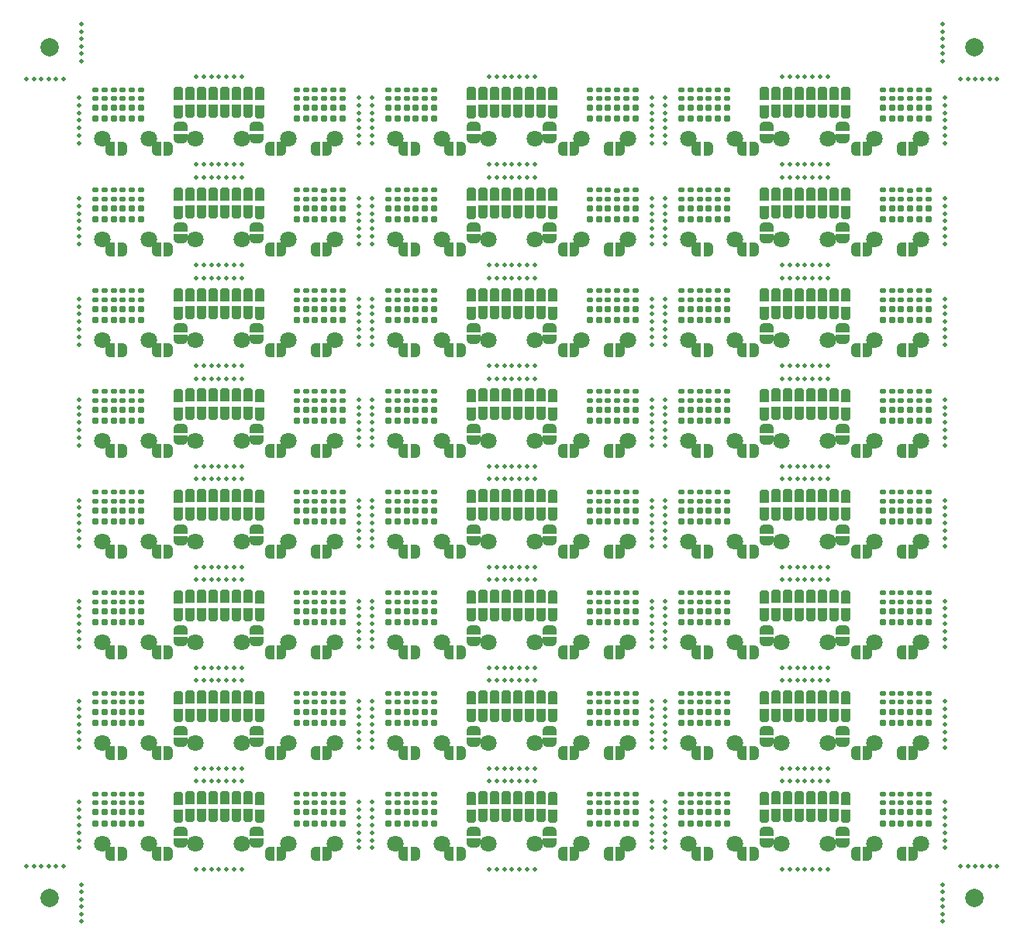
<source format=gbr>
%TF.GenerationSoftware,KiCad,Pcbnew,8.0.4-unknown-202407232306~396e531e7c~ubuntu22.04.1*%
%TF.CreationDate,2024-08-17T16:34:09+01:00*%
%TF.ProjectId,PANEL_DRY_ELEC_6CH_THIN,50414e45-4c5f-4445-9259-5f454c45435f,1.0*%
%TF.SameCoordinates,Original*%
%TF.FileFunction,Soldermask,Top*%
%TF.FilePolarity,Negative*%
%FSLAX46Y46*%
G04 Gerber Fmt 4.6, Leading zero omitted, Abs format (unit mm)*
G04 Created by KiCad (PCBNEW 8.0.4-unknown-202407232306~396e531e7c~ubuntu22.04.1) date 2024-08-17 16:34:09*
%MOMM*%
%LPD*%
G01*
G04 APERTURE LIST*
G04 Aperture macros list*
%AMRoundRect*
0 Rectangle with rounded corners*
0 $1 Rounding radius*
0 $2 $3 $4 $5 $6 $7 $8 $9 X,Y pos of 4 corners*
0 Add a 4 corners polygon primitive as box body*
4,1,4,$2,$3,$4,$5,$6,$7,$8,$9,$2,$3,0*
0 Add four circle primitives for the rounded corners*
1,1,$1+$1,$2,$3*
1,1,$1+$1,$4,$5*
1,1,$1+$1,$6,$7*
1,1,$1+$1,$8,$9*
0 Add four rect primitives between the rounded corners*
20,1,$1+$1,$2,$3,$4,$5,0*
20,1,$1+$1,$4,$5,$6,$7,0*
20,1,$1+$1,$6,$7,$8,$9,0*
20,1,$1+$1,$8,$9,$2,$3,0*%
%AMFreePoly0*
4,1,19,0.500000,-0.750000,0.000000,-0.750000,0.000000,-0.744911,-0.071157,-0.744911,-0.207708,-0.704816,-0.327430,-0.627875,-0.420627,-0.520320,-0.479746,-0.390866,-0.500000,-0.250000,-0.500000,0.250000,-0.479746,0.390866,-0.420627,0.520320,-0.327430,0.627875,-0.207708,0.704816,-0.071157,0.744911,0.000000,0.744911,0.000000,0.750000,0.500000,0.750000,0.500000,-0.750000,0.500000,-0.750000,
$1*%
%AMFreePoly1*
4,1,19,0.000000,0.744911,0.071157,0.744911,0.207708,0.704816,0.327430,0.627875,0.420627,0.520320,0.479746,0.390866,0.500000,0.250000,0.500000,-0.250000,0.479746,-0.390866,0.420627,-0.520320,0.327430,-0.627875,0.207708,-0.704816,0.071157,-0.744911,0.000000,-0.744911,0.000000,-0.750000,-0.500000,-0.750000,-0.500000,0.750000,0.000000,0.750000,0.000000,0.744911,0.000000,0.744911,
$1*%
%AMFreePoly2*
4,1,13,0.345671,0.480970,0.426777,0.426777,0.480970,0.345671,0.500000,0.250000,0.500000,-0.900000,-0.500000,-0.900000,-0.500000,0.250000,-0.480970,0.345671,-0.426777,0.426777,-0.345671,0.480970,-0.250000,0.500000,0.250000,0.500000,0.345671,0.480970,0.345671,0.480970,$1*%
G04 Aperture macros list end*
%ADD10RoundRect,0.160000X0.160000X-0.197500X0.160000X0.197500X-0.160000X0.197500X-0.160000X-0.197500X0*%
%ADD11C,1.800000*%
%ADD12FreePoly0,180.000000*%
%ADD13FreePoly1,180.000000*%
%ADD14C,0.500000*%
%ADD15FreePoly0,0.000000*%
%ADD16FreePoly1,0.000000*%
%ADD17FreePoly2,180.000000*%
%ADD18RoundRect,0.140000X0.170000X-0.140000X0.170000X0.140000X-0.170000X0.140000X-0.170000X-0.140000X0*%
%ADD19FreePoly2,0.000000*%
%ADD20FreePoly0,90.000000*%
%ADD21FreePoly1,90.000000*%
%ADD22C,2.000000*%
G04 APERTURE END LIST*
D10*
%TO.C,R12*%
X12500000Y-32297500D03*
X12500000Y-31102500D03*
%TD*%
%TO.C,R5*%
X98500000Y-87297500D03*
X98500000Y-86102500D03*
%TD*%
D11*
%TO.C,J20*%
X8300000Y-23500000D03*
%TD*%
D12*
%TO.C,JP3*%
X64849999Y-13600000D03*
D13*
X63550001Y-13600000D03*
%TD*%
D14*
%TO.C,KiKit_MB_20_2*%
X54666667Y-26299999D03*
%TD*%
D15*
%TO.C,JP5*%
X46150001Y-24600000D03*
D16*
X47449999Y-24600000D03*
%TD*%
D14*
%TO.C,KiKit_MB_32_1*%
X55500000Y-37299999D03*
%TD*%
D11*
%TO.C,J22*%
X82460000Y-12500000D03*
%TD*%
D14*
%TO.C,KiKit_MB_9_6*%
X69700000Y-8833333D03*
%TD*%
D17*
%TO.C,J10*%
X81825001Y-75700000D03*
%TD*%
D18*
%TO.C,C11*%
X75500000Y-63080000D03*
X75500000Y-62120000D03*
%TD*%
D14*
%TO.C,KiKit_MB_6_7*%
X68300000Y-12999999D03*
%TD*%
D17*
%TO.C,J11*%
X83095001Y-20700000D03*
%TD*%
D14*
%TO.C,KiKit_MB_57_4*%
X69700000Y-54499999D03*
%TD*%
D19*
%TO.C,J4*%
X20365001Y-62300000D03*
%TD*%
D14*
%TO.C,KiKit_MB_34_6*%
X100300000Y-34166666D03*
%TD*%
%TO.C,KiKit_MB_102_2*%
X800000Y-91999999D03*
%TD*%
%TO.C,KiKit_MB_25_4*%
X5700000Y-32499999D03*
%TD*%
D11*
%TO.C,J19*%
X97700000Y-67500000D03*
%TD*%
D14*
%TO.C,KiKit_MB_44_7*%
X50500000Y-48299999D03*
%TD*%
D17*
%TO.C,J9*%
X16555001Y-42765000D03*
%TD*%
D19*
%TO.C,J8*%
X57445001Y-7365000D03*
%TD*%
D10*
%TO.C,R12*%
X76500000Y-65297500D03*
X76500000Y-64102500D03*
%TD*%
D14*
%TO.C,KiKit_MB_79_5*%
X53833333Y-71699999D03*
%TD*%
D17*
%TO.C,J9*%
X48555001Y-53765000D03*
%TD*%
D14*
%TO.C,KiKit_MB_70_2*%
X100300000Y-63833332D03*
%TD*%
%TO.C,KiKit_MB_6_1*%
X68300000Y-8000000D03*
%TD*%
%TO.C,KiKit_MB_44_5*%
X52166667Y-48299999D03*
%TD*%
D18*
%TO.C,C12*%
X76500000Y-85080000D03*
X76500000Y-84120000D03*
%TD*%
D10*
%TO.C,R9*%
X73500000Y-32297500D03*
X73500000Y-31102500D03*
%TD*%
D19*
%TO.C,J8*%
X89445001Y-84365000D03*
%TD*%
D10*
%TO.C,R8*%
X40500000Y-21297500D03*
X40500000Y-20102500D03*
%TD*%
D14*
%TO.C,KiKit_MB_27_7*%
X23500000Y-27699999D03*
%TD*%
D18*
%TO.C,C5*%
X98500000Y-30080000D03*
X98500000Y-29120000D03*
%TD*%
D17*
%TO.C,J16*%
X25445001Y-53765000D03*
%TD*%
D15*
%TO.C,JP5*%
X78150001Y-46600000D03*
D16*
X79449999Y-46600000D03*
%TD*%
D12*
%TO.C,JP2*%
X59849999Y-24600000D03*
D13*
X58550001Y-24600000D03*
%TD*%
D14*
%TO.C,KiKit_MB_86_7*%
X36300000Y-89999999D03*
%TD*%
D10*
%TO.C,R6*%
X33500000Y-10297500D03*
X33500000Y-9102500D03*
%TD*%
D19*
%TO.C,J2*%
X81825001Y-51300000D03*
%TD*%
D14*
%TO.C,KiKit_MB_15_7*%
X23500000Y-16699999D03*
%TD*%
%TO.C,KiKit_MB_103_2*%
X102800001Y-6000000D03*
%TD*%
D11*
%TO.C,J22*%
X18460000Y-12500000D03*
%TD*%
D18*
%TO.C,C1*%
X94500000Y-41080000D03*
X94500000Y-40120000D03*
%TD*%
D14*
%TO.C,KiKit_MB_20_7*%
X50500000Y-26299999D03*
%TD*%
D18*
%TO.C,C6*%
X65500000Y-63080000D03*
X65500000Y-62120000D03*
%TD*%
D14*
%TO.C,KiKit_MB_33_4*%
X69700000Y-32499999D03*
%TD*%
%TO.C,KiKit_MB_67_6*%
X54666667Y-60699999D03*
%TD*%
%TO.C,KiKit_MB_39_6*%
X22666667Y-38699999D03*
%TD*%
D12*
%TO.C,JP3*%
X64849999Y-24600000D03*
D13*
X63550001Y-24600000D03*
%TD*%
D17*
%TO.C,J16*%
X89445001Y-42765000D03*
%TD*%
D10*
%TO.C,R5*%
X66500000Y-21297500D03*
X66500000Y-20102500D03*
%TD*%
D12*
%TO.C,JP2*%
X91849999Y-46600000D03*
D13*
X90550001Y-46600000D03*
%TD*%
D20*
%TO.C,JP1*%
X89100000Y-89449999D03*
D21*
X89100000Y-88150001D03*
%TD*%
D10*
%TO.C,R7*%
X71500000Y-65297500D03*
X71500000Y-64102500D03*
%TD*%
D14*
%TO.C,KiKit_MB_14_1*%
X36300000Y-18999999D03*
%TD*%
D17*
%TO.C,J15*%
X56175001Y-31700000D03*
%TD*%
D20*
%TO.C,JP6*%
X48800000Y-45449999D03*
D21*
X48800000Y-44150001D03*
%TD*%
D17*
%TO.C,J16*%
X89445001Y-31765000D03*
%TD*%
D11*
%TO.C,J21*%
X13380000Y-56500000D03*
%TD*%
D14*
%TO.C,KiKit_MB_60_6*%
X83333333Y-59299999D03*
%TD*%
D18*
%TO.C,C5*%
X98500000Y-63080000D03*
X98500000Y-62120000D03*
%TD*%
D10*
%TO.C,R8*%
X8500000Y-10297500D03*
X8500000Y-9102500D03*
%TD*%
D11*
%TO.C,J18*%
X28620000Y-89500000D03*
%TD*%
%TO.C,J17*%
X23540000Y-67500000D03*
%TD*%
D18*
%TO.C,C1*%
X30500000Y-30080000D03*
X30500000Y-29120000D03*
%TD*%
D11*
%TO.C,J20*%
X72300000Y-34500000D03*
%TD*%
%TO.C,J17*%
X87540000Y-34500000D03*
%TD*%
D17*
%TO.C,J9*%
X48555001Y-31765000D03*
%TD*%
D10*
%TO.C,R2*%
X61500000Y-87297500D03*
X61500000Y-86102500D03*
%TD*%
D14*
%TO.C,KiKit_MB_27_6*%
X22666667Y-27699999D03*
%TD*%
%TO.C,KiKit_MB_59_6*%
X86666667Y-49699999D03*
%TD*%
%TO.C,KiKit_MB_50_5*%
X36300000Y-55333332D03*
%TD*%
D17*
%TO.C,J12*%
X20365001Y-20700000D03*
%TD*%
D18*
%TO.C,C11*%
X43500000Y-85080000D03*
X43500000Y-84120000D03*
%TD*%
D17*
%TO.C,J9*%
X80555001Y-64765000D03*
%TD*%
D14*
%TO.C,KiKit_MB_71_1*%
X82500000Y-60699999D03*
%TD*%
D19*
%TO.C,J7*%
X88175001Y-84300000D03*
%TD*%
D18*
%TO.C,C11*%
X75500000Y-52080000D03*
X75500000Y-51120000D03*
%TD*%
D17*
%TO.C,J11*%
X83095001Y-86700000D03*
%TD*%
D10*
%TO.C,R12*%
X44500000Y-54297500D03*
X44500000Y-53102500D03*
%TD*%
%TO.C,R12*%
X12500000Y-10297500D03*
X12500000Y-9102500D03*
%TD*%
D14*
%TO.C,KiKit_MB_14_7*%
X36300000Y-23999999D03*
%TD*%
%TO.C,KiKit_MB_33_1*%
X69700000Y-34999999D03*
%TD*%
%TO.C,KiKit_MB_59_5*%
X85833333Y-49699999D03*
%TD*%
D11*
%TO.C,J20*%
X8300000Y-34500000D03*
%TD*%
D19*
%TO.C,J1*%
X80555001Y-40365000D03*
%TD*%
D18*
%TO.C,C6*%
X65500000Y-8080000D03*
X65500000Y-7120000D03*
%TD*%
D14*
%TO.C,KiKit_MB_74_3*%
X36300000Y-75666666D03*
%TD*%
D17*
%TO.C,J11*%
X83095001Y-64700000D03*
%TD*%
D11*
%TO.C,J19*%
X97700000Y-56500000D03*
%TD*%
D14*
%TO.C,KiKit_MB_17_1*%
X37700000Y-23999999D03*
%TD*%
D17*
%TO.C,J10*%
X17825001Y-75700000D03*
%TD*%
D11*
%TO.C,J22*%
X50460000Y-12500000D03*
%TD*%
D14*
%TO.C,KiKit_MB_41_5*%
X37700000Y-42666666D03*
%TD*%
D17*
%TO.C,J16*%
X25445001Y-20765000D03*
%TD*%
D18*
%TO.C,C10*%
X74500000Y-41080000D03*
X74500000Y-40120000D03*
%TD*%
D11*
%TO.C,J22*%
X18460000Y-67500000D03*
%TD*%
D17*
%TO.C,J16*%
X25445001Y-75765000D03*
%TD*%
D18*
%TO.C,C3*%
X32500000Y-19082500D03*
X32500000Y-18122500D03*
%TD*%
D17*
%TO.C,J11*%
X19095001Y-9700000D03*
%TD*%
D14*
%TO.C,KiKit_MB_93_7*%
X69700000Y-84999999D03*
%TD*%
%TO.C,KiKit_MB_60_5*%
X84166667Y-59299999D03*
%TD*%
%TO.C,KiKit_MB_67_5*%
X53833333Y-60699999D03*
%TD*%
D18*
%TO.C,C12*%
X44500000Y-8080000D03*
X44500000Y-7120000D03*
%TD*%
D19*
%TO.C,J5*%
X53635001Y-84300000D03*
%TD*%
D10*
%TO.C,R6*%
X65500000Y-10297500D03*
X65500000Y-9102500D03*
%TD*%
D14*
%TO.C,KiKit_MB_38_2*%
X36300000Y-41833332D03*
%TD*%
D10*
%TO.C,R1*%
X94500000Y-10297500D03*
X94500000Y-9102500D03*
%TD*%
D17*
%TO.C,J13*%
X21635001Y-64700000D03*
%TD*%
D11*
%TO.C,J17*%
X55540000Y-34500000D03*
%TD*%
D18*
%TO.C,C10*%
X42500000Y-8080000D03*
X42500000Y-7120000D03*
%TD*%
D17*
%TO.C,J13*%
X85635001Y-86700000D03*
%TD*%
D11*
%TO.C,J18*%
X92620000Y-78500000D03*
%TD*%
D12*
%TO.C,JP3*%
X64849999Y-90600000D03*
D13*
X63550001Y-90600000D03*
%TD*%
D17*
%TO.C,J14*%
X86905001Y-64700000D03*
%TD*%
D10*
%TO.C,R10*%
X42500000Y-54297500D03*
X42500000Y-53102500D03*
%TD*%
D18*
%TO.C,C3*%
X64500000Y-30082500D03*
X64500000Y-29122500D03*
%TD*%
D14*
%TO.C,KiKit_MB_82_6*%
X100300000Y-78166666D03*
%TD*%
D11*
%TO.C,J20*%
X40300000Y-34500000D03*
%TD*%
D18*
%TO.C,C6*%
X33500000Y-63080000D03*
X33500000Y-62120000D03*
%TD*%
%TO.C,C6*%
X65500000Y-74080000D03*
X65500000Y-73120000D03*
%TD*%
D14*
%TO.C,KiKit_MB_99_2*%
X6000000Y-94800000D03*
%TD*%
%TO.C,KiKit_MB_40_1*%
X23500000Y-48299999D03*
%TD*%
%TO.C,KiKit_MB_94_2*%
X100300000Y-85833332D03*
%TD*%
%TO.C,KiKit_MB_2_1*%
X36300000Y-8000000D03*
%TD*%
D11*
%TO.C,J19*%
X33700000Y-56500000D03*
%TD*%
D14*
%TO.C,KiKit_MB_47_1*%
X82500000Y-38699999D03*
%TD*%
D12*
%TO.C,JP3*%
X96849999Y-46600000D03*
D13*
X95550001Y-46600000D03*
%TD*%
D14*
%TO.C,KiKit_MB_101_4*%
X2400000Y-6000000D03*
%TD*%
%TO.C,KiKit_MB_98_6*%
X100000001Y-4000000D03*
%TD*%
%TO.C,KiKit_MB_63_1*%
X18500001Y-60699999D03*
%TD*%
%TO.C,KiKit_MB_9_2*%
X69700000Y-12166666D03*
%TD*%
%TO.C,KiKit_MB_36_7*%
X82500000Y-37299999D03*
%TD*%
D17*
%TO.C,J14*%
X86905001Y-20700000D03*
%TD*%
D11*
%TO.C,J18*%
X28620000Y-45500000D03*
%TD*%
%TO.C,J20*%
X72300000Y-67500000D03*
%TD*%
D19*
%TO.C,J8*%
X57445001Y-73365000D03*
%TD*%
D14*
%TO.C,KiKit_MB_92_2*%
X54666667Y-92299999D03*
%TD*%
%TO.C,KiKit_MB_46_4*%
X100300000Y-43499999D03*
%TD*%
%TO.C,KiKit_MB_63_6*%
X22666667Y-60699999D03*
%TD*%
%TO.C,KiKit_MB_68_3*%
X53833333Y-70299999D03*
%TD*%
%TO.C,KiKit_MB_87_7*%
X23500000Y-82699999D03*
%TD*%
D11*
%TO.C,J22*%
X18460000Y-34500000D03*
%TD*%
D18*
%TO.C,C9*%
X73500000Y-41080000D03*
X73500000Y-40120000D03*
%TD*%
D14*
%TO.C,KiKit_MB_77_6*%
X37700000Y-74833332D03*
%TD*%
%TO.C,KiKit_MB_50_6*%
X36300000Y-56166666D03*
%TD*%
%TO.C,KiKit_MB_16_5*%
X20166668Y-26299999D03*
%TD*%
D10*
%TO.C,R3*%
X96500000Y-21300000D03*
X96500000Y-20105000D03*
%TD*%
D14*
%TO.C,KiKit_MB_95_6*%
X86666667Y-82699999D03*
%TD*%
%TO.C,KiKit_MB_64_1*%
X23500000Y-70299999D03*
%TD*%
D17*
%TO.C,J12*%
X84365001Y-53700000D03*
%TD*%
D18*
%TO.C,C8*%
X8500000Y-19080000D03*
X8500000Y-18120000D03*
%TD*%
D10*
%TO.C,R5*%
X34500000Y-87297500D03*
X34500000Y-86102500D03*
%TD*%
%TO.C,R2*%
X61500000Y-76297500D03*
X61500000Y-75102500D03*
%TD*%
D14*
%TO.C,KiKit_MB_81_5*%
X69700000Y-75666666D03*
%TD*%
D17*
%TO.C,J12*%
X20365001Y-42700000D03*
%TD*%
D19*
%TO.C,J4*%
X52365001Y-51300000D03*
%TD*%
D14*
%TO.C,KiKit_MB_33_6*%
X69700000Y-30833332D03*
%TD*%
D18*
%TO.C,C9*%
X41500000Y-19080000D03*
X41500000Y-18120000D03*
%TD*%
D14*
%TO.C,KiKit_MB_37_5*%
X5700000Y-42666666D03*
%TD*%
D10*
%TO.C,R8*%
X72500000Y-32297500D03*
X72500000Y-31102500D03*
%TD*%
D14*
%TO.C,KiKit_MB_56_5*%
X52166667Y-59299999D03*
%TD*%
D19*
%TO.C,J7*%
X24175001Y-40300000D03*
%TD*%
D14*
%TO.C,KiKit_MB_58_2*%
X100300000Y-52833332D03*
%TD*%
D19*
%TO.C,J5*%
X85635001Y-40300000D03*
%TD*%
D18*
%TO.C,C6*%
X33500000Y-52080000D03*
X33500000Y-51120000D03*
%TD*%
D10*
%TO.C,R12*%
X44500000Y-32297500D03*
X44500000Y-31102500D03*
%TD*%
D15*
%TO.C,JP4*%
X73150001Y-46600000D03*
D16*
X74449999Y-46600000D03*
%TD*%
D17*
%TO.C,J10*%
X81825001Y-53700000D03*
%TD*%
D10*
%TO.C,R1*%
X30500000Y-87297500D03*
X30500000Y-86102500D03*
%TD*%
D14*
%TO.C,KiKit_MB_45_5*%
X69700000Y-42666666D03*
%TD*%
%TO.C,KiKit_MB_80_5*%
X52166667Y-81299999D03*
%TD*%
D18*
%TO.C,C12*%
X12500000Y-63080000D03*
X12500000Y-62120000D03*
%TD*%
D14*
%TO.C,KiKit_MB_103_4*%
X104400001Y-6000000D03*
%TD*%
%TO.C,KiKit_MB_51_6*%
X22666667Y-49699999D03*
%TD*%
%TO.C,KiKit_MB_58_3*%
X100300000Y-53666666D03*
%TD*%
D18*
%TO.C,C4*%
X31500000Y-8080000D03*
X31500000Y-7120000D03*
%TD*%
D17*
%TO.C,J16*%
X57445001Y-86765000D03*
%TD*%
D11*
%TO.C,J20*%
X40300000Y-67500000D03*
%TD*%
D15*
%TO.C,JP5*%
X46150001Y-35600000D03*
D16*
X47449999Y-35600000D03*
%TD*%
D11*
%TO.C,J18*%
X60620000Y-23500000D03*
%TD*%
D15*
%TO.C,JP5*%
X14150001Y-35600000D03*
D16*
X15449999Y-35600000D03*
%TD*%
D14*
%TO.C,KiKit_MB_1_1*%
X5700000Y-12999999D03*
%TD*%
%TO.C,KiKit_MB_71_5*%
X85833333Y-60699999D03*
%TD*%
D18*
%TO.C,C9*%
X41500000Y-41080000D03*
X41500000Y-40120000D03*
%TD*%
D12*
%TO.C,JP2*%
X59849999Y-35600000D03*
D13*
X58550001Y-35600000D03*
%TD*%
D14*
%TO.C,KiKit_MB_48_4*%
X85000000Y-48299999D03*
%TD*%
D18*
%TO.C,C12*%
X76500000Y-19080000D03*
X76500000Y-18120000D03*
%TD*%
D17*
%TO.C,J11*%
X51095001Y-86700000D03*
%TD*%
D10*
%TO.C,R11*%
X11500000Y-54297500D03*
X11500000Y-53102500D03*
%TD*%
D18*
%TO.C,C8*%
X72500000Y-19080000D03*
X72500000Y-18120000D03*
%TD*%
D14*
%TO.C,KiKit_MB_9_5*%
X69700000Y-9666667D03*
%TD*%
%TO.C,KiKit_MB_64_7*%
X18500001Y-70299999D03*
%TD*%
%TO.C,KiKit_MB_34_3*%
X100300000Y-31666666D03*
%TD*%
D18*
%TO.C,C2*%
X29500000Y-41080000D03*
X29500000Y-40120000D03*
%TD*%
D14*
%TO.C,KiKit_MB_59_4*%
X85000000Y-49699999D03*
%TD*%
D18*
%TO.C,C10*%
X74500000Y-19080000D03*
X74500000Y-18120000D03*
%TD*%
D14*
%TO.C,KiKit_MB_84_4*%
X85000000Y-81299999D03*
%TD*%
D11*
%TO.C,J20*%
X8300000Y-67500000D03*
%TD*%
D20*
%TO.C,JP1*%
X89100000Y-23449999D03*
D21*
X89100000Y-22150001D03*
%TD*%
D12*
%TO.C,JP3*%
X32849999Y-79600000D03*
D13*
X31550001Y-79600000D03*
%TD*%
D18*
%TO.C,C9*%
X9500000Y-19080000D03*
X9500000Y-18120000D03*
%TD*%
D14*
%TO.C,KiKit_MB_34_4*%
X100300000Y-32499999D03*
%TD*%
D19*
%TO.C,J7*%
X24175001Y-51300000D03*
%TD*%
D17*
%TO.C,J13*%
X53635001Y-31700000D03*
%TD*%
D18*
%TO.C,C11*%
X75500000Y-74080000D03*
X75500000Y-73120000D03*
%TD*%
D14*
%TO.C,KiKit_MB_88_2*%
X22666667Y-92299999D03*
%TD*%
D20*
%TO.C,JP1*%
X57100000Y-78449999D03*
D21*
X57100000Y-77150001D03*
%TD*%
D17*
%TO.C,J10*%
X81825001Y-31700000D03*
%TD*%
D11*
%TO.C,J19*%
X33700000Y-45500000D03*
%TD*%
D10*
%TO.C,R12*%
X44500000Y-43297500D03*
X44500000Y-42102500D03*
%TD*%
D15*
%TO.C,JP4*%
X9150001Y-24600000D03*
D16*
X10449999Y-24600000D03*
%TD*%
D14*
%TO.C,KiKit_MB_86_3*%
X36300000Y-86666666D03*
%TD*%
D18*
%TO.C,C1*%
X62500000Y-30080000D03*
X62500000Y-29120000D03*
%TD*%
D14*
%TO.C,KiKit_MB_57_5*%
X69700000Y-53666666D03*
%TD*%
%TO.C,KiKit_MB_23_4*%
X85000000Y-16699999D03*
%TD*%
%TO.C,KiKit_MB_65_2*%
X37700000Y-67166666D03*
%TD*%
D10*
%TO.C,R6*%
X33500000Y-21297500D03*
X33500000Y-20102500D03*
%TD*%
D19*
%TO.C,J2*%
X81825001Y-84300000D03*
%TD*%
D18*
%TO.C,C1*%
X62500000Y-41080000D03*
X62500000Y-40120000D03*
%TD*%
D14*
%TO.C,KiKit_MB_28_3*%
X21833333Y-37299999D03*
%TD*%
D18*
%TO.C,C6*%
X97500000Y-30080000D03*
X97500000Y-29120000D03*
%TD*%
D19*
%TO.C,J6*%
X54905001Y-62300000D03*
%TD*%
D11*
%TO.C,J21*%
X77380000Y-56500000D03*
%TD*%
D14*
%TO.C,KiKit_MB_31_5*%
X53833333Y-27699999D03*
%TD*%
D10*
%TO.C,R3*%
X96500000Y-43300000D03*
X96500000Y-42105000D03*
%TD*%
D18*
%TO.C,C7*%
X71500000Y-63080000D03*
X71500000Y-62120000D03*
%TD*%
D17*
%TO.C,J15*%
X88175001Y-31700000D03*
%TD*%
D18*
%TO.C,C9*%
X41500000Y-52080000D03*
X41500000Y-51120000D03*
%TD*%
D14*
%TO.C,KiKit_MB_49_3*%
X5700000Y-55333332D03*
%TD*%
%TO.C,KiKit_MB_42_5*%
X68300000Y-44333332D03*
%TD*%
D10*
%TO.C,R1*%
X30500000Y-21297500D03*
X30500000Y-20102500D03*
%TD*%
D11*
%TO.C,J20*%
X8300000Y-56500000D03*
%TD*%
D14*
%TO.C,KiKit_MB_61_5*%
X5700000Y-64666666D03*
%TD*%
D18*
%TO.C,C8*%
X40500000Y-63080000D03*
X40500000Y-62120000D03*
%TD*%
D17*
%TO.C,J12*%
X84365001Y-75700000D03*
%TD*%
D14*
%TO.C,KiKit_MB_4_6*%
X19333334Y-15299999D03*
%TD*%
%TO.C,KiKit_MB_81_7*%
X69700000Y-73999999D03*
%TD*%
%TO.C,KiKit_MB_99_1*%
X6000000Y-94000000D03*
%TD*%
D18*
%TO.C,C10*%
X42500000Y-19080000D03*
X42500000Y-18120000D03*
%TD*%
D17*
%TO.C,J10*%
X17825001Y-9700000D03*
%TD*%
D14*
%TO.C,KiKit_MB_25_7*%
X5700000Y-29999999D03*
%TD*%
D12*
%TO.C,JP3*%
X32849999Y-13600000D03*
D13*
X31550001Y-13600000D03*
%TD*%
D18*
%TO.C,C8*%
X72500000Y-41080000D03*
X72500000Y-40120000D03*
%TD*%
D14*
%TO.C,KiKit_MB_63_7*%
X23500000Y-60699999D03*
%TD*%
D18*
%TO.C,C8*%
X8500000Y-74080000D03*
X8500000Y-73120000D03*
%TD*%
D10*
%TO.C,R6*%
X65500000Y-32297500D03*
X65500000Y-31102500D03*
%TD*%
D14*
%TO.C,KiKit_MB_40_7*%
X18500001Y-48299999D03*
%TD*%
D18*
%TO.C,C11*%
X43500000Y-63080000D03*
X43500000Y-62120000D03*
%TD*%
D19*
%TO.C,J4*%
X52365001Y-62300000D03*
%TD*%
D18*
%TO.C,C12*%
X12500000Y-8080000D03*
X12500000Y-7120000D03*
%TD*%
D14*
%TO.C,KiKit_MB_25_6*%
X5700000Y-30833332D03*
%TD*%
D17*
%TO.C,J9*%
X80555001Y-75765000D03*
%TD*%
%TO.C,J14*%
X86905001Y-31700000D03*
%TD*%
D14*
%TO.C,KiKit_MB_10_7*%
X100300000Y-12999999D03*
%TD*%
%TO.C,KiKit_MB_88_5*%
X20166668Y-92299999D03*
%TD*%
%TO.C,KiKit_MB_35_6*%
X86666667Y-27699999D03*
%TD*%
D12*
%TO.C,JP3*%
X96849999Y-35600000D03*
D13*
X95550001Y-35600000D03*
%TD*%
D19*
%TO.C,J6*%
X86905001Y-29300000D03*
%TD*%
D12*
%TO.C,JP3*%
X96849999Y-68600000D03*
D13*
X95550001Y-68600000D03*
%TD*%
D17*
%TO.C,J9*%
X80555001Y-53765000D03*
%TD*%
D11*
%TO.C,J17*%
X23540000Y-45500000D03*
%TD*%
D18*
%TO.C,C2*%
X93500000Y-8080000D03*
X93500000Y-7120000D03*
%TD*%
%TO.C,C11*%
X43500000Y-30080000D03*
X43500000Y-29120000D03*
%TD*%
D14*
%TO.C,KiKit_MB_67_7*%
X55500000Y-60699999D03*
%TD*%
%TO.C,KiKit_MB_39_1*%
X18500001Y-38699999D03*
%TD*%
D17*
%TO.C,J11*%
X83095001Y-75700000D03*
%TD*%
D15*
%TO.C,JP5*%
X14150001Y-68600000D03*
D16*
X15449999Y-68600000D03*
%TD*%
D14*
%TO.C,KiKit_MB_89_4*%
X37700000Y-87499999D03*
%TD*%
D10*
%TO.C,R12*%
X76500000Y-21297500D03*
X76500000Y-20102500D03*
%TD*%
D14*
%TO.C,KiKit_MB_13_1*%
X5700000Y-23999999D03*
%TD*%
%TO.C,KiKit_MB_42_2*%
X68300000Y-41833332D03*
%TD*%
D18*
%TO.C,C2*%
X29500000Y-30080000D03*
X29500000Y-29120000D03*
%TD*%
%TO.C,C1*%
X94500000Y-30080000D03*
X94500000Y-29120000D03*
%TD*%
D10*
%TO.C,R11*%
X11500000Y-76297500D03*
X11500000Y-75102500D03*
%TD*%
D11*
%TO.C,J19*%
X33700000Y-89500000D03*
%TD*%
D19*
%TO.C,J4*%
X52365001Y-29300000D03*
%TD*%
D17*
%TO.C,J15*%
X88175001Y-75700000D03*
%TD*%
D18*
%TO.C,C3*%
X64500000Y-41082500D03*
X64500000Y-40122500D03*
%TD*%
D10*
%TO.C,R1*%
X30500000Y-65297500D03*
X30500000Y-64102500D03*
%TD*%
%TO.C,R10*%
X74500000Y-65297500D03*
X74500000Y-64102500D03*
%TD*%
D18*
%TO.C,C4*%
X31500000Y-52080000D03*
X31500000Y-51120000D03*
%TD*%
D14*
%TO.C,KiKit_MB_34_1*%
X100300000Y-29999999D03*
%TD*%
D18*
%TO.C,C10*%
X10500000Y-85080000D03*
X10500000Y-84120000D03*
%TD*%
%TO.C,C7*%
X39500000Y-19080000D03*
X39500000Y-18120000D03*
%TD*%
D11*
%TO.C,J20*%
X40300000Y-45500000D03*
%TD*%
D14*
%TO.C,KiKit_MB_47_5*%
X85833333Y-38699999D03*
%TD*%
D10*
%TO.C,R6*%
X97500000Y-43297500D03*
X97500000Y-42102500D03*
%TD*%
D18*
%TO.C,C4*%
X63500000Y-52080000D03*
X63500000Y-51120000D03*
%TD*%
D10*
%TO.C,R2*%
X29500000Y-32297500D03*
X29500000Y-31102500D03*
%TD*%
D18*
%TO.C,C12*%
X76500000Y-52080000D03*
X76500000Y-51120000D03*
%TD*%
D20*
%TO.C,JP1*%
X25100000Y-89449999D03*
D21*
X25100000Y-88150001D03*
%TD*%
D11*
%TO.C,J18*%
X60620000Y-89500000D03*
%TD*%
D14*
%TO.C,KiKit_MB_94_5*%
X100300000Y-88333332D03*
%TD*%
D15*
%TO.C,JP4*%
X73150001Y-90600000D03*
D16*
X74449999Y-90600000D03*
%TD*%
D14*
%TO.C,KiKit_MB_22_3*%
X100300000Y-20666666D03*
%TD*%
D18*
%TO.C,C3*%
X64500000Y-19082500D03*
X64500000Y-18122500D03*
%TD*%
D10*
%TO.C,R7*%
X39500000Y-10297500D03*
X39500000Y-9102500D03*
%TD*%
%TO.C,R5*%
X34500000Y-10297500D03*
X34500000Y-9102500D03*
%TD*%
D11*
%TO.C,J22*%
X50460000Y-78500000D03*
%TD*%
D19*
%TO.C,J8*%
X89445001Y-51365000D03*
%TD*%
D18*
%TO.C,C11*%
X43500000Y-8080000D03*
X43500000Y-7120000D03*
%TD*%
D10*
%TO.C,R6*%
X97500000Y-21297500D03*
X97500000Y-20102500D03*
%TD*%
D19*
%TO.C,J8*%
X25445001Y-62365000D03*
%TD*%
D18*
%TO.C,C7*%
X7500000Y-8080000D03*
X7500000Y-7120000D03*
%TD*%
D10*
%TO.C,R3*%
X32500000Y-76300000D03*
X32500000Y-75105000D03*
%TD*%
D14*
%TO.C,KiKit_MB_20_6*%
X51333333Y-26299999D03*
%TD*%
%TO.C,KiKit_MB_30_2*%
X68300000Y-30833332D03*
%TD*%
D11*
%TO.C,J17*%
X55540000Y-23500000D03*
%TD*%
D14*
%TO.C,KiKit_MB_40_5*%
X20166668Y-48299999D03*
%TD*%
D10*
%TO.C,R4*%
X31500000Y-10297500D03*
X31500000Y-9102500D03*
%TD*%
D12*
%TO.C,JP2*%
X27849999Y-57600000D03*
D13*
X26550001Y-57600000D03*
%TD*%
D14*
%TO.C,KiKit_MB_73_6*%
X5700000Y-74833332D03*
%TD*%
%TO.C,KiKit_MB_82_4*%
X100300000Y-76499999D03*
%TD*%
D10*
%TO.C,R2*%
X93500000Y-10297500D03*
X93500000Y-9102500D03*
%TD*%
D14*
%TO.C,KiKit_MB_53_3*%
X37700000Y-55333332D03*
%TD*%
D17*
%TO.C,J13*%
X85635001Y-53700000D03*
%TD*%
D19*
%TO.C,J8*%
X25445001Y-18365000D03*
%TD*%
D14*
%TO.C,KiKit_MB_40_4*%
X21000000Y-48299999D03*
%TD*%
D11*
%TO.C,J19*%
X65700000Y-78500000D03*
%TD*%
D20*
%TO.C,JP6*%
X16800000Y-12449999D03*
D21*
X16800000Y-11150001D03*
%TD*%
D17*
%TO.C,J10*%
X49825001Y-31700000D03*
%TD*%
D14*
%TO.C,KiKit_MB_1_5*%
X5700000Y-9666667D03*
%TD*%
D19*
%TO.C,J1*%
X80555001Y-7365000D03*
%TD*%
D14*
%TO.C,KiKit_MB_39_5*%
X21833333Y-38699999D03*
%TD*%
%TO.C,KiKit_MB_57_1*%
X69700000Y-56999999D03*
%TD*%
D10*
%TO.C,R8*%
X8500000Y-76297500D03*
X8500000Y-75102500D03*
%TD*%
%TO.C,R11*%
X75500000Y-43297500D03*
X75500000Y-42102500D03*
%TD*%
D12*
%TO.C,JP3*%
X32849999Y-90600000D03*
D13*
X31550001Y-90600000D03*
%TD*%
D14*
%TO.C,KiKit_MB_17_6*%
X37700000Y-19833332D03*
%TD*%
%TO.C,KiKit_MB_62_1*%
X36300000Y-62999999D03*
%TD*%
D10*
%TO.C,R9*%
X73500000Y-54297500D03*
X73500000Y-53102500D03*
%TD*%
%TO.C,R10*%
X74500000Y-87297500D03*
X74500000Y-86102500D03*
%TD*%
D11*
%TO.C,J19*%
X65700000Y-23500000D03*
%TD*%
D14*
%TO.C,KiKit_MB_76_5*%
X20166668Y-81299999D03*
%TD*%
%TO.C,KiKit_MB_97_4*%
X6000000Y-2400000D03*
%TD*%
%TO.C,KiKit_MB_44_3*%
X53833333Y-48299999D03*
%TD*%
D10*
%TO.C,R9*%
X41500000Y-21297500D03*
X41500000Y-20102500D03*
%TD*%
D14*
%TO.C,KiKit_MB_87_5*%
X21833333Y-82699999D03*
%TD*%
%TO.C,KiKit_MB_104_3*%
X103600001Y-91999999D03*
%TD*%
D11*
%TO.C,J17*%
X23540000Y-34500000D03*
%TD*%
D19*
%TO.C,J3*%
X51095001Y-73300000D03*
%TD*%
D14*
%TO.C,KiKit_MB_11_2*%
X83333333Y-5700000D03*
%TD*%
D19*
%TO.C,J5*%
X85635001Y-29300000D03*
%TD*%
D18*
%TO.C,C12*%
X12500000Y-30080000D03*
X12500000Y-29120000D03*
%TD*%
D14*
%TO.C,KiKit_MB_10_6*%
X100300000Y-12166666D03*
%TD*%
D12*
%TO.C,JP3*%
X96849999Y-79600000D03*
D13*
X95550001Y-79600000D03*
%TD*%
D12*
%TO.C,JP2*%
X91849999Y-13600000D03*
D13*
X90550001Y-13600000D03*
%TD*%
D14*
%TO.C,KiKit_MB_24_4*%
X85000000Y-26299999D03*
%TD*%
D10*
%TO.C,R1*%
X94500000Y-54297500D03*
X94500000Y-53102500D03*
%TD*%
D14*
%TO.C,KiKit_MB_49_7*%
X5700000Y-51999999D03*
%TD*%
D17*
%TO.C,J10*%
X17825001Y-31700000D03*
%TD*%
D14*
%TO.C,KiKit_MB_79_3*%
X52166667Y-71699999D03*
%TD*%
D20*
%TO.C,JP1*%
X57100000Y-23449999D03*
D21*
X57100000Y-22150001D03*
%TD*%
D14*
%TO.C,KiKit_MB_21_3*%
X69700000Y-22333332D03*
%TD*%
D10*
%TO.C,R6*%
X33500000Y-32297500D03*
X33500000Y-31102500D03*
%TD*%
D11*
%TO.C,J17*%
X55540000Y-45500000D03*
%TD*%
D19*
%TO.C,J4*%
X20365001Y-84300000D03*
%TD*%
D14*
%TO.C,KiKit_MB_101_6*%
X4000000Y-6000000D03*
%TD*%
D10*
%TO.C,R1*%
X62500000Y-54297500D03*
X62500000Y-53102500D03*
%TD*%
D14*
%TO.C,KiKit_MB_100_5*%
X100000001Y-97200000D03*
%TD*%
D11*
%TO.C,J22*%
X18460000Y-45500000D03*
%TD*%
D10*
%TO.C,R10*%
X10500000Y-87297500D03*
X10500000Y-86102500D03*
%TD*%
D14*
%TO.C,KiKit_MB_17_2*%
X37700000Y-23166666D03*
%TD*%
D10*
%TO.C,R7*%
X7500000Y-21297500D03*
X7500000Y-20102500D03*
%TD*%
%TO.C,R1*%
X62500000Y-32297500D03*
X62500000Y-31102500D03*
%TD*%
D14*
%TO.C,KiKit_MB_23_2*%
X83333333Y-16699999D03*
%TD*%
%TO.C,KiKit_MB_4_3*%
X21833333Y-15299999D03*
%TD*%
%TO.C,KiKit_MB_31_2*%
X51333333Y-27699999D03*
%TD*%
D17*
%TO.C,J16*%
X25445001Y-9765000D03*
%TD*%
D10*
%TO.C,R1*%
X94500000Y-32297500D03*
X94500000Y-31102500D03*
%TD*%
D14*
%TO.C,KiKit_MB_61_1*%
X5700000Y-67999999D03*
%TD*%
D20*
%TO.C,JP6*%
X48800000Y-34449999D03*
D21*
X48800000Y-33150001D03*
%TD*%
D19*
%TO.C,J6*%
X54905001Y-73300000D03*
%TD*%
D14*
%TO.C,KiKit_MB_88_1*%
X23500000Y-92299999D03*
%TD*%
D11*
%TO.C,J19*%
X65700000Y-89500000D03*
%TD*%
D14*
%TO.C,KiKit_MB_5_5*%
X37700000Y-9666667D03*
%TD*%
D19*
%TO.C,J4*%
X84365001Y-40300000D03*
%TD*%
D11*
%TO.C,J17*%
X87540000Y-89500000D03*
%TD*%
D14*
%TO.C,KiKit_MB_7_3*%
X52166667Y-5700000D03*
%TD*%
D18*
%TO.C,C3*%
X96500000Y-30082500D03*
X96500000Y-29122500D03*
%TD*%
D14*
%TO.C,KiKit_MB_74_5*%
X36300000Y-77333332D03*
%TD*%
%TO.C,KiKit_MB_35_3*%
X84166667Y-27699999D03*
%TD*%
D17*
%TO.C,J10*%
X81825001Y-86700000D03*
%TD*%
D10*
%TO.C,R11*%
X75500000Y-65297500D03*
X75500000Y-64102500D03*
%TD*%
D18*
%TO.C,C9*%
X73500000Y-85080000D03*
X73500000Y-84120000D03*
%TD*%
%TO.C,C5*%
X34500000Y-8080000D03*
X34500000Y-7120000D03*
%TD*%
D14*
%TO.C,KiKit_MB_86_6*%
X36300000Y-89166666D03*
%TD*%
D19*
%TO.C,J8*%
X57445001Y-18365000D03*
%TD*%
D17*
%TO.C,J15*%
X56175001Y-53700000D03*
%TD*%
D14*
%TO.C,KiKit_MB_58_6*%
X100300000Y-56166666D03*
%TD*%
%TO.C,KiKit_MB_51_7*%
X23500000Y-49699999D03*
%TD*%
%TO.C,KiKit_MB_7_7*%
X55500000Y-5700000D03*
%TD*%
%TO.C,KiKit_MB_80_4*%
X53000000Y-81299999D03*
%TD*%
%TO.C,KiKit_MB_35_7*%
X87500000Y-27699999D03*
%TD*%
%TO.C,KiKit_MB_32_5*%
X52166667Y-37299999D03*
%TD*%
D18*
%TO.C,C4*%
X95500000Y-8080000D03*
X95500000Y-7120000D03*
%TD*%
D10*
%TO.C,R7*%
X71500000Y-32297500D03*
X71500000Y-31102500D03*
%TD*%
D19*
%TO.C,J2*%
X17825001Y-7300000D03*
%TD*%
D14*
%TO.C,KiKit_MB_37_6*%
X5700000Y-41833332D03*
%TD*%
%TO.C,KiKit_MB_99_5*%
X6000000Y-97200000D03*
%TD*%
D10*
%TO.C,R2*%
X29500000Y-65297500D03*
X29500000Y-64102500D03*
%TD*%
D14*
%TO.C,KiKit_MB_98_1*%
X100000001Y0D03*
%TD*%
D18*
%TO.C,C2*%
X29500000Y-85080000D03*
X29500000Y-84120000D03*
%TD*%
D19*
%TO.C,J1*%
X16555001Y-29365000D03*
%TD*%
D17*
%TO.C,J12*%
X52365001Y-9700000D03*
%TD*%
D18*
%TO.C,C5*%
X98500000Y-19080000D03*
X98500000Y-18120000D03*
%TD*%
%TO.C,C11*%
X11500000Y-63080000D03*
X11500000Y-62120000D03*
%TD*%
D14*
%TO.C,KiKit_MB_88_7*%
X18500001Y-92299999D03*
%TD*%
%TO.C,KiKit_MB_28_5*%
X20166668Y-37299999D03*
%TD*%
%TO.C,KiKit_MB_28_1*%
X23500000Y-37299999D03*
%TD*%
%TO.C,KiKit_MB_51_1*%
X18500001Y-49699999D03*
%TD*%
D15*
%TO.C,JP5*%
X46150001Y-68600000D03*
D16*
X47449999Y-68600000D03*
%TD*%
D10*
%TO.C,R7*%
X71500000Y-87297500D03*
X71500000Y-86102500D03*
%TD*%
D14*
%TO.C,KiKit_MB_46_6*%
X100300000Y-45166666D03*
%TD*%
D19*
%TO.C,J7*%
X88175001Y-73300000D03*
%TD*%
D10*
%TO.C,R9*%
X9500000Y-21297500D03*
X9500000Y-20102500D03*
%TD*%
D14*
%TO.C,KiKit_MB_26_3*%
X36300000Y-31666666D03*
%TD*%
%TO.C,KiKit_MB_30_1*%
X68300000Y-29999999D03*
%TD*%
%TO.C,KiKit_MB_2_4*%
X36300000Y-10500000D03*
%TD*%
D17*
%TO.C,J11*%
X19095001Y-20700000D03*
%TD*%
D14*
%TO.C,KiKit_MB_28_7*%
X18500001Y-37299999D03*
%TD*%
%TO.C,KiKit_MB_31_4*%
X53000000Y-27699999D03*
%TD*%
%TO.C,KiKit_MB_84_1*%
X87500000Y-81299999D03*
%TD*%
%TO.C,KiKit_MB_9_1*%
X69700000Y-12999999D03*
%TD*%
D19*
%TO.C,J2*%
X49825001Y-18300000D03*
%TD*%
D14*
%TO.C,KiKit_MB_43_3*%
X52166667Y-38699999D03*
%TD*%
%TO.C,KiKit_MB_32_4*%
X53000000Y-37299999D03*
%TD*%
D11*
%TO.C,J18*%
X28620000Y-23500000D03*
%TD*%
D10*
%TO.C,R4*%
X95500000Y-43297500D03*
X95500000Y-42102500D03*
%TD*%
D18*
%TO.C,C9*%
X41500000Y-63080000D03*
X41500000Y-62120000D03*
%TD*%
D19*
%TO.C,J7*%
X88175001Y-29300000D03*
%TD*%
D10*
%TO.C,R6*%
X97500000Y-65297500D03*
X97500000Y-64102500D03*
%TD*%
D20*
%TO.C,JP1*%
X89100000Y-67449999D03*
D21*
X89100000Y-66150001D03*
%TD*%
D14*
%TO.C,KiKit_MB_78_5*%
X68300000Y-77333332D03*
%TD*%
D17*
%TO.C,J16*%
X89445001Y-75765000D03*
%TD*%
D14*
%TO.C,KiKit_MB_81_2*%
X69700000Y-78166666D03*
%TD*%
%TO.C,KiKit_MB_34_2*%
X100300000Y-30833332D03*
%TD*%
D18*
%TO.C,C12*%
X76500000Y-8080000D03*
X76500000Y-7120000D03*
%TD*%
D14*
%TO.C,KiKit_MB_22_6*%
X100300000Y-23166666D03*
%TD*%
D11*
%TO.C,J22*%
X82460000Y-45500000D03*
%TD*%
D20*
%TO.C,JP6*%
X80800000Y-23449999D03*
D21*
X80800000Y-22150001D03*
%TD*%
D17*
%TO.C,J15*%
X88175001Y-86700000D03*
%TD*%
%TO.C,J16*%
X89445001Y-86765000D03*
%TD*%
%TO.C,J12*%
X52365001Y-75700000D03*
%TD*%
D19*
%TO.C,J5*%
X53635001Y-73300000D03*
%TD*%
%TO.C,J3*%
X19095001Y-73300000D03*
%TD*%
D14*
%TO.C,KiKit_MB_64_2*%
X22666667Y-70299999D03*
%TD*%
D17*
%TO.C,J12*%
X20365001Y-53700000D03*
%TD*%
D10*
%TO.C,R10*%
X10500000Y-76297500D03*
X10500000Y-75102500D03*
%TD*%
D14*
%TO.C,KiKit_MB_64_6*%
X19333334Y-70299999D03*
%TD*%
%TO.C,KiKit_MB_51_2*%
X19333334Y-49699999D03*
%TD*%
D20*
%TO.C,JP1*%
X89100000Y-78449999D03*
D21*
X89100000Y-77150001D03*
%TD*%
D17*
%TO.C,J15*%
X88175001Y-53700000D03*
%TD*%
D18*
%TO.C,C1*%
X94500000Y-85080000D03*
X94500000Y-84120000D03*
%TD*%
D11*
%TO.C,J21*%
X45380000Y-34500000D03*
%TD*%
D14*
%TO.C,KiKit_MB_92_6*%
X51333333Y-92299999D03*
%TD*%
%TO.C,KiKit_MB_54_6*%
X68300000Y-56166666D03*
%TD*%
%TO.C,KiKit_MB_8_6*%
X51333333Y-15299999D03*
%TD*%
%TO.C,KiKit_MB_100_1*%
X100000001Y-94000000D03*
%TD*%
D18*
%TO.C,C4*%
X63500000Y-30080000D03*
X63500000Y-29120000D03*
%TD*%
D10*
%TO.C,R5*%
X98500000Y-21297500D03*
X98500000Y-20102500D03*
%TD*%
D14*
%TO.C,KiKit_MB_71_7*%
X87500000Y-60699999D03*
%TD*%
D17*
%TO.C,J9*%
X80555001Y-9765000D03*
%TD*%
D18*
%TO.C,C3*%
X64500000Y-74082500D03*
X64500000Y-73122500D03*
%TD*%
D10*
%TO.C,R4*%
X31500000Y-43297500D03*
X31500000Y-42102500D03*
%TD*%
D18*
%TO.C,C9*%
X9500000Y-41080000D03*
X9500000Y-40120000D03*
%TD*%
D14*
%TO.C,KiKit_MB_15_2*%
X19333334Y-16699999D03*
%TD*%
D17*
%TO.C,J9*%
X16555001Y-75765000D03*
%TD*%
D19*
%TO.C,J2*%
X17825001Y-84300000D03*
%TD*%
D14*
%TO.C,KiKit_MB_89_1*%
X37700000Y-89999999D03*
%TD*%
D10*
%TO.C,R7*%
X39500000Y-32297500D03*
X39500000Y-31102500D03*
%TD*%
D14*
%TO.C,KiKit_MB_89_3*%
X37700000Y-88333332D03*
%TD*%
D22*
%TO.C,KiKit_TO_4*%
X103500001Y-95500000D03*
%TD*%
D14*
%TO.C,KiKit_MB_4_4*%
X21000000Y-15299999D03*
%TD*%
D18*
%TO.C,C9*%
X73500000Y-8080000D03*
X73500000Y-7120000D03*
%TD*%
D17*
%TO.C,J15*%
X56175001Y-86700000D03*
%TD*%
D19*
%TO.C,J4*%
X20365001Y-40300000D03*
%TD*%
%TO.C,J1*%
X80555001Y-84365000D03*
%TD*%
%TO.C,J6*%
X22905001Y-73300000D03*
%TD*%
D17*
%TO.C,J9*%
X48555001Y-64765000D03*
%TD*%
D19*
%TO.C,J7*%
X56175001Y-84300000D03*
%TD*%
D17*
%TO.C,J11*%
X19095001Y-42700000D03*
%TD*%
D19*
%TO.C,J1*%
X80555001Y-18365000D03*
%TD*%
D14*
%TO.C,KiKit_MB_84_5*%
X84166667Y-81299999D03*
%TD*%
%TO.C,KiKit_MB_3_2*%
X19333334Y-5700000D03*
%TD*%
D18*
%TO.C,C9*%
X73500000Y-63080000D03*
X73500000Y-62120000D03*
%TD*%
D10*
%TO.C,R10*%
X10500000Y-32297500D03*
X10500000Y-31102500D03*
%TD*%
D14*
%TO.C,KiKit_MB_37_4*%
X5700000Y-43499999D03*
%TD*%
D20*
%TO.C,JP1*%
X89100000Y-12449999D03*
D21*
X89100000Y-11150001D03*
%TD*%
D11*
%TO.C,J18*%
X92620000Y-67500000D03*
%TD*%
D17*
%TO.C,J15*%
X24175001Y-64700000D03*
%TD*%
D12*
%TO.C,JP3*%
X96849999Y-13600000D03*
D13*
X95550001Y-13600000D03*
%TD*%
D15*
%TO.C,JP4*%
X41150001Y-79600000D03*
D16*
X42449999Y-79600000D03*
%TD*%
D14*
%TO.C,KiKit_MB_19_7*%
X55500000Y-16699999D03*
%TD*%
D18*
%TO.C,C5*%
X66500000Y-63080000D03*
X66500000Y-62120000D03*
%TD*%
D17*
%TO.C,J13*%
X21635001Y-42700000D03*
%TD*%
D10*
%TO.C,R5*%
X66500000Y-87297500D03*
X66500000Y-86102500D03*
%TD*%
D17*
%TO.C,J14*%
X22905001Y-9700000D03*
%TD*%
D14*
%TO.C,KiKit_MB_50_2*%
X36300000Y-52833332D03*
%TD*%
%TO.C,KiKit_MB_10_3*%
X100300000Y-9666667D03*
%TD*%
D11*
%TO.C,J21*%
X13380000Y-67500000D03*
%TD*%
D18*
%TO.C,C3*%
X64500000Y-8082500D03*
X64500000Y-7122500D03*
%TD*%
D14*
%TO.C,KiKit_MB_74_1*%
X36300000Y-73999999D03*
%TD*%
D18*
%TO.C,C12*%
X44500000Y-52080000D03*
X44500000Y-51120000D03*
%TD*%
%TO.C,C7*%
X39500000Y-41080000D03*
X39500000Y-40120000D03*
%TD*%
D10*
%TO.C,R5*%
X34500000Y-65297500D03*
X34500000Y-64102500D03*
%TD*%
D14*
%TO.C,KiKit_MB_51_3*%
X20166668Y-49699999D03*
%TD*%
%TO.C,KiKit_MB_5_3*%
X37700000Y-11333332D03*
%TD*%
%TO.C,KiKit_MB_5_7*%
X37700000Y-8000000D03*
%TD*%
D18*
%TO.C,C9*%
X41500000Y-30080000D03*
X41500000Y-29120000D03*
%TD*%
D14*
%TO.C,KiKit_MB_87_6*%
X22666667Y-82699999D03*
%TD*%
%TO.C,KiKit_MB_101_2*%
X800000Y-6000000D03*
%TD*%
%TO.C,KiKit_MB_7_5*%
X53833333Y-5700000D03*
%TD*%
%TO.C,KiKit_MB_78_7*%
X68300000Y-78999999D03*
%TD*%
D17*
%TO.C,J14*%
X22905001Y-31700000D03*
%TD*%
D14*
%TO.C,KiKit_MB_65_1*%
X37700000Y-67999999D03*
%TD*%
D19*
%TO.C,J3*%
X83095001Y-7300000D03*
%TD*%
D15*
%TO.C,JP4*%
X9150001Y-35600000D03*
D16*
X10449999Y-35600000D03*
%TD*%
D14*
%TO.C,KiKit_MB_39_3*%
X20166668Y-38699999D03*
%TD*%
%TO.C,KiKit_MB_13_3*%
X5700000Y-22333332D03*
%TD*%
D19*
%TO.C,J5*%
X53635001Y-40300000D03*
%TD*%
D14*
%TO.C,KiKit_MB_15_4*%
X21000000Y-16699999D03*
%TD*%
D17*
%TO.C,J14*%
X54905001Y-42700000D03*
%TD*%
D19*
%TO.C,J1*%
X48555001Y-7365000D03*
%TD*%
D18*
%TO.C,C7*%
X71500000Y-8080000D03*
X71500000Y-7120000D03*
%TD*%
D14*
%TO.C,KiKit_MB_29_6*%
X37700000Y-30833332D03*
%TD*%
D17*
%TO.C,J16*%
X25445001Y-42765000D03*
%TD*%
D19*
%TO.C,J3*%
X19095001Y-84300000D03*
%TD*%
D18*
%TO.C,C11*%
X11500000Y-8080000D03*
X11500000Y-7120000D03*
%TD*%
D19*
%TO.C,J8*%
X25445001Y-84365000D03*
%TD*%
D17*
%TO.C,J13*%
X21635001Y-31700000D03*
%TD*%
D18*
%TO.C,C1*%
X62500000Y-8080000D03*
X62500000Y-7120000D03*
%TD*%
D20*
%TO.C,JP1*%
X57100000Y-12449999D03*
D21*
X57100000Y-11150001D03*
%TD*%
D10*
%TO.C,R4*%
X63500000Y-87297500D03*
X63500000Y-86102500D03*
%TD*%
D18*
%TO.C,C9*%
X73500000Y-52080000D03*
X73500000Y-51120000D03*
%TD*%
D14*
%TO.C,KiKit_MB_87_2*%
X19333334Y-82699999D03*
%TD*%
D18*
%TO.C,C9*%
X41500000Y-85080000D03*
X41500000Y-84120000D03*
%TD*%
D14*
%TO.C,KiKit_MB_35_5*%
X85833333Y-27699999D03*
%TD*%
D10*
%TO.C,R3*%
X64500000Y-10300000D03*
X64500000Y-9105000D03*
%TD*%
D11*
%TO.C,J21*%
X77380000Y-23500000D03*
%TD*%
D14*
%TO.C,KiKit_MB_1_7*%
X5700000Y-8000000D03*
%TD*%
D19*
%TO.C,J2*%
X81825001Y-62300000D03*
%TD*%
%TO.C,J7*%
X56175001Y-29300000D03*
%TD*%
D14*
%TO.C,KiKit_MB_89_2*%
X37700000Y-89166666D03*
%TD*%
%TO.C,KiKit_MB_68_6*%
X51333333Y-70299999D03*
%TD*%
D18*
%TO.C,C7*%
X7500000Y-19080000D03*
X7500000Y-18120000D03*
%TD*%
D19*
%TO.C,J3*%
X19095001Y-18300000D03*
%TD*%
D14*
%TO.C,KiKit_MB_13_5*%
X5700000Y-20666666D03*
%TD*%
%TO.C,KiKit_MB_62_7*%
X36300000Y-67999999D03*
%TD*%
D10*
%TO.C,R8*%
X8500000Y-32297500D03*
X8500000Y-31102500D03*
%TD*%
D14*
%TO.C,KiKit_MB_45_4*%
X69700000Y-43499999D03*
%TD*%
D18*
%TO.C,C12*%
X76500000Y-74080000D03*
X76500000Y-73120000D03*
%TD*%
D10*
%TO.C,R2*%
X93500000Y-87297500D03*
X93500000Y-86102500D03*
%TD*%
D11*
%TO.C,J22*%
X18460000Y-89500000D03*
%TD*%
D14*
%TO.C,KiKit_MB_14_6*%
X36300000Y-23166666D03*
%TD*%
D18*
%TO.C,C5*%
X98500000Y-85080000D03*
X98500000Y-84120000D03*
%TD*%
D14*
%TO.C,KiKit_MB_42_6*%
X68300000Y-45166666D03*
%TD*%
%TO.C,KiKit_MB_85_1*%
X5700000Y-89999999D03*
%TD*%
D17*
%TO.C,J15*%
X24175001Y-42700000D03*
%TD*%
D20*
%TO.C,JP1*%
X57100000Y-67449999D03*
D21*
X57100000Y-66150001D03*
%TD*%
D17*
%TO.C,J15*%
X56175001Y-9700000D03*
%TD*%
D20*
%TO.C,JP6*%
X80800000Y-34449999D03*
D21*
X80800000Y-33150001D03*
%TD*%
D10*
%TO.C,R6*%
X65500000Y-76297500D03*
X65500000Y-75102500D03*
%TD*%
D17*
%TO.C,J12*%
X20365001Y-64700000D03*
%TD*%
D10*
%TO.C,R5*%
X98500000Y-10297500D03*
X98500000Y-9102500D03*
%TD*%
%TO.C,R12*%
X44500000Y-10297500D03*
X44500000Y-9102500D03*
%TD*%
D14*
%TO.C,KiKit_MB_42_3*%
X68300000Y-42666666D03*
%TD*%
D10*
%TO.C,R6*%
X97500000Y-87297500D03*
X97500000Y-86102500D03*
%TD*%
D14*
%TO.C,KiKit_MB_77_2*%
X37700000Y-78166666D03*
%TD*%
%TO.C,KiKit_MB_33_5*%
X69700000Y-31666666D03*
%TD*%
D18*
%TO.C,C5*%
X66500000Y-19080000D03*
X66500000Y-18120000D03*
%TD*%
D11*
%TO.C,J22*%
X50460000Y-67500000D03*
%TD*%
D18*
%TO.C,C12*%
X12500000Y-41080000D03*
X12500000Y-40120000D03*
%TD*%
D19*
%TO.C,J1*%
X16555001Y-18365000D03*
%TD*%
D17*
%TO.C,J15*%
X88175001Y-20700000D03*
%TD*%
D14*
%TO.C,KiKit_MB_80_1*%
X55500000Y-81299999D03*
%TD*%
%TO.C,KiKit_MB_83_7*%
X87500000Y-71699999D03*
%TD*%
D19*
%TO.C,J5*%
X21635001Y-7300000D03*
%TD*%
D14*
%TO.C,KiKit_MB_36_1*%
X87500000Y-37299999D03*
%TD*%
D17*
%TO.C,J10*%
X49825001Y-20700000D03*
%TD*%
D14*
%TO.C,KiKit_MB_17_4*%
X37700000Y-21499999D03*
%TD*%
D18*
%TO.C,C2*%
X61500000Y-19080000D03*
X61500000Y-18120000D03*
%TD*%
D19*
%TO.C,J2*%
X17825001Y-62300000D03*
%TD*%
D17*
%TO.C,J16*%
X57445001Y-75765000D03*
%TD*%
D22*
%TO.C,KiKit_TO_1*%
X2500000Y-2500000D03*
%TD*%
D12*
%TO.C,JP2*%
X27849999Y-13600000D03*
D13*
X26550001Y-13600000D03*
%TD*%
D10*
%TO.C,R12*%
X12500000Y-76297500D03*
X12500000Y-75102500D03*
%TD*%
D14*
%TO.C,KiKit_MB_74_6*%
X36300000Y-78166666D03*
%TD*%
D17*
%TO.C,J14*%
X22905001Y-64700000D03*
%TD*%
%TO.C,J13*%
X53635001Y-20700000D03*
%TD*%
D14*
%TO.C,KiKit_MB_90_6*%
X68300000Y-89166666D03*
%TD*%
D11*
%TO.C,J20*%
X72300000Y-45500000D03*
%TD*%
D14*
%TO.C,KiKit_MB_39_2*%
X19333334Y-38699999D03*
%TD*%
D18*
%TO.C,C7*%
X7500000Y-63080000D03*
X7500000Y-62120000D03*
%TD*%
D10*
%TO.C,R4*%
X95500000Y-10297500D03*
X95500000Y-9102500D03*
%TD*%
%TO.C,R8*%
X40500000Y-65297500D03*
X40500000Y-64102500D03*
%TD*%
D19*
%TO.C,J5*%
X85635001Y-62300000D03*
%TD*%
D14*
%TO.C,KiKit_MB_69_6*%
X69700000Y-63833332D03*
%TD*%
D18*
%TO.C,C7*%
X71500000Y-30080000D03*
X71500000Y-29120000D03*
%TD*%
D10*
%TO.C,R4*%
X95500000Y-32297500D03*
X95500000Y-31102500D03*
%TD*%
D14*
%TO.C,KiKit_MB_18_2*%
X68300000Y-19833332D03*
%TD*%
%TO.C,KiKit_MB_20_5*%
X52166667Y-26299999D03*
%TD*%
D11*
%TO.C,J19*%
X65700000Y-67500000D03*
%TD*%
D14*
%TO.C,KiKit_MB_48_2*%
X86666667Y-48299999D03*
%TD*%
%TO.C,KiKit_MB_75_7*%
X23500000Y-71699999D03*
%TD*%
D12*
%TO.C,JP2*%
X59849999Y-68600000D03*
D13*
X58550001Y-68600000D03*
%TD*%
D14*
%TO.C,KiKit_MB_65_6*%
X37700000Y-63833332D03*
%TD*%
D10*
%TO.C,R1*%
X94500000Y-21297500D03*
X94500000Y-20102500D03*
%TD*%
D18*
%TO.C,C4*%
X31500000Y-85080000D03*
X31500000Y-84120000D03*
%TD*%
%TO.C,C7*%
X7500000Y-30080000D03*
X7500000Y-29120000D03*
%TD*%
D19*
%TO.C,J4*%
X84365001Y-51300000D03*
%TD*%
D17*
%TO.C,J16*%
X57445001Y-53765000D03*
%TD*%
D14*
%TO.C,KiKit_MB_62_5*%
X36300000Y-66333332D03*
%TD*%
%TO.C,KiKit_MB_98_5*%
X100000001Y-3200000D03*
%TD*%
%TO.C,KiKit_MB_46_1*%
X100300000Y-40999999D03*
%TD*%
D19*
%TO.C,J4*%
X84365001Y-29300000D03*
%TD*%
D18*
%TO.C,C10*%
X42500000Y-30080000D03*
X42500000Y-29120000D03*
%TD*%
D14*
%TO.C,KiKit_MB_55_4*%
X53000000Y-49699999D03*
%TD*%
D18*
%TO.C,C5*%
X34500000Y-41080000D03*
X34500000Y-40120000D03*
%TD*%
D14*
%TO.C,KiKit_MB_78_3*%
X68300000Y-75666666D03*
%TD*%
D19*
%TO.C,J7*%
X56175001Y-73300000D03*
%TD*%
D11*
%TO.C,J19*%
X97700000Y-23500000D03*
%TD*%
D10*
%TO.C,R3*%
X64500000Y-54300000D03*
X64500000Y-53105000D03*
%TD*%
D14*
%TO.C,KiKit_MB_83_2*%
X83333333Y-71699999D03*
%TD*%
D17*
%TO.C,J10*%
X81825001Y-20700000D03*
%TD*%
D10*
%TO.C,R5*%
X98500000Y-43297500D03*
X98500000Y-42102500D03*
%TD*%
D17*
%TO.C,J14*%
X22905001Y-86700000D03*
%TD*%
D14*
%TO.C,KiKit_MB_41_6*%
X37700000Y-41833332D03*
%TD*%
D17*
%TO.C,J14*%
X86905001Y-75700000D03*
%TD*%
D19*
%TO.C,J6*%
X54905001Y-40300000D03*
%TD*%
D10*
%TO.C,R11*%
X75500000Y-76297500D03*
X75500000Y-75102500D03*
%TD*%
D14*
%TO.C,KiKit_MB_75_4*%
X21000000Y-71699999D03*
%TD*%
%TO.C,KiKit_MB_55_7*%
X55500000Y-49699999D03*
%TD*%
%TO.C,KiKit_MB_100_3*%
X100000001Y-95600000D03*
%TD*%
D18*
%TO.C,C5*%
X66500000Y-30080000D03*
X66500000Y-29120000D03*
%TD*%
D10*
%TO.C,R3*%
X96500000Y-54300000D03*
X96500000Y-53105000D03*
%TD*%
D14*
%TO.C,KiKit_MB_11_7*%
X87500000Y-5700000D03*
%TD*%
%TO.C,KiKit_MB_12_6*%
X83333333Y-15299999D03*
%TD*%
%TO.C,KiKit_MB_47_4*%
X85000000Y-38699999D03*
%TD*%
%TO.C,KiKit_MB_3_6*%
X22666667Y-5700000D03*
%TD*%
D19*
%TO.C,J4*%
X52365001Y-84300000D03*
%TD*%
%TO.C,J1*%
X16555001Y-51365000D03*
%TD*%
%TO.C,J2*%
X49825001Y-84300000D03*
%TD*%
D17*
%TO.C,J11*%
X51095001Y-53700000D03*
%TD*%
D10*
%TO.C,R9*%
X41500000Y-76297500D03*
X41500000Y-75102500D03*
%TD*%
%TO.C,R9*%
X41500000Y-43297500D03*
X41500000Y-42102500D03*
%TD*%
D14*
%TO.C,KiKit_MB_62_4*%
X36300000Y-65499999D03*
%TD*%
D17*
%TO.C,J13*%
X53635001Y-64700000D03*
%TD*%
D18*
%TO.C,C2*%
X93500000Y-85080000D03*
X93500000Y-84120000D03*
%TD*%
D10*
%TO.C,R2*%
X29500000Y-21297500D03*
X29500000Y-20102500D03*
%TD*%
D14*
%TO.C,KiKit_MB_96_4*%
X85000000Y-92299999D03*
%TD*%
D17*
%TO.C,J10*%
X49825001Y-75700000D03*
%TD*%
D14*
%TO.C,KiKit_MB_85_3*%
X5700000Y-88333332D03*
%TD*%
%TO.C,KiKit_MB_51_4*%
X21000000Y-49699999D03*
%TD*%
D11*
%TO.C,J18*%
X92620000Y-89500000D03*
%TD*%
D19*
%TO.C,J7*%
X24175001Y-84300000D03*
%TD*%
D14*
%TO.C,KiKit_MB_19_2*%
X51333333Y-16699999D03*
%TD*%
D11*
%TO.C,J18*%
X60620000Y-34500000D03*
%TD*%
D10*
%TO.C,R2*%
X93500000Y-54297500D03*
X93500000Y-53102500D03*
%TD*%
D19*
%TO.C,J3*%
X19095001Y-29300000D03*
%TD*%
D14*
%TO.C,KiKit_MB_88_6*%
X19333334Y-92299999D03*
%TD*%
D11*
%TO.C,J17*%
X55540000Y-78500000D03*
%TD*%
D19*
%TO.C,J2*%
X81825001Y-7300000D03*
%TD*%
D12*
%TO.C,JP2*%
X59849999Y-79600000D03*
D13*
X58550001Y-79600000D03*
%TD*%
D11*
%TO.C,J21*%
X13380000Y-23500000D03*
%TD*%
D17*
%TO.C,J15*%
X24175001Y-75700000D03*
%TD*%
D14*
%TO.C,KiKit_MB_66_3*%
X68300000Y-64666666D03*
%TD*%
%TO.C,KiKit_MB_29_4*%
X37700000Y-32499999D03*
%TD*%
D10*
%TO.C,R7*%
X71500000Y-54297500D03*
X71500000Y-53102500D03*
%TD*%
D18*
%TO.C,C11*%
X11500000Y-74080000D03*
X11500000Y-73120000D03*
%TD*%
%TO.C,C10*%
X10500000Y-52080000D03*
X10500000Y-51120000D03*
%TD*%
D10*
%TO.C,R5*%
X34500000Y-21297500D03*
X34500000Y-20102500D03*
%TD*%
D19*
%TO.C,J1*%
X16555001Y-7365000D03*
%TD*%
D14*
%TO.C,KiKit_MB_61_4*%
X5700000Y-65499999D03*
%TD*%
D10*
%TO.C,R1*%
X62500000Y-21297500D03*
X62500000Y-20102500D03*
%TD*%
D19*
%TO.C,J7*%
X56175001Y-18300000D03*
%TD*%
D14*
%TO.C,KiKit_MB_17_7*%
X37700000Y-18999999D03*
%TD*%
D10*
%TO.C,R7*%
X71500000Y-21297500D03*
X71500000Y-20102500D03*
%TD*%
D18*
%TO.C,C5*%
X34500000Y-74080000D03*
X34500000Y-73120000D03*
%TD*%
%TO.C,C8*%
X40500000Y-85080000D03*
X40500000Y-84120000D03*
%TD*%
%TO.C,C11*%
X43500000Y-41080000D03*
X43500000Y-40120000D03*
%TD*%
D19*
%TO.C,J7*%
X88175001Y-18300000D03*
%TD*%
D17*
%TO.C,J9*%
X16555001Y-64765000D03*
%TD*%
D14*
%TO.C,KiKit_MB_33_2*%
X69700000Y-34166666D03*
%TD*%
D10*
%TO.C,R9*%
X73500000Y-65297500D03*
X73500000Y-64102500D03*
%TD*%
D14*
%TO.C,KiKit_MB_93_2*%
X69700000Y-89166666D03*
%TD*%
D19*
%TO.C,J8*%
X57445001Y-51365000D03*
%TD*%
D14*
%TO.C,KiKit_MB_61_6*%
X5700000Y-63833332D03*
%TD*%
D18*
%TO.C,C6*%
X65500000Y-41080000D03*
X65500000Y-40120000D03*
%TD*%
D10*
%TO.C,R6*%
X33500000Y-87297500D03*
X33500000Y-86102500D03*
%TD*%
D17*
%TO.C,J10*%
X17825001Y-86700000D03*
%TD*%
D14*
%TO.C,KiKit_MB_90_3*%
X68300000Y-86666666D03*
%TD*%
%TO.C,KiKit_MB_68_2*%
X54666667Y-70299999D03*
%TD*%
%TO.C,KiKit_MB_85_2*%
X5700000Y-89166666D03*
%TD*%
%TO.C,KiKit_MB_21_1*%
X69700000Y-23999999D03*
%TD*%
%TO.C,KiKit_MB_21_5*%
X69700000Y-20666666D03*
%TD*%
D19*
%TO.C,J2*%
X17825001Y-18300000D03*
%TD*%
D10*
%TO.C,R10*%
X42500000Y-43297500D03*
X42500000Y-42102500D03*
%TD*%
D20*
%TO.C,JP1*%
X25100000Y-34449999D03*
D21*
X25100000Y-33150001D03*
%TD*%
D14*
%TO.C,KiKit_MB_18_5*%
X68300000Y-22333332D03*
%TD*%
D17*
%TO.C,J16*%
X25445001Y-64765000D03*
%TD*%
D14*
%TO.C,KiKit_MB_81_1*%
X69700000Y-78999999D03*
%TD*%
D18*
%TO.C,C6*%
X33500000Y-30080000D03*
X33500000Y-29120000D03*
%TD*%
D10*
%TO.C,R5*%
X66500000Y-54297500D03*
X66500000Y-53102500D03*
%TD*%
%TO.C,R9*%
X41500000Y-54297500D03*
X41500000Y-53102500D03*
%TD*%
D14*
%TO.C,KiKit_MB_91_2*%
X51333333Y-82699999D03*
%TD*%
D18*
%TO.C,C11*%
X11500000Y-19080000D03*
X11500000Y-18120000D03*
%TD*%
D14*
%TO.C,KiKit_MB_69_7*%
X69700000Y-62999999D03*
%TD*%
%TO.C,KiKit_MB_24_7*%
X82500000Y-26299999D03*
%TD*%
%TO.C,KiKit_MB_42_7*%
X68300000Y-45999999D03*
%TD*%
%TO.C,KiKit_MB_71_2*%
X83333333Y-60699999D03*
%TD*%
D11*
%TO.C,J18*%
X60620000Y-12500000D03*
%TD*%
D14*
%TO.C,KiKit_MB_69_5*%
X69700000Y-64666666D03*
%TD*%
D10*
%TO.C,R7*%
X7500000Y-76297500D03*
X7500000Y-75102500D03*
%TD*%
D14*
%TO.C,KiKit_MB_65_5*%
X37700000Y-64666666D03*
%TD*%
%TO.C,KiKit_MB_10_2*%
X100300000Y-8833333D03*
%TD*%
D19*
%TO.C,J7*%
X88175001Y-51300000D03*
%TD*%
D14*
%TO.C,KiKit_MB_12_3*%
X85833333Y-15299999D03*
%TD*%
D19*
%TO.C,J7*%
X56175001Y-40300000D03*
%TD*%
D14*
%TO.C,KiKit_MB_43_2*%
X51333333Y-38699999D03*
%TD*%
D19*
%TO.C,J7*%
X56175001Y-51300000D03*
%TD*%
D17*
%TO.C,J10*%
X81825001Y-9700000D03*
%TD*%
D10*
%TO.C,R8*%
X72500000Y-87297500D03*
X72500000Y-86102500D03*
%TD*%
D14*
%TO.C,KiKit_MB_33_3*%
X69700000Y-33333332D03*
%TD*%
D18*
%TO.C,C1*%
X30500000Y-41080000D03*
X30500000Y-40120000D03*
%TD*%
D20*
%TO.C,JP1*%
X89100000Y-34449999D03*
D21*
X89100000Y-33150001D03*
%TD*%
D14*
%TO.C,KiKit_MB_81_3*%
X69700000Y-77333332D03*
%TD*%
%TO.C,KiKit_MB_102_3*%
X1600000Y-91999999D03*
%TD*%
D18*
%TO.C,C11*%
X43500000Y-74080000D03*
X43500000Y-73120000D03*
%TD*%
%TO.C,C1*%
X62500000Y-63080000D03*
X62500000Y-62120000D03*
%TD*%
%TO.C,C1*%
X30500000Y-85080000D03*
X30500000Y-84120000D03*
%TD*%
D17*
%TO.C,J11*%
X83095001Y-9700000D03*
%TD*%
D14*
%TO.C,KiKit_MB_91_5*%
X53833333Y-82699999D03*
%TD*%
%TO.C,KiKit_MB_5_2*%
X37700000Y-12166666D03*
%TD*%
D18*
%TO.C,C6*%
X97500000Y-74080000D03*
X97500000Y-73120000D03*
%TD*%
D14*
%TO.C,KiKit_MB_53_1*%
X37700000Y-56999999D03*
%TD*%
%TO.C,KiKit_MB_37_3*%
X5700000Y-44333332D03*
%TD*%
D18*
%TO.C,C12*%
X12500000Y-85080000D03*
X12500000Y-84120000D03*
%TD*%
D10*
%TO.C,R6*%
X97500000Y-54297500D03*
X97500000Y-53102500D03*
%TD*%
D19*
%TO.C,J7*%
X24175001Y-73300000D03*
%TD*%
D20*
%TO.C,JP1*%
X89100000Y-45449999D03*
D21*
X89100000Y-44150001D03*
%TD*%
D14*
%TO.C,KiKit_MB_52_2*%
X22666667Y-59299999D03*
%TD*%
D18*
%TO.C,C4*%
X95500000Y-63080000D03*
X95500000Y-62120000D03*
%TD*%
D14*
%TO.C,KiKit_MB_24_3*%
X85833333Y-26299999D03*
%TD*%
D18*
%TO.C,C4*%
X31500000Y-41080000D03*
X31500000Y-40120000D03*
%TD*%
D14*
%TO.C,KiKit_MB_26_2*%
X36300000Y-30833332D03*
%TD*%
D18*
%TO.C,C6*%
X97500000Y-19080000D03*
X97500000Y-18120000D03*
%TD*%
%TO.C,C8*%
X8500000Y-8080000D03*
X8500000Y-7120000D03*
%TD*%
D17*
%TO.C,J12*%
X52365001Y-31700000D03*
%TD*%
D14*
%TO.C,KiKit_MB_34_7*%
X100300000Y-34999999D03*
%TD*%
D15*
%TO.C,JP4*%
X41150001Y-90600000D03*
D16*
X42449999Y-90600000D03*
%TD*%
D18*
%TO.C,C4*%
X31500000Y-63080000D03*
X31500000Y-62120000D03*
%TD*%
D14*
%TO.C,KiKit_MB_11_5*%
X85833333Y-5700000D03*
%TD*%
D17*
%TO.C,J10*%
X49825001Y-53700000D03*
%TD*%
D18*
%TO.C,C1*%
X94500000Y-52080000D03*
X94500000Y-51120000D03*
%TD*%
%TO.C,C10*%
X10500000Y-19080000D03*
X10500000Y-18120000D03*
%TD*%
D10*
%TO.C,R4*%
X63500000Y-32297500D03*
X63500000Y-31102500D03*
%TD*%
D18*
%TO.C,C10*%
X42500000Y-85080000D03*
X42500000Y-84120000D03*
%TD*%
D10*
%TO.C,R9*%
X9500000Y-43297500D03*
X9500000Y-42102500D03*
%TD*%
D18*
%TO.C,C11*%
X11500000Y-52080000D03*
X11500000Y-51120000D03*
%TD*%
D12*
%TO.C,JP3*%
X96849999Y-57600000D03*
D13*
X95550001Y-57600000D03*
%TD*%
D14*
%TO.C,KiKit_MB_58_7*%
X100300000Y-56999999D03*
%TD*%
D17*
%TO.C,J13*%
X53635001Y-75700000D03*
%TD*%
D14*
%TO.C,KiKit_MB_76_7*%
X18500001Y-81299999D03*
%TD*%
%TO.C,KiKit_MB_45_6*%
X69700000Y-41833332D03*
%TD*%
D10*
%TO.C,R11*%
X43500000Y-87297500D03*
X43500000Y-86102500D03*
%TD*%
D18*
%TO.C,C6*%
X33500000Y-85080000D03*
X33500000Y-84120000D03*
%TD*%
D11*
%TO.C,J17*%
X87540000Y-45500000D03*
%TD*%
D20*
%TO.C,JP1*%
X25100000Y-12449999D03*
D21*
X25100000Y-11150001D03*
%TD*%
D11*
%TO.C,J21*%
X45380000Y-56500000D03*
%TD*%
D10*
%TO.C,R12*%
X12500000Y-21297500D03*
X12500000Y-20102500D03*
%TD*%
D14*
%TO.C,KiKit_MB_27_4*%
X21000000Y-27699999D03*
%TD*%
D20*
%TO.C,JP1*%
X57100000Y-56449999D03*
D21*
X57100000Y-55150001D03*
%TD*%
D17*
%TO.C,J14*%
X54905001Y-31700000D03*
%TD*%
D18*
%TO.C,C3*%
X32500000Y-41082500D03*
X32500000Y-40122500D03*
%TD*%
D14*
%TO.C,KiKit_MB_23_7*%
X87500000Y-16699999D03*
%TD*%
D19*
%TO.C,J6*%
X22905001Y-40300000D03*
%TD*%
D18*
%TO.C,C6*%
X65500000Y-85080000D03*
X65500000Y-84120000D03*
%TD*%
%TO.C,C2*%
X29500000Y-8080000D03*
X29500000Y-7120000D03*
%TD*%
D19*
%TO.C,J3*%
X51095001Y-40300000D03*
%TD*%
D18*
%TO.C,C10*%
X10500000Y-8080000D03*
X10500000Y-7120000D03*
%TD*%
%TO.C,C3*%
X96500000Y-41082500D03*
X96500000Y-40122500D03*
%TD*%
%TO.C,C2*%
X29500000Y-74080000D03*
X29500000Y-73120000D03*
%TD*%
D10*
%TO.C,R6*%
X33500000Y-76297500D03*
X33500000Y-75102500D03*
%TD*%
D18*
%TO.C,C10*%
X42500000Y-63080000D03*
X42500000Y-62120000D03*
%TD*%
D19*
%TO.C,J4*%
X20365001Y-73300000D03*
%TD*%
%TO.C,J4*%
X84365001Y-18300000D03*
%TD*%
D14*
%TO.C,KiKit_MB_83_1*%
X82500000Y-71699999D03*
%TD*%
D19*
%TO.C,J1*%
X80555001Y-51365000D03*
%TD*%
D18*
%TO.C,C3*%
X64500000Y-85082500D03*
X64500000Y-84122500D03*
%TD*%
D19*
%TO.C,J2*%
X17825001Y-29300000D03*
%TD*%
D18*
%TO.C,C7*%
X39500000Y-63080000D03*
X39500000Y-62120000D03*
%TD*%
D14*
%TO.C,KiKit_MB_102_4*%
X2400000Y-91999999D03*
%TD*%
D10*
%TO.C,R7*%
X39500000Y-87297500D03*
X39500000Y-86102500D03*
%TD*%
D14*
%TO.C,KiKit_MB_21_2*%
X69700000Y-23166666D03*
%TD*%
D18*
%TO.C,C6*%
X65500000Y-52080000D03*
X65500000Y-51120000D03*
%TD*%
D19*
%TO.C,J2*%
X17825001Y-40300000D03*
%TD*%
%TO.C,J6*%
X22905001Y-29300000D03*
%TD*%
D10*
%TO.C,R11*%
X11500000Y-65297500D03*
X11500000Y-64102500D03*
%TD*%
D14*
%TO.C,KiKit_MB_49_4*%
X5700000Y-54499999D03*
%TD*%
%TO.C,KiKit_MB_3_4*%
X21000000Y-5700000D03*
%TD*%
D10*
%TO.C,R8*%
X40500000Y-87297500D03*
X40500000Y-86102500D03*
%TD*%
D12*
%TO.C,JP2*%
X27849999Y-90600000D03*
D13*
X26550001Y-90600000D03*
%TD*%
D18*
%TO.C,C1*%
X30500000Y-52080000D03*
X30500000Y-51120000D03*
%TD*%
D10*
%TO.C,R12*%
X76500000Y-32297500D03*
X76500000Y-31102500D03*
%TD*%
D19*
%TO.C,J8*%
X25445001Y-73365000D03*
%TD*%
%TO.C,J6*%
X22905001Y-62300000D03*
%TD*%
D14*
%TO.C,KiKit_MB_26_4*%
X36300000Y-32499999D03*
%TD*%
D12*
%TO.C,JP2*%
X59849999Y-46600000D03*
D13*
X58550001Y-46600000D03*
%TD*%
D14*
%TO.C,KiKit_MB_72_3*%
X85833333Y-70299999D03*
%TD*%
%TO.C,KiKit_MB_48_7*%
X82500000Y-48299999D03*
%TD*%
%TO.C,KiKit_MB_75_6*%
X22666667Y-71699999D03*
%TD*%
%TO.C,KiKit_MB_12_4*%
X85000000Y-15299999D03*
%TD*%
D18*
%TO.C,C8*%
X40500000Y-8080000D03*
X40500000Y-7120000D03*
%TD*%
D10*
%TO.C,R1*%
X94500000Y-87297500D03*
X94500000Y-86102500D03*
%TD*%
D14*
%TO.C,KiKit_MB_71_3*%
X84166667Y-60699999D03*
%TD*%
D18*
%TO.C,C8*%
X8500000Y-63080000D03*
X8500000Y-62120000D03*
%TD*%
D19*
%TO.C,J7*%
X24175001Y-62300000D03*
%TD*%
D11*
%TO.C,J20*%
X72300000Y-12500000D03*
%TD*%
D17*
%TO.C,J12*%
X84365001Y-31700000D03*
%TD*%
D14*
%TO.C,KiKit_MB_39_7*%
X23500000Y-38699999D03*
%TD*%
D11*
%TO.C,J18*%
X60620000Y-67500000D03*
%TD*%
D10*
%TO.C,R10*%
X74500000Y-54297500D03*
X74500000Y-53102500D03*
%TD*%
D18*
%TO.C,C8*%
X72500000Y-74080000D03*
X72500000Y-73120000D03*
%TD*%
D17*
%TO.C,J9*%
X80555001Y-31765000D03*
%TD*%
D18*
%TO.C,C2*%
X61500000Y-41080000D03*
X61500000Y-40120000D03*
%TD*%
D11*
%TO.C,J17*%
X55540000Y-12500000D03*
%TD*%
%TO.C,J22*%
X50460000Y-34500000D03*
%TD*%
D19*
%TO.C,J1*%
X80555001Y-62365000D03*
%TD*%
D14*
%TO.C,KiKit_MB_76_1*%
X23500000Y-81299999D03*
%TD*%
D10*
%TO.C,R7*%
X7500000Y-65297500D03*
X7500000Y-64102500D03*
%TD*%
D19*
%TO.C,J6*%
X54905001Y-7300000D03*
%TD*%
D18*
%TO.C,C12*%
X12500000Y-19080000D03*
X12500000Y-18120000D03*
%TD*%
D19*
%TO.C,J5*%
X85635001Y-73300000D03*
%TD*%
D14*
%TO.C,KiKit_MB_99_6*%
X6000000Y-98000000D03*
%TD*%
D17*
%TO.C,J9*%
X16555001Y-31765000D03*
%TD*%
D14*
%TO.C,KiKit_MB_3_5*%
X21833333Y-5700000D03*
%TD*%
D18*
%TO.C,C11*%
X43500000Y-52080000D03*
X43500000Y-51120000D03*
%TD*%
D14*
%TO.C,KiKit_MB_85_4*%
X5700000Y-87499999D03*
%TD*%
D17*
%TO.C,J11*%
X83095001Y-31700000D03*
%TD*%
D19*
%TO.C,J2*%
X49825001Y-7300000D03*
%TD*%
D18*
%TO.C,C2*%
X29500000Y-52080000D03*
X29500000Y-51120000D03*
%TD*%
D14*
%TO.C,KiKit_MB_96_1*%
X87500000Y-92299999D03*
%TD*%
D17*
%TO.C,J9*%
X48555001Y-9765000D03*
%TD*%
D10*
%TO.C,R3*%
X96500000Y-65300000D03*
X96500000Y-64105000D03*
%TD*%
D14*
%TO.C,KiKit_MB_55_6*%
X54666667Y-49699999D03*
%TD*%
%TO.C,KiKit_MB_66_5*%
X68300000Y-66333332D03*
%TD*%
D18*
%TO.C,C10*%
X10500000Y-41080000D03*
X10500000Y-40120000D03*
%TD*%
D10*
%TO.C,R7*%
X7500000Y-54297500D03*
X7500000Y-53102500D03*
%TD*%
D11*
%TO.C,J19*%
X97700000Y-34500000D03*
%TD*%
D14*
%TO.C,KiKit_MB_88_4*%
X21000000Y-92299999D03*
%TD*%
%TO.C,KiKit_MB_74_7*%
X36300000Y-78999999D03*
%TD*%
D18*
%TO.C,C5*%
X34500000Y-52080000D03*
X34500000Y-51120000D03*
%TD*%
D14*
%TO.C,KiKit_MB_57_6*%
X69700000Y-52833332D03*
%TD*%
D17*
%TO.C,J13*%
X85635001Y-42700000D03*
%TD*%
D14*
%TO.C,KiKit_MB_6_3*%
X68300000Y-9666667D03*
%TD*%
D18*
%TO.C,C7*%
X7500000Y-85080000D03*
X7500000Y-84120000D03*
%TD*%
D17*
%TO.C,J16*%
X25445001Y-31765000D03*
%TD*%
D10*
%TO.C,R3*%
X64500000Y-76300000D03*
X64500000Y-75105000D03*
%TD*%
%TO.C,R7*%
X39500000Y-21297500D03*
X39500000Y-20102500D03*
%TD*%
D14*
%TO.C,KiKit_MB_4_5*%
X20166668Y-15299999D03*
%TD*%
D10*
%TO.C,R2*%
X93500000Y-43297500D03*
X93500000Y-42102500D03*
%TD*%
D18*
%TO.C,C6*%
X65500000Y-30080000D03*
X65500000Y-29120000D03*
%TD*%
D14*
%TO.C,KiKit_MB_15_1*%
X18500001Y-16699999D03*
%TD*%
D17*
%TO.C,J10*%
X49825001Y-86700000D03*
%TD*%
D14*
%TO.C,KiKit_MB_10_1*%
X100300000Y-8000000D03*
%TD*%
D10*
%TO.C,R6*%
X65500000Y-54297500D03*
X65500000Y-53102500D03*
%TD*%
D17*
%TO.C,J14*%
X54905001Y-20700000D03*
%TD*%
%TO.C,J11*%
X19095001Y-53700000D03*
%TD*%
D10*
%TO.C,R11*%
X43500000Y-76297500D03*
X43500000Y-75102500D03*
%TD*%
D17*
%TO.C,J12*%
X52365001Y-53700000D03*
%TD*%
D18*
%TO.C,C10*%
X42500000Y-41080000D03*
X42500000Y-40120000D03*
%TD*%
D11*
%TO.C,J18*%
X92620000Y-34500000D03*
%TD*%
D19*
%TO.C,J3*%
X83095001Y-18300000D03*
%TD*%
%TO.C,J1*%
X48555001Y-18365000D03*
%TD*%
%TO.C,J5*%
X21635001Y-51300000D03*
%TD*%
D14*
%TO.C,KiKit_MB_46_3*%
X100300000Y-42666666D03*
%TD*%
%TO.C,KiKit_MB_49_1*%
X5700000Y-56999999D03*
%TD*%
%TO.C,KiKit_MB_22_4*%
X100300000Y-21499999D03*
%TD*%
D18*
%TO.C,C3*%
X96500000Y-19082500D03*
X96500000Y-18122500D03*
%TD*%
D14*
%TO.C,KiKit_MB_53_5*%
X37700000Y-53666666D03*
%TD*%
D19*
%TO.C,J8*%
X57445001Y-40365000D03*
%TD*%
D11*
%TO.C,J18*%
X92620000Y-12500000D03*
%TD*%
D19*
%TO.C,J4*%
X52365001Y-40300000D03*
%TD*%
D18*
%TO.C,C8*%
X8500000Y-52080000D03*
X8500000Y-51120000D03*
%TD*%
D19*
%TO.C,J3*%
X19095001Y-51300000D03*
%TD*%
D11*
%TO.C,J20*%
X72300000Y-56500000D03*
%TD*%
D10*
%TO.C,R10*%
X74500000Y-10297500D03*
X74500000Y-9102500D03*
%TD*%
D14*
%TO.C,KiKit_MB_16_6*%
X19333334Y-26299999D03*
%TD*%
D19*
%TO.C,J6*%
X22905001Y-7300000D03*
%TD*%
D20*
%TO.C,JP1*%
X89100000Y-56449999D03*
D21*
X89100000Y-55150001D03*
%TD*%
D10*
%TO.C,R9*%
X73500000Y-10297500D03*
X73500000Y-9102500D03*
%TD*%
D14*
%TO.C,KiKit_MB_23_3*%
X84166667Y-16699999D03*
%TD*%
%TO.C,KiKit_MB_17_3*%
X37700000Y-22333332D03*
%TD*%
D19*
%TO.C,J5*%
X85635001Y-7300000D03*
%TD*%
D10*
%TO.C,R11*%
X75500000Y-54297500D03*
X75500000Y-53102500D03*
%TD*%
D18*
%TO.C,C8*%
X72500000Y-63080000D03*
X72500000Y-62120000D03*
%TD*%
D14*
%TO.C,KiKit_MB_78_2*%
X68300000Y-74833332D03*
%TD*%
%TO.C,KiKit_MB_8_1*%
X55500000Y-15299999D03*
%TD*%
D10*
%TO.C,R5*%
X98500000Y-54297500D03*
X98500000Y-53102500D03*
%TD*%
D14*
%TO.C,KiKit_MB_36_5*%
X84166667Y-37299999D03*
%TD*%
D17*
%TO.C,J13*%
X21635001Y-53700000D03*
%TD*%
%TO.C,J11*%
X19095001Y-75700000D03*
%TD*%
D10*
%TO.C,R6*%
X65500000Y-87297500D03*
X65500000Y-86102500D03*
%TD*%
D19*
%TO.C,J1*%
X48555001Y-40365000D03*
%TD*%
D14*
%TO.C,KiKit_MB_76_3*%
X21833333Y-81299999D03*
%TD*%
D19*
%TO.C,J1*%
X48555001Y-29365000D03*
%TD*%
D14*
%TO.C,KiKit_MB_13_6*%
X5700000Y-19833332D03*
%TD*%
D17*
%TO.C,J9*%
X48555001Y-20765000D03*
%TD*%
D10*
%TO.C,R8*%
X72500000Y-76297500D03*
X72500000Y-75102500D03*
%TD*%
D18*
%TO.C,C1*%
X62500000Y-74080000D03*
X62500000Y-73120000D03*
%TD*%
D15*
%TO.C,JP5*%
X78150001Y-24600000D03*
D16*
X79449999Y-24600000D03*
%TD*%
D18*
%TO.C,C5*%
X66500000Y-41080000D03*
X66500000Y-40120000D03*
%TD*%
%TO.C,C4*%
X31500000Y-74080000D03*
X31500000Y-73120000D03*
%TD*%
D11*
%TO.C,J22*%
X82460000Y-78500000D03*
%TD*%
D18*
%TO.C,C12*%
X44500000Y-30080000D03*
X44500000Y-29120000D03*
%TD*%
D10*
%TO.C,R12*%
X44500000Y-87297500D03*
X44500000Y-86102500D03*
%TD*%
D17*
%TO.C,J11*%
X51095001Y-42700000D03*
%TD*%
D11*
%TO.C,J22*%
X50460000Y-45500000D03*
%TD*%
D14*
%TO.C,KiKit_MB_79_6*%
X54666667Y-71699999D03*
%TD*%
D15*
%TO.C,JP5*%
X78150001Y-57600000D03*
D16*
X79449999Y-57600000D03*
%TD*%
D14*
%TO.C,KiKit_MB_66_2*%
X68300000Y-63833332D03*
%TD*%
D12*
%TO.C,JP2*%
X91849999Y-79600000D03*
D13*
X90550001Y-79600000D03*
%TD*%
D19*
%TO.C,J8*%
X89445001Y-73365000D03*
%TD*%
D18*
%TO.C,C12*%
X76500000Y-63080000D03*
X76500000Y-62120000D03*
%TD*%
D11*
%TO.C,J17*%
X87540000Y-56500000D03*
%TD*%
D10*
%TO.C,R12*%
X12500000Y-43297500D03*
X12500000Y-42102500D03*
%TD*%
D14*
%TO.C,KiKit_MB_7_4*%
X53000000Y-5700000D03*
%TD*%
D10*
%TO.C,R6*%
X97500000Y-10297500D03*
X97500000Y-9102500D03*
%TD*%
D18*
%TO.C,C7*%
X39500000Y-85080000D03*
X39500000Y-84120000D03*
%TD*%
D14*
%TO.C,KiKit_MB_6_4*%
X68300000Y-10500000D03*
%TD*%
D17*
%TO.C,J11*%
X51095001Y-9700000D03*
%TD*%
D15*
%TO.C,JP5*%
X78150001Y-35600000D03*
D16*
X79449999Y-35600000D03*
%TD*%
D14*
%TO.C,KiKit_MB_26_6*%
X36300000Y-34166666D03*
%TD*%
%TO.C,KiKit_MB_1_3*%
X5700000Y-11333332D03*
%TD*%
D17*
%TO.C,J12*%
X52365001Y-42700000D03*
%TD*%
D18*
%TO.C,C3*%
X32500000Y-74082500D03*
X32500000Y-73122500D03*
%TD*%
D10*
%TO.C,R8*%
X72500000Y-54297500D03*
X72500000Y-53102500D03*
%TD*%
D14*
%TO.C,KiKit_MB_19_6*%
X54666667Y-16699999D03*
%TD*%
%TO.C,KiKit_MB_4_7*%
X18500001Y-15299999D03*
%TD*%
D18*
%TO.C,C8*%
X40500000Y-41080000D03*
X40500000Y-40120000D03*
%TD*%
D17*
%TO.C,J11*%
X51095001Y-75700000D03*
%TD*%
D14*
%TO.C,KiKit_MB_33_7*%
X69700000Y-29999999D03*
%TD*%
%TO.C,KiKit_MB_78_6*%
X68300000Y-78166666D03*
%TD*%
%TO.C,KiKit_MB_40_3*%
X21833333Y-48299999D03*
%TD*%
D10*
%TO.C,R4*%
X63500000Y-10297500D03*
X63500000Y-9102500D03*
%TD*%
%TO.C,R9*%
X9500000Y-76297500D03*
X9500000Y-75102500D03*
%TD*%
D18*
%TO.C,C2*%
X61500000Y-52080000D03*
X61500000Y-51120000D03*
%TD*%
D19*
%TO.C,J5*%
X85635001Y-18300000D03*
%TD*%
D10*
%TO.C,R1*%
X30500000Y-10297500D03*
X30500000Y-9102500D03*
%TD*%
D18*
%TO.C,C3*%
X32500000Y-30082500D03*
X32500000Y-29122500D03*
%TD*%
D14*
%TO.C,KiKit_MB_11_3*%
X84166667Y-5700000D03*
%TD*%
D19*
%TO.C,J4*%
X84365001Y-62300000D03*
%TD*%
D11*
%TO.C,J19*%
X33700000Y-34500000D03*
%TD*%
D14*
%TO.C,KiKit_MB_50_7*%
X36300000Y-56999999D03*
%TD*%
%TO.C,KiKit_MB_57_2*%
X69700000Y-56166666D03*
%TD*%
%TO.C,KiKit_MB_52_1*%
X23500000Y-59299999D03*
%TD*%
%TO.C,KiKit_MB_54_2*%
X68300000Y-52833332D03*
%TD*%
D19*
%TO.C,J3*%
X51095001Y-51300000D03*
%TD*%
D10*
%TO.C,R10*%
X10500000Y-43297500D03*
X10500000Y-42102500D03*
%TD*%
D14*
%TO.C,KiKit_MB_18_1*%
X68300000Y-18999999D03*
%TD*%
D11*
%TO.C,J19*%
X97700000Y-89500000D03*
%TD*%
D18*
%TO.C,C7*%
X71500000Y-41080000D03*
X71500000Y-40120000D03*
%TD*%
D14*
%TO.C,KiKit_MB_48_1*%
X87500000Y-48299999D03*
%TD*%
D20*
%TO.C,JP6*%
X80800000Y-56449999D03*
D21*
X80800000Y-55150001D03*
%TD*%
D14*
%TO.C,KiKit_MB_36_3*%
X85833333Y-37299999D03*
%TD*%
D19*
%TO.C,J6*%
X54905001Y-51300000D03*
%TD*%
%TO.C,J3*%
X83095001Y-29300000D03*
%TD*%
D20*
%TO.C,JP1*%
X57100000Y-89449999D03*
D21*
X57100000Y-88150001D03*
%TD*%
D14*
%TO.C,KiKit_MB_59_2*%
X83333333Y-49699999D03*
%TD*%
%TO.C,KiKit_MB_21_6*%
X69700000Y-19833332D03*
%TD*%
D20*
%TO.C,JP6*%
X80800000Y-45449999D03*
D21*
X80800000Y-44150001D03*
%TD*%
D10*
%TO.C,R12*%
X76500000Y-54297500D03*
X76500000Y-53102500D03*
%TD*%
D14*
%TO.C,KiKit_MB_47_6*%
X86666667Y-38699999D03*
%TD*%
D10*
%TO.C,R3*%
X64500000Y-87300000D03*
X64500000Y-86105000D03*
%TD*%
%TO.C,R1*%
X62500000Y-43297500D03*
X62500000Y-42102500D03*
%TD*%
D20*
%TO.C,JP6*%
X16800000Y-45449999D03*
D21*
X16800000Y-44150001D03*
%TD*%
D19*
%TO.C,J3*%
X83095001Y-73300000D03*
%TD*%
D17*
%TO.C,J14*%
X54905001Y-9700000D03*
%TD*%
D14*
%TO.C,KiKit_MB_22_7*%
X100300000Y-23999999D03*
%TD*%
%TO.C,KiKit_MB_34_5*%
X100300000Y-33333332D03*
%TD*%
D11*
%TO.C,J21*%
X77380000Y-89500000D03*
%TD*%
D12*
%TO.C,JP3*%
X64849999Y-35600000D03*
D13*
X63550001Y-35600000D03*
%TD*%
D14*
%TO.C,KiKit_MB_95_1*%
X82500000Y-82699999D03*
%TD*%
D12*
%TO.C,JP2*%
X27849999Y-46600000D03*
D13*
X26550001Y-46600000D03*
%TD*%
D18*
%TO.C,C1*%
X30500000Y-8080000D03*
X30500000Y-7120000D03*
%TD*%
%TO.C,C1*%
X30500000Y-19080000D03*
X30500000Y-18120000D03*
%TD*%
D14*
%TO.C,KiKit_MB_60_1*%
X87500000Y-59299999D03*
%TD*%
%TO.C,KiKit_MB_47_3*%
X84166667Y-38699999D03*
%TD*%
D19*
%TO.C,J8*%
X89445001Y-7365000D03*
%TD*%
D14*
%TO.C,KiKit_MB_21_4*%
X69700000Y-21499999D03*
%TD*%
D19*
%TO.C,J1*%
X48555001Y-62365000D03*
%TD*%
D10*
%TO.C,R4*%
X95500000Y-54297500D03*
X95500000Y-53102500D03*
%TD*%
D14*
%TO.C,KiKit_MB_9_4*%
X69700000Y-10500000D03*
%TD*%
%TO.C,KiKit_MB_56_7*%
X50500000Y-59299999D03*
%TD*%
D17*
%TO.C,J9*%
X48555001Y-75765000D03*
%TD*%
D18*
%TO.C,C12*%
X44500000Y-41080000D03*
X44500000Y-40120000D03*
%TD*%
D11*
%TO.C,J21*%
X77380000Y-67500000D03*
%TD*%
D19*
%TO.C,J5*%
X53635001Y-18300000D03*
%TD*%
D14*
%TO.C,KiKit_MB_73_2*%
X5700000Y-78166666D03*
%TD*%
D17*
%TO.C,J11*%
X51095001Y-20700000D03*
%TD*%
D14*
%TO.C,KiKit_MB_44_2*%
X54666667Y-48299999D03*
%TD*%
%TO.C,KiKit_MB_16_4*%
X21000000Y-26299999D03*
%TD*%
D12*
%TO.C,JP3*%
X96849999Y-90600000D03*
D13*
X95550001Y-90600000D03*
%TD*%
D14*
%TO.C,KiKit_MB_25_3*%
X5700000Y-33333332D03*
%TD*%
%TO.C,KiKit_MB_52_7*%
X18500001Y-59299999D03*
%TD*%
%TO.C,KiKit_MB_32_7*%
X50500000Y-37299999D03*
%TD*%
D10*
%TO.C,R5*%
X66500000Y-43297500D03*
X66500000Y-42102500D03*
%TD*%
%TO.C,R2*%
X61500000Y-65297500D03*
X61500000Y-64102500D03*
%TD*%
D19*
%TO.C,J4*%
X84365001Y-84300000D03*
%TD*%
D14*
%TO.C,KiKit_MB_98_4*%
X100000001Y-2400000D03*
%TD*%
D11*
%TO.C,J17*%
X55540000Y-89500000D03*
%TD*%
D10*
%TO.C,R1*%
X94500000Y-76297500D03*
X94500000Y-75102500D03*
%TD*%
D19*
%TO.C,J6*%
X54905001Y-84300000D03*
%TD*%
D18*
%TO.C,C9*%
X73500000Y-30080000D03*
X73500000Y-29120000D03*
%TD*%
D19*
%TO.C,J3*%
X51095001Y-29300000D03*
%TD*%
D18*
%TO.C,C11*%
X75500000Y-30080000D03*
X75500000Y-29120000D03*
%TD*%
D10*
%TO.C,R6*%
X97500000Y-32297500D03*
X97500000Y-31102500D03*
%TD*%
D14*
%TO.C,KiKit_MB_60_4*%
X85000000Y-59299999D03*
%TD*%
D18*
%TO.C,C10*%
X42500000Y-52080000D03*
X42500000Y-51120000D03*
%TD*%
D14*
%TO.C,KiKit_MB_51_5*%
X21833333Y-49699999D03*
%TD*%
D10*
%TO.C,R11*%
X75500000Y-10297500D03*
X75500000Y-9102500D03*
%TD*%
D18*
%TO.C,C10*%
X74500000Y-85080000D03*
X74500000Y-84120000D03*
%TD*%
%TO.C,C7*%
X71500000Y-52080000D03*
X71500000Y-51120000D03*
%TD*%
D14*
%TO.C,KiKit_MB_59_7*%
X87500000Y-49699999D03*
%TD*%
%TO.C,KiKit_MB_101_1*%
X0Y-6000000D03*
%TD*%
D20*
%TO.C,JP6*%
X80800000Y-12449999D03*
D21*
X80800000Y-11150001D03*
%TD*%
D17*
%TO.C,J10*%
X17825001Y-64700000D03*
%TD*%
D11*
%TO.C,J19*%
X65700000Y-12500000D03*
%TD*%
D10*
%TO.C,R9*%
X41500000Y-32297500D03*
X41500000Y-31102500D03*
%TD*%
D19*
%TO.C,J4*%
X84365001Y-73300000D03*
%TD*%
%TO.C,J7*%
X56175001Y-7300000D03*
%TD*%
D18*
%TO.C,C9*%
X9500000Y-74080000D03*
X9500000Y-73120000D03*
%TD*%
%TO.C,C9*%
X41500000Y-8080000D03*
X41500000Y-7120000D03*
%TD*%
D14*
%TO.C,KiKit_MB_2_3*%
X36300000Y-9666667D03*
%TD*%
%TO.C,KiKit_MB_49_2*%
X5700000Y-56166666D03*
%TD*%
D10*
%TO.C,R2*%
X61500000Y-54297500D03*
X61500000Y-53102500D03*
%TD*%
D18*
%TO.C,C2*%
X61500000Y-85080000D03*
X61500000Y-84120000D03*
%TD*%
D17*
%TO.C,J15*%
X56175001Y-75700000D03*
%TD*%
D14*
%TO.C,KiKit_MB_5_4*%
X37700000Y-10500000D03*
%TD*%
%TO.C,KiKit_MB_8_2*%
X54666667Y-15299999D03*
%TD*%
D19*
%TO.C,J3*%
X19095001Y-62300000D03*
%TD*%
D17*
%TO.C,J10*%
X81825001Y-42700000D03*
%TD*%
D19*
%TO.C,J4*%
X52365001Y-73300000D03*
%TD*%
D17*
%TO.C,J9*%
X16555001Y-53765000D03*
%TD*%
D10*
%TO.C,R1*%
X62500000Y-65297500D03*
X62500000Y-64102500D03*
%TD*%
D18*
%TO.C,C6*%
X65500000Y-19080000D03*
X65500000Y-18120000D03*
%TD*%
D20*
%TO.C,JP6*%
X80800000Y-67449999D03*
D21*
X80800000Y-66150001D03*
%TD*%
D14*
%TO.C,KiKit_MB_35_4*%
X85000000Y-27699999D03*
%TD*%
%TO.C,KiKit_MB_43_5*%
X53833333Y-38699999D03*
%TD*%
D18*
%TO.C,C9*%
X9500000Y-30080000D03*
X9500000Y-29120000D03*
%TD*%
D11*
%TO.C,J17*%
X87540000Y-78500000D03*
%TD*%
D18*
%TO.C,C10*%
X42500000Y-74080000D03*
X42500000Y-73120000D03*
%TD*%
D11*
%TO.C,J21*%
X13380000Y-34500000D03*
%TD*%
D10*
%TO.C,R3*%
X64500000Y-43300000D03*
X64500000Y-42105000D03*
%TD*%
D18*
%TO.C,C2*%
X93500000Y-52080000D03*
X93500000Y-51120000D03*
%TD*%
%TO.C,C4*%
X63500000Y-19080000D03*
X63500000Y-18120000D03*
%TD*%
D14*
%TO.C,KiKit_MB_72_5*%
X84166667Y-70299999D03*
%TD*%
D19*
%TO.C,J5*%
X53635001Y-62300000D03*
%TD*%
D18*
%TO.C,C1*%
X94500000Y-19080000D03*
X94500000Y-18120000D03*
%TD*%
D19*
%TO.C,J6*%
X86905001Y-7300000D03*
%TD*%
D14*
%TO.C,KiKit_MB_73_3*%
X5700000Y-77333332D03*
%TD*%
D11*
%TO.C,J18*%
X28620000Y-34500000D03*
%TD*%
D17*
%TO.C,J12*%
X20365001Y-31700000D03*
%TD*%
D18*
%TO.C,C12*%
X44500000Y-85080000D03*
X44500000Y-84120000D03*
%TD*%
D14*
%TO.C,KiKit_MB_59_3*%
X84166667Y-49699999D03*
%TD*%
%TO.C,KiKit_MB_46_7*%
X100300000Y-45999999D03*
%TD*%
%TO.C,KiKit_MB_12_2*%
X86666667Y-15299999D03*
%TD*%
D11*
%TO.C,J22*%
X50460000Y-23500000D03*
%TD*%
D10*
%TO.C,R12*%
X44500000Y-21297500D03*
X44500000Y-20102500D03*
%TD*%
D19*
%TO.C,J1*%
X80555001Y-73365000D03*
%TD*%
D17*
%TO.C,J12*%
X84365001Y-42700000D03*
%TD*%
D19*
%TO.C,J4*%
X20365001Y-18300000D03*
%TD*%
D18*
%TO.C,C5*%
X66500000Y-52080000D03*
X66500000Y-51120000D03*
%TD*%
D14*
%TO.C,KiKit_MB_19_5*%
X53833333Y-16699999D03*
%TD*%
D17*
%TO.C,J15*%
X88175001Y-64700000D03*
%TD*%
D14*
%TO.C,KiKit_MB_81_4*%
X69700000Y-76499999D03*
%TD*%
%TO.C,KiKit_MB_35_1*%
X82500000Y-27699999D03*
%TD*%
D18*
%TO.C,C11*%
X11500000Y-30080000D03*
X11500000Y-29120000D03*
%TD*%
D17*
%TO.C,J12*%
X20365001Y-86700000D03*
%TD*%
%TO.C,J9*%
X16555001Y-20765000D03*
%TD*%
D18*
%TO.C,C7*%
X71500000Y-85080000D03*
X71500000Y-84120000D03*
%TD*%
D20*
%TO.C,JP6*%
X16800000Y-23449999D03*
D21*
X16800000Y-22150001D03*
%TD*%
D14*
%TO.C,KiKit_MB_90_7*%
X68300000Y-89999999D03*
%TD*%
D10*
%TO.C,R8*%
X72500000Y-10297500D03*
X72500000Y-9102500D03*
%TD*%
D14*
%TO.C,KiKit_MB_21_7*%
X69700000Y-18999999D03*
%TD*%
D10*
%TO.C,R3*%
X32500000Y-43300000D03*
X32500000Y-42105000D03*
%TD*%
D14*
%TO.C,KiKit_MB_55_1*%
X50500000Y-49699999D03*
%TD*%
D17*
%TO.C,J10*%
X17825001Y-42700000D03*
%TD*%
D14*
%TO.C,KiKit_MB_77_1*%
X37700000Y-78999999D03*
%TD*%
D20*
%TO.C,JP6*%
X48800000Y-12449999D03*
D21*
X48800000Y-11150001D03*
%TD*%
D15*
%TO.C,JP4*%
X73150001Y-13600000D03*
D16*
X74449999Y-13600000D03*
%TD*%
D14*
%TO.C,KiKit_MB_91_4*%
X53000000Y-82699999D03*
%TD*%
D10*
%TO.C,R3*%
X32500000Y-21300000D03*
X32500000Y-20105000D03*
%TD*%
D17*
%TO.C,J14*%
X22905001Y-20700000D03*
%TD*%
D14*
%TO.C,KiKit_MB_53_4*%
X37700000Y-54499999D03*
%TD*%
D10*
%TO.C,R2*%
X29500000Y-54297500D03*
X29500000Y-53102500D03*
%TD*%
D14*
%TO.C,KiKit_MB_95_7*%
X87500000Y-82699999D03*
%TD*%
%TO.C,KiKit_MB_85_7*%
X5700000Y-84999999D03*
%TD*%
D20*
%TO.C,JP1*%
X25100000Y-78449999D03*
D21*
X25100000Y-77150001D03*
%TD*%
D10*
%TO.C,R7*%
X7500000Y-43297500D03*
X7500000Y-42102500D03*
%TD*%
D18*
%TO.C,C8*%
X8500000Y-85080000D03*
X8500000Y-84120000D03*
%TD*%
%TO.C,C5*%
X66500000Y-85080000D03*
X66500000Y-84120000D03*
%TD*%
D14*
%TO.C,KiKit_MB_38_1*%
X36300000Y-40999999D03*
%TD*%
D10*
%TO.C,R4*%
X95500000Y-65297500D03*
X95500000Y-64102500D03*
%TD*%
D14*
%TO.C,KiKit_MB_61_7*%
X5700000Y-62999999D03*
%TD*%
D17*
%TO.C,J9*%
X48555001Y-86765000D03*
%TD*%
D14*
%TO.C,KiKit_MB_12_1*%
X87500000Y-15299999D03*
%TD*%
D10*
%TO.C,R2*%
X29500000Y-43297500D03*
X29500000Y-42102500D03*
%TD*%
D14*
%TO.C,KiKit_MB_45_2*%
X69700000Y-45166666D03*
%TD*%
D18*
%TO.C,C1*%
X94500000Y-63080000D03*
X94500000Y-62120000D03*
%TD*%
D19*
%TO.C,J5*%
X53635001Y-29300000D03*
%TD*%
D18*
%TO.C,C7*%
X7500000Y-41080000D03*
X7500000Y-40120000D03*
%TD*%
D19*
%TO.C,J6*%
X22905001Y-18300000D03*
%TD*%
D14*
%TO.C,KiKit_MB_10_4*%
X100300000Y-10500000D03*
%TD*%
D11*
%TO.C,J21*%
X13380000Y-89500000D03*
%TD*%
D14*
%TO.C,KiKit_MB_55_3*%
X52166667Y-49699999D03*
%TD*%
D19*
%TO.C,J8*%
X89445001Y-18365000D03*
%TD*%
D14*
%TO.C,KiKit_MB_54_1*%
X68300000Y-51999999D03*
%TD*%
%TO.C,KiKit_MB_48_6*%
X83333333Y-48299999D03*
%TD*%
D18*
%TO.C,C4*%
X31500000Y-19080000D03*
X31500000Y-18120000D03*
%TD*%
D10*
%TO.C,R8*%
X8500000Y-87297500D03*
X8500000Y-86102500D03*
%TD*%
D20*
%TO.C,JP6*%
X48800000Y-67449999D03*
D21*
X48800000Y-66150001D03*
%TD*%
D10*
%TO.C,R2*%
X29500000Y-87297500D03*
X29500000Y-86102500D03*
%TD*%
D14*
%TO.C,KiKit_MB_58_4*%
X100300000Y-54499999D03*
%TD*%
D18*
%TO.C,C3*%
X32500000Y-8082500D03*
X32500000Y-7122500D03*
%TD*%
D10*
%TO.C,R11*%
X43500000Y-43297500D03*
X43500000Y-42102500D03*
%TD*%
D17*
%TO.C,J12*%
X84365001Y-9700000D03*
%TD*%
D18*
%TO.C,C11*%
X75500000Y-85080000D03*
X75500000Y-84120000D03*
%TD*%
D10*
%TO.C,R11*%
X75500000Y-21297500D03*
X75500000Y-20102500D03*
%TD*%
D15*
%TO.C,JP4*%
X73150001Y-57600000D03*
D16*
X74449999Y-57600000D03*
%TD*%
D19*
%TO.C,J8*%
X25445001Y-51365000D03*
%TD*%
D10*
%TO.C,R1*%
X30500000Y-43297500D03*
X30500000Y-42102500D03*
%TD*%
D19*
%TO.C,J2*%
X17825001Y-73300000D03*
%TD*%
D14*
%TO.C,KiKit_MB_63_4*%
X21000000Y-60699999D03*
%TD*%
D10*
%TO.C,R9*%
X73500000Y-43297500D03*
X73500000Y-42102500D03*
%TD*%
D18*
%TO.C,C10*%
X10500000Y-30080000D03*
X10500000Y-29120000D03*
%TD*%
%TO.C,C11*%
X75500000Y-19080000D03*
X75500000Y-18120000D03*
%TD*%
D17*
%TO.C,J16*%
X25445001Y-86765000D03*
%TD*%
D11*
%TO.C,J18*%
X92620000Y-56500000D03*
%TD*%
%TO.C,J20*%
X40300000Y-12500000D03*
%TD*%
%TO.C,J22*%
X82460000Y-89500000D03*
%TD*%
D14*
%TO.C,KiKit_MB_102_5*%
X3200000Y-91999999D03*
%TD*%
%TO.C,KiKit_MB_91_3*%
X52166667Y-82699999D03*
%TD*%
D10*
%TO.C,R11*%
X75500000Y-87297500D03*
X75500000Y-86102500D03*
%TD*%
%TO.C,R7*%
X39500000Y-65297500D03*
X39500000Y-64102500D03*
%TD*%
D14*
%TO.C,KiKit_MB_27_1*%
X18500001Y-27699999D03*
%TD*%
D17*
%TO.C,J9*%
X80555001Y-20765000D03*
%TD*%
D19*
%TO.C,J2*%
X49825001Y-62300000D03*
%TD*%
D14*
%TO.C,KiKit_MB_26_5*%
X36300000Y-33333332D03*
%TD*%
%TO.C,KiKit_MB_66_4*%
X68300000Y-65499999D03*
%TD*%
D18*
%TO.C,C8*%
X72500000Y-52080000D03*
X72500000Y-51120000D03*
%TD*%
D10*
%TO.C,R9*%
X73500000Y-76297500D03*
X73500000Y-75102500D03*
%TD*%
D19*
%TO.C,J8*%
X25445001Y-40365000D03*
%TD*%
D17*
%TO.C,J12*%
X20365001Y-9700000D03*
%TD*%
D20*
%TO.C,JP1*%
X25100000Y-67449999D03*
D21*
X25100000Y-66150001D03*
%TD*%
D14*
%TO.C,KiKit_MB_93_5*%
X69700000Y-86666666D03*
%TD*%
D18*
%TO.C,C7*%
X7500000Y-74080000D03*
X7500000Y-73120000D03*
%TD*%
D10*
%TO.C,R2*%
X93500000Y-21297500D03*
X93500000Y-20102500D03*
%TD*%
D19*
%TO.C,J7*%
X88175001Y-40300000D03*
%TD*%
D14*
%TO.C,KiKit_MB_64_5*%
X20166668Y-70299999D03*
%TD*%
D19*
%TO.C,J1*%
X48555001Y-84365000D03*
%TD*%
D11*
%TO.C,J20*%
X72300000Y-23500000D03*
%TD*%
D19*
%TO.C,J2*%
X49825001Y-29300000D03*
%TD*%
D14*
%TO.C,KiKit_MB_90_1*%
X68300000Y-84999999D03*
%TD*%
D11*
%TO.C,J21*%
X45380000Y-89500000D03*
%TD*%
D18*
%TO.C,C9*%
X9500000Y-63080000D03*
X9500000Y-62120000D03*
%TD*%
D14*
%TO.C,KiKit_MB_75_1*%
X18500001Y-71699999D03*
%TD*%
%TO.C,KiKit_MB_13_2*%
X5700000Y-23166666D03*
%TD*%
D19*
%TO.C,J3*%
X19095001Y-7300000D03*
%TD*%
D14*
%TO.C,KiKit_MB_56_6*%
X51333333Y-59299999D03*
%TD*%
D10*
%TO.C,R10*%
X74500000Y-32297500D03*
X74500000Y-31102500D03*
%TD*%
D11*
%TO.C,J21*%
X13380000Y-78500000D03*
%TD*%
%TO.C,J18*%
X28620000Y-67500000D03*
%TD*%
D18*
%TO.C,C6*%
X97500000Y-41080000D03*
X97500000Y-40120000D03*
%TD*%
D14*
%TO.C,KiKit_MB_66_1*%
X68300000Y-62999999D03*
%TD*%
D17*
%TO.C,J13*%
X85635001Y-9700000D03*
%TD*%
D19*
%TO.C,J2*%
X81825001Y-40300000D03*
%TD*%
D10*
%TO.C,R11*%
X75500000Y-32297500D03*
X75500000Y-31102500D03*
%TD*%
%TO.C,R8*%
X8500000Y-21297500D03*
X8500000Y-20102500D03*
%TD*%
D19*
%TO.C,J4*%
X52365001Y-7300000D03*
%TD*%
D15*
%TO.C,JP5*%
X14150001Y-57600000D03*
D16*
X15449999Y-57600000D03*
%TD*%
D10*
%TO.C,R11*%
X11500000Y-10297500D03*
X11500000Y-9102500D03*
%TD*%
%TO.C,R8*%
X40500000Y-10297500D03*
X40500000Y-9102500D03*
%TD*%
D17*
%TO.C,J16*%
X57445001Y-31765000D03*
%TD*%
D10*
%TO.C,R5*%
X98500000Y-76297500D03*
X98500000Y-75102500D03*
%TD*%
D12*
%TO.C,JP2*%
X91849999Y-57600000D03*
D13*
X90550001Y-57600000D03*
%TD*%
D14*
%TO.C,KiKit_MB_63_3*%
X20166668Y-60699999D03*
%TD*%
%TO.C,KiKit_MB_86_1*%
X36300000Y-84999999D03*
%TD*%
%TO.C,KiKit_MB_41_4*%
X37700000Y-43499999D03*
%TD*%
%TO.C,KiKit_MB_2_5*%
X36300000Y-11333332D03*
%TD*%
D17*
%TO.C,J11*%
X51095001Y-64700000D03*
%TD*%
D18*
%TO.C,C8*%
X72500000Y-85080000D03*
X72500000Y-84120000D03*
%TD*%
D10*
%TO.C,R12*%
X76500000Y-87297500D03*
X76500000Y-86102500D03*
%TD*%
D19*
%TO.C,J6*%
X22905001Y-84300000D03*
%TD*%
D14*
%TO.C,KiKit_MB_71_4*%
X85000000Y-60699999D03*
%TD*%
D17*
%TO.C,J15*%
X88175001Y-9700000D03*
%TD*%
D14*
%TO.C,KiKit_MB_96_7*%
X82500000Y-92299999D03*
%TD*%
D18*
%TO.C,C2*%
X29500000Y-63080000D03*
X29500000Y-62120000D03*
%TD*%
D14*
%TO.C,KiKit_MB_65_7*%
X37700000Y-62999999D03*
%TD*%
%TO.C,KiKit_MB_19_1*%
X50500000Y-16699999D03*
%TD*%
D18*
%TO.C,C5*%
X98500000Y-52080000D03*
X98500000Y-51120000D03*
%TD*%
%TO.C,C4*%
X95500000Y-85080000D03*
X95500000Y-84120000D03*
%TD*%
%TO.C,C3*%
X32500000Y-52082500D03*
X32500000Y-51122500D03*
%TD*%
D11*
%TO.C,J17*%
X23540000Y-12500000D03*
%TD*%
%TO.C,J21*%
X45380000Y-78500000D03*
%TD*%
D18*
%TO.C,C7*%
X39500000Y-30080000D03*
X39500000Y-29120000D03*
%TD*%
D15*
%TO.C,JP4*%
X41150001Y-68600000D03*
D16*
X42449999Y-68600000D03*
%TD*%
D10*
%TO.C,R5*%
X98500000Y-32297500D03*
X98500000Y-31102500D03*
%TD*%
D11*
%TO.C,J20*%
X8300000Y-78500000D03*
%TD*%
D17*
%TO.C,J10*%
X49825001Y-42700000D03*
%TD*%
D14*
%TO.C,KiKit_MB_11_6*%
X86666667Y-5700000D03*
%TD*%
D10*
%TO.C,R11*%
X43500000Y-21297500D03*
X43500000Y-20102500D03*
%TD*%
D14*
%TO.C,KiKit_MB_68_1*%
X55500000Y-70299999D03*
%TD*%
%TO.C,KiKit_MB_89_7*%
X37700000Y-84999999D03*
%TD*%
%TO.C,KiKit_MB_41_2*%
X37700000Y-45166666D03*
%TD*%
D15*
%TO.C,JP5*%
X46150001Y-46600000D03*
D16*
X47449999Y-46600000D03*
%TD*%
D14*
%TO.C,KiKit_MB_82_3*%
X100300000Y-75666666D03*
%TD*%
%TO.C,KiKit_MB_104_2*%
X102800001Y-91999999D03*
%TD*%
D17*
%TO.C,J14*%
X22905001Y-53700000D03*
%TD*%
D11*
%TO.C,J17*%
X23540000Y-56500000D03*
%TD*%
D17*
%TO.C,J16*%
X89445001Y-9765000D03*
%TD*%
D10*
%TO.C,R10*%
X42500000Y-21297500D03*
X42500000Y-20102500D03*
%TD*%
%TO.C,R3*%
X64500000Y-65300000D03*
X64500000Y-64105000D03*
%TD*%
D14*
%TO.C,KiKit_MB_1_2*%
X5700000Y-12166666D03*
%TD*%
D18*
%TO.C,C2*%
X93500000Y-63080000D03*
X93500000Y-62120000D03*
%TD*%
%TO.C,C12*%
X76500000Y-41080000D03*
X76500000Y-40120000D03*
%TD*%
D14*
%TO.C,KiKit_MB_82_2*%
X100300000Y-74833332D03*
%TD*%
%TO.C,KiKit_MB_93_1*%
X69700000Y-89999999D03*
%TD*%
%TO.C,KiKit_MB_8_5*%
X52166667Y-15299999D03*
%TD*%
%TO.C,KiKit_MB_54_4*%
X68300000Y-54499999D03*
%TD*%
%TO.C,KiKit_MB_82_5*%
X100300000Y-77333332D03*
%TD*%
%TO.C,KiKit_MB_67_2*%
X51333333Y-60699999D03*
%TD*%
%TO.C,KiKit_MB_45_1*%
X69700000Y-45999999D03*
%TD*%
D18*
%TO.C,C1*%
X62500000Y-19080000D03*
X62500000Y-18120000D03*
%TD*%
D19*
%TO.C,J3*%
X51095001Y-84300000D03*
%TD*%
D11*
%TO.C,J18*%
X60620000Y-45500000D03*
%TD*%
D17*
%TO.C,J10*%
X81825001Y-64700000D03*
%TD*%
D19*
%TO.C,J6*%
X86905001Y-84300000D03*
%TD*%
D11*
%TO.C,J20*%
X8300000Y-45500000D03*
%TD*%
%TO.C,J18*%
X28620000Y-12500000D03*
%TD*%
D14*
%TO.C,KiKit_MB_83_5*%
X85833333Y-71699999D03*
%TD*%
%TO.C,KiKit_MB_26_7*%
X36300000Y-34999999D03*
%TD*%
D10*
%TO.C,R5*%
X66500000Y-65297500D03*
X66500000Y-64102500D03*
%TD*%
D17*
%TO.C,J15*%
X24175001Y-20700000D03*
%TD*%
D11*
%TO.C,J20*%
X40300000Y-89500000D03*
%TD*%
D10*
%TO.C,R3*%
X96500000Y-87300000D03*
X96500000Y-86105000D03*
%TD*%
D14*
%TO.C,KiKit_MB_69_1*%
X69700000Y-67999999D03*
%TD*%
%TO.C,KiKit_MB_36_2*%
X86666667Y-37299999D03*
%TD*%
D15*
%TO.C,JP4*%
X73150001Y-68600000D03*
D16*
X74449999Y-68600000D03*
%TD*%
D14*
%TO.C,KiKit_MB_26_1*%
X36300000Y-29999999D03*
%TD*%
%TO.C,KiKit_MB_38_4*%
X36300000Y-43499999D03*
%TD*%
D18*
%TO.C,C7*%
X71500000Y-74080000D03*
X71500000Y-73120000D03*
%TD*%
%TO.C,C10*%
X74500000Y-74080000D03*
X74500000Y-73120000D03*
%TD*%
%TO.C,C12*%
X44500000Y-63080000D03*
X44500000Y-62120000D03*
%TD*%
D14*
%TO.C,KiKit_MB_43_6*%
X54666667Y-38699999D03*
%TD*%
D20*
%TO.C,JP1*%
X25100000Y-23449999D03*
D21*
X25100000Y-22150001D03*
%TD*%
D15*
%TO.C,JP5*%
X46150001Y-79600000D03*
D16*
X47449999Y-79600000D03*
%TD*%
D14*
%TO.C,KiKit_MB_95_5*%
X85833333Y-82699999D03*
%TD*%
D17*
%TO.C,J13*%
X85635001Y-75700000D03*
%TD*%
D19*
%TO.C,J3*%
X83095001Y-40300000D03*
%TD*%
D11*
%TO.C,J19*%
X65700000Y-34500000D03*
%TD*%
D18*
%TO.C,C3*%
X64500000Y-52082500D03*
X64500000Y-51122500D03*
%TD*%
D14*
%TO.C,KiKit_MB_29_1*%
X37700000Y-34999999D03*
%TD*%
D17*
%TO.C,J15*%
X24175001Y-86700000D03*
%TD*%
D10*
%TO.C,R5*%
X34500000Y-32297500D03*
X34500000Y-31102500D03*
%TD*%
D14*
%TO.C,KiKit_MB_97_1*%
X6000000Y0D03*
%TD*%
%TO.C,KiKit_MB_103_3*%
X103600001Y-6000000D03*
%TD*%
D17*
%TO.C,J11*%
X51095001Y-31700000D03*
%TD*%
D14*
%TO.C,KiKit_MB_62_3*%
X36300000Y-64666666D03*
%TD*%
D10*
%TO.C,R7*%
X39500000Y-76297500D03*
X39500000Y-75102500D03*
%TD*%
D14*
%TO.C,KiKit_MB_93_6*%
X69700000Y-85833332D03*
%TD*%
D12*
%TO.C,JP3*%
X64849999Y-57600000D03*
D13*
X63550001Y-57600000D03*
%TD*%
D11*
%TO.C,J19*%
X97700000Y-78500000D03*
%TD*%
%TO.C,J20*%
X8300000Y-89500000D03*
%TD*%
D14*
%TO.C,KiKit_MB_77_3*%
X37700000Y-77333332D03*
%TD*%
D10*
%TO.C,R4*%
X95500000Y-87297500D03*
X95500000Y-86102500D03*
%TD*%
D17*
%TO.C,J12*%
X20365001Y-75700000D03*
%TD*%
D14*
%TO.C,KiKit_MB_27_5*%
X21833333Y-27699999D03*
%TD*%
%TO.C,KiKit_MB_61_3*%
X5700000Y-66333332D03*
%TD*%
D15*
%TO.C,JP5*%
X46150001Y-13600000D03*
D16*
X47449999Y-13600000D03*
%TD*%
D20*
%TO.C,JP6*%
X48800000Y-23449999D03*
D21*
X48800000Y-22150001D03*
%TD*%
D18*
%TO.C,C10*%
X10500000Y-74080000D03*
X10500000Y-73120000D03*
%TD*%
D17*
%TO.C,J13*%
X85635001Y-64700000D03*
%TD*%
D14*
%TO.C,KiKit_MB_31_7*%
X55500000Y-27699999D03*
%TD*%
D10*
%TO.C,R10*%
X42500000Y-65297500D03*
X42500000Y-64102500D03*
%TD*%
D14*
%TO.C,KiKit_MB_1_6*%
X5700000Y-8833333D03*
%TD*%
D10*
%TO.C,R8*%
X72500000Y-21297500D03*
X72500000Y-20102500D03*
%TD*%
D14*
%TO.C,KiKit_MB_8_7*%
X50500000Y-15299999D03*
%TD*%
D18*
%TO.C,C11*%
X11500000Y-85080000D03*
X11500000Y-84120000D03*
%TD*%
%TO.C,C3*%
X96500000Y-52082500D03*
X96500000Y-51122500D03*
%TD*%
D17*
%TO.C,J13*%
X21635001Y-75700000D03*
%TD*%
D15*
%TO.C,JP5*%
X14150001Y-90600000D03*
D16*
X15449999Y-90600000D03*
%TD*%
D10*
%TO.C,R5*%
X66500000Y-32297500D03*
X66500000Y-31102500D03*
%TD*%
D14*
%TO.C,KiKit_MB_30_6*%
X68300000Y-34166666D03*
%TD*%
D11*
%TO.C,J19*%
X65700000Y-56500000D03*
%TD*%
D14*
%TO.C,KiKit_MB_90_2*%
X68300000Y-85833332D03*
%TD*%
D18*
%TO.C,C2*%
X29500000Y-19080000D03*
X29500000Y-18120000D03*
%TD*%
D10*
%TO.C,R9*%
X9500000Y-65297500D03*
X9500000Y-64102500D03*
%TD*%
D14*
%TO.C,KiKit_MB_37_1*%
X5700000Y-45999999D03*
%TD*%
D18*
%TO.C,C4*%
X63500000Y-41080000D03*
X63500000Y-40120000D03*
%TD*%
D14*
%TO.C,KiKit_MB_84_3*%
X85833333Y-81299999D03*
%TD*%
D15*
%TO.C,JP5*%
X14150001Y-79600000D03*
D16*
X15449999Y-79600000D03*
%TD*%
D10*
%TO.C,R8*%
X8500000Y-65297500D03*
X8500000Y-64102500D03*
%TD*%
D11*
%TO.C,J17*%
X87540000Y-23500000D03*
%TD*%
%TO.C,J22*%
X82460000Y-67500000D03*
%TD*%
D14*
%TO.C,KiKit_MB_50_4*%
X36300000Y-54499999D03*
%TD*%
%TO.C,KiKit_MB_43_1*%
X50500000Y-38699999D03*
%TD*%
%TO.C,KiKit_MB_104_6*%
X106000001Y-91999999D03*
%TD*%
%TO.C,KiKit_MB_2_6*%
X36300000Y-12166666D03*
%TD*%
%TO.C,KiKit_MB_64_3*%
X21833333Y-70299999D03*
%TD*%
%TO.C,KiKit_MB_73_4*%
X5700000Y-76499999D03*
%TD*%
D19*
%TO.C,J7*%
X56175001Y-62300000D03*
%TD*%
%TO.C,J3*%
X51095001Y-62300000D03*
%TD*%
D10*
%TO.C,R9*%
X41500000Y-10297500D03*
X41500000Y-9102500D03*
%TD*%
D14*
%TO.C,KiKit_MB_9_7*%
X69700000Y-8000000D03*
%TD*%
D10*
%TO.C,R2*%
X93500000Y-32297500D03*
X93500000Y-31102500D03*
%TD*%
D19*
%TO.C,J4*%
X52365001Y-18300000D03*
%TD*%
D10*
%TO.C,R4*%
X31500000Y-65297500D03*
X31500000Y-64102500D03*
%TD*%
%TO.C,R5*%
X66500000Y-76297500D03*
X66500000Y-75102500D03*
%TD*%
D14*
%TO.C,KiKit_MB_72_2*%
X86666667Y-70299999D03*
%TD*%
D10*
%TO.C,R11*%
X43500000Y-54297500D03*
X43500000Y-53102500D03*
%TD*%
D18*
%TO.C,C1*%
X62500000Y-85080000D03*
X62500000Y-84120000D03*
%TD*%
D14*
%TO.C,KiKit_MB_82_7*%
X100300000Y-78999999D03*
%TD*%
D17*
%TO.C,J15*%
X24175001Y-31700000D03*
%TD*%
D18*
%TO.C,C3*%
X32500000Y-85082500D03*
X32500000Y-84122500D03*
%TD*%
%TO.C,C4*%
X63500000Y-85080000D03*
X63500000Y-84120000D03*
%TD*%
D10*
%TO.C,R2*%
X29500000Y-10297500D03*
X29500000Y-9102500D03*
%TD*%
D18*
%TO.C,C9*%
X73500000Y-19080000D03*
X73500000Y-18120000D03*
%TD*%
D10*
%TO.C,R4*%
X31500000Y-54297500D03*
X31500000Y-53102500D03*
%TD*%
%TO.C,R11*%
X11500000Y-32297500D03*
X11500000Y-31102500D03*
%TD*%
D18*
%TO.C,C6*%
X97500000Y-8080000D03*
X97500000Y-7120000D03*
%TD*%
D14*
%TO.C,KiKit_MB_56_1*%
X55500000Y-59299999D03*
%TD*%
D10*
%TO.C,R1*%
X30500000Y-54297500D03*
X30500000Y-53102500D03*
%TD*%
D14*
%TO.C,KiKit_MB_23_6*%
X86666667Y-16699999D03*
%TD*%
%TO.C,KiKit_MB_14_3*%
X36300000Y-20666666D03*
%TD*%
D18*
%TO.C,C7*%
X39500000Y-8080000D03*
X39500000Y-7120000D03*
%TD*%
D14*
%TO.C,KiKit_MB_54_5*%
X68300000Y-55333332D03*
%TD*%
D20*
%TO.C,JP6*%
X16800000Y-34449999D03*
D21*
X16800000Y-33150001D03*
%TD*%
D18*
%TO.C,C4*%
X95500000Y-74080000D03*
X95500000Y-73120000D03*
%TD*%
D14*
%TO.C,KiKit_MB_49_5*%
X5700000Y-53666666D03*
%TD*%
D10*
%TO.C,R4*%
X95500000Y-76297500D03*
X95500000Y-75102500D03*
%TD*%
D14*
%TO.C,KiKit_MB_37_7*%
X5700000Y-40999999D03*
%TD*%
D18*
%TO.C,C8*%
X72500000Y-8080000D03*
X72500000Y-7120000D03*
%TD*%
D19*
%TO.C,J1*%
X80555001Y-29365000D03*
%TD*%
D11*
%TO.C,J21*%
X77380000Y-45500000D03*
%TD*%
D14*
%TO.C,KiKit_MB_80_6*%
X51333333Y-81299999D03*
%TD*%
D12*
%TO.C,JP3*%
X32849999Y-57600000D03*
D13*
X31550001Y-57600000D03*
%TD*%
D14*
%TO.C,KiKit_MB_63_5*%
X21833333Y-60699999D03*
%TD*%
%TO.C,KiKit_MB_67_3*%
X52166667Y-60699999D03*
%TD*%
D11*
%TO.C,J19*%
X97700000Y-12500000D03*
%TD*%
D12*
%TO.C,JP2*%
X59849999Y-90600000D03*
D13*
X58550001Y-90600000D03*
%TD*%
D14*
%TO.C,KiKit_MB_97_3*%
X6000000Y-1600000D03*
%TD*%
D10*
%TO.C,R3*%
X32500000Y-54300000D03*
X32500000Y-53105000D03*
%TD*%
D14*
%TO.C,KiKit_MB_83_6*%
X86666667Y-71699999D03*
%TD*%
D18*
%TO.C,C4*%
X95500000Y-30080000D03*
X95500000Y-29120000D03*
%TD*%
D14*
%TO.C,KiKit_MB_32_6*%
X51333333Y-37299999D03*
%TD*%
D10*
%TO.C,R4*%
X31500000Y-21297500D03*
X31500000Y-20102500D03*
%TD*%
D14*
%TO.C,KiKit_MB_53_2*%
X37700000Y-56166666D03*
%TD*%
%TO.C,KiKit_MB_27_3*%
X20166668Y-27699999D03*
%TD*%
D17*
%TO.C,J11*%
X19095001Y-64700000D03*
%TD*%
D15*
%TO.C,JP4*%
X73150001Y-24600000D03*
D16*
X74449999Y-24600000D03*
%TD*%
D18*
%TO.C,C6*%
X97500000Y-63080000D03*
X97500000Y-62120000D03*
%TD*%
D17*
%TO.C,J16*%
X57445001Y-42765000D03*
%TD*%
D14*
%TO.C,KiKit_MB_50_1*%
X36300000Y-51999999D03*
%TD*%
D19*
%TO.C,J1*%
X16555001Y-84365000D03*
%TD*%
D14*
%TO.C,KiKit_MB_71_6*%
X86666667Y-60699999D03*
%TD*%
D17*
%TO.C,J14*%
X54905001Y-75700000D03*
%TD*%
D11*
%TO.C,J22*%
X50460000Y-89500000D03*
%TD*%
D10*
%TO.C,R9*%
X9500000Y-32297500D03*
X9500000Y-31102500D03*
%TD*%
%TO.C,R6*%
X65500000Y-65297500D03*
X65500000Y-64102500D03*
%TD*%
D11*
%TO.C,J19*%
X33700000Y-23500000D03*
%TD*%
D14*
%TO.C,KiKit_MB_79_4*%
X53000000Y-71699999D03*
%TD*%
D10*
%TO.C,R3*%
X96500000Y-76300000D03*
X96500000Y-75105000D03*
%TD*%
%TO.C,R1*%
X62500000Y-76297500D03*
X62500000Y-75102500D03*
%TD*%
D17*
%TO.C,J15*%
X56175001Y-42700000D03*
%TD*%
D19*
%TO.C,J3*%
X83095001Y-84300000D03*
%TD*%
D14*
%TO.C,KiKit_MB_32_3*%
X53833333Y-37299999D03*
%TD*%
D20*
%TO.C,JP6*%
X80800000Y-89449999D03*
D21*
X80800000Y-88150001D03*
%TD*%
D14*
%TO.C,KiKit_MB_61_2*%
X5700000Y-67166666D03*
%TD*%
D20*
%TO.C,JP6*%
X16800000Y-89449999D03*
D21*
X16800000Y-88150001D03*
%TD*%
D10*
%TO.C,R5*%
X98500000Y-65297500D03*
X98500000Y-64102500D03*
%TD*%
D14*
%TO.C,KiKit_MB_6_2*%
X68300000Y-8833333D03*
%TD*%
D17*
%TO.C,J14*%
X54905001Y-86700000D03*
%TD*%
D14*
%TO.C,KiKit_MB_87_1*%
X18500001Y-82699999D03*
%TD*%
D12*
%TO.C,JP2*%
X27849999Y-35600000D03*
D13*
X26550001Y-35600000D03*
%TD*%
D14*
%TO.C,KiKit_MB_28_2*%
X22666667Y-37299999D03*
%TD*%
%TO.C,KiKit_MB_84_7*%
X82500000Y-81299999D03*
%TD*%
D18*
%TO.C,C12*%
X44500000Y-74080000D03*
X44500000Y-73120000D03*
%TD*%
D14*
%TO.C,KiKit_MB_25_2*%
X5700000Y-34166666D03*
%TD*%
D19*
%TO.C,J1*%
X16555001Y-73365000D03*
%TD*%
D10*
%TO.C,R2*%
X61500000Y-43297500D03*
X61500000Y-42102500D03*
%TD*%
D14*
%TO.C,KiKit_MB_38_6*%
X36300000Y-45166666D03*
%TD*%
%TO.C,KiKit_MB_38_3*%
X36300000Y-42666666D03*
%TD*%
D11*
%TO.C,J22*%
X82460000Y-56500000D03*
%TD*%
D10*
%TO.C,R10*%
X10500000Y-21297500D03*
X10500000Y-20102500D03*
%TD*%
D18*
%TO.C,C12*%
X76500000Y-30080000D03*
X76500000Y-29120000D03*
%TD*%
D12*
%TO.C,JP2*%
X27849999Y-68600000D03*
D13*
X26550001Y-68600000D03*
%TD*%
D14*
%TO.C,KiKit_MB_19_3*%
X52166667Y-16699999D03*
%TD*%
%TO.C,KiKit_MB_6_5*%
X68300000Y-11333332D03*
%TD*%
D10*
%TO.C,R10*%
X74500000Y-76297500D03*
X74500000Y-75102500D03*
%TD*%
D12*
%TO.C,JP2*%
X27849999Y-79600000D03*
D13*
X26550001Y-79600000D03*
%TD*%
D15*
%TO.C,JP5*%
X78150001Y-13600000D03*
D16*
X79449999Y-13600000D03*
%TD*%
D14*
%TO.C,KiKit_MB_22_5*%
X100300000Y-22333332D03*
%TD*%
D17*
%TO.C,J15*%
X88175001Y-42700000D03*
%TD*%
D11*
%TO.C,J22*%
X50460000Y-56500000D03*
%TD*%
D15*
%TO.C,JP4*%
X73150001Y-35600000D03*
D16*
X74449999Y-35600000D03*
%TD*%
D18*
%TO.C,C4*%
X63500000Y-63080000D03*
X63500000Y-62120000D03*
%TD*%
D14*
%TO.C,KiKit_MB_15_6*%
X22666667Y-16699999D03*
%TD*%
D10*
%TO.C,R3*%
X32500000Y-32300000D03*
X32500000Y-31105000D03*
%TD*%
D14*
%TO.C,KiKit_MB_65_4*%
X37700000Y-65499999D03*
%TD*%
%TO.C,KiKit_MB_102_1*%
X0Y-91999999D03*
%TD*%
D17*
%TO.C,J12*%
X52365001Y-64700000D03*
%TD*%
D10*
%TO.C,R11*%
X43500000Y-10297500D03*
X43500000Y-9102500D03*
%TD*%
D14*
%TO.C,KiKit_MB_85_6*%
X5700000Y-85833332D03*
%TD*%
%TO.C,KiKit_MB_79_1*%
X50500000Y-71699999D03*
%TD*%
D20*
%TO.C,JP1*%
X57100000Y-34449999D03*
D21*
X57100000Y-33150001D03*
%TD*%
D14*
%TO.C,KiKit_MB_42_4*%
X68300000Y-43499999D03*
%TD*%
D20*
%TO.C,JP1*%
X25100000Y-45449999D03*
D21*
X25100000Y-44150001D03*
%TD*%
D14*
%TO.C,KiKit_MB_3_3*%
X20166668Y-5700000D03*
%TD*%
D17*
%TO.C,J16*%
X89445001Y-53765000D03*
%TD*%
D11*
%TO.C,J21*%
X77380000Y-78500000D03*
%TD*%
D14*
%TO.C,KiKit_MB_72_7*%
X82500000Y-70299999D03*
%TD*%
D17*
%TO.C,J10*%
X17825001Y-20700000D03*
%TD*%
D14*
%TO.C,KiKit_MB_92_5*%
X52166667Y-92299999D03*
%TD*%
D19*
%TO.C,J6*%
X86905001Y-73300000D03*
%TD*%
D14*
%TO.C,KiKit_MB_27_2*%
X19333334Y-27699999D03*
%TD*%
D17*
%TO.C,J9*%
X48555001Y-42765000D03*
%TD*%
D18*
%TO.C,C2*%
X61500000Y-74080000D03*
X61500000Y-73120000D03*
%TD*%
D14*
%TO.C,KiKit_MB_73_7*%
X5700000Y-73999999D03*
%TD*%
%TO.C,KiKit_MB_40_6*%
X19333334Y-48299999D03*
%TD*%
D11*
%TO.C,J21*%
X45380000Y-45500000D03*
%TD*%
D10*
%TO.C,R8*%
X40500000Y-32297500D03*
X40500000Y-31102500D03*
%TD*%
D14*
%TO.C,KiKit_MB_70_5*%
X100300000Y-66333332D03*
%TD*%
%TO.C,KiKit_MB_94_7*%
X100300000Y-89999999D03*
%TD*%
D17*
%TO.C,J16*%
X89445001Y-20765000D03*
%TD*%
D14*
%TO.C,KiKit_MB_96_3*%
X85833333Y-92299999D03*
%TD*%
%TO.C,KiKit_MB_84_6*%
X83333333Y-81299999D03*
%TD*%
%TO.C,KiKit_MB_24_5*%
X84166667Y-26299999D03*
%TD*%
D19*
%TO.C,J8*%
X25445001Y-7365000D03*
%TD*%
D11*
%TO.C,J21*%
X13380000Y-45500000D03*
%TD*%
%TO.C,J17*%
X87540000Y-12500000D03*
%TD*%
D14*
%TO.C,KiKit_MB_44_6*%
X51333333Y-48299999D03*
%TD*%
%TO.C,KiKit_MB_93_3*%
X69700000Y-88333332D03*
%TD*%
D11*
%TO.C,J19*%
X33700000Y-67500000D03*
%TD*%
D10*
%TO.C,R2*%
X93500000Y-65297500D03*
X93500000Y-64102500D03*
%TD*%
%TO.C,R6*%
X97500000Y-76297500D03*
X97500000Y-75102500D03*
%TD*%
D19*
%TO.C,J4*%
X20365001Y-51300000D03*
%TD*%
D14*
%TO.C,KiKit_MB_14_2*%
X36300000Y-19833332D03*
%TD*%
D17*
%TO.C,J15*%
X56175001Y-64700000D03*
%TD*%
D15*
%TO.C,JP4*%
X41150001Y-35600000D03*
D16*
X42449999Y-35600000D03*
%TD*%
D14*
%TO.C,KiKit_MB_104_1*%
X102000001Y-91999999D03*
%TD*%
D10*
%TO.C,R5*%
X34500000Y-76297500D03*
X34500000Y-75102500D03*
%TD*%
D19*
%TO.C,J2*%
X81825001Y-29300000D03*
%TD*%
D10*
%TO.C,R12*%
X44500000Y-65297500D03*
X44500000Y-64102500D03*
%TD*%
D14*
%TO.C,KiKit_MB_76_4*%
X21000000Y-81299999D03*
%TD*%
D10*
%TO.C,R10*%
X10500000Y-10297500D03*
X10500000Y-9102500D03*
%TD*%
%TO.C,R4*%
X63500000Y-54297500D03*
X63500000Y-53102500D03*
%TD*%
D14*
%TO.C,KiKit_MB_14_4*%
X36300000Y-21499999D03*
%TD*%
D15*
%TO.C,JP5*%
X46150001Y-90600000D03*
D16*
X47449999Y-90600000D03*
%TD*%
D18*
%TO.C,C9*%
X9500000Y-52080000D03*
X9500000Y-51120000D03*
%TD*%
D14*
%TO.C,KiKit_MB_98_2*%
X100000001Y-800000D03*
%TD*%
D17*
%TO.C,J11*%
X19095001Y-31700000D03*
%TD*%
D14*
%TO.C,KiKit_MB_5_1*%
X37700000Y-12999999D03*
%TD*%
%TO.C,KiKit_MB_13_7*%
X5700000Y-18999999D03*
%TD*%
D10*
%TO.C,R6*%
X65500000Y-43297500D03*
X65500000Y-42102500D03*
%TD*%
D14*
%TO.C,KiKit_MB_47_7*%
X87500000Y-38699999D03*
%TD*%
%TO.C,KiKit_MB_66_7*%
X68300000Y-67999999D03*
%TD*%
%TO.C,KiKit_MB_85_5*%
X5700000Y-86666666D03*
%TD*%
D19*
%TO.C,J3*%
X51095001Y-18300000D03*
%TD*%
%TO.C,J1*%
X48555001Y-51365000D03*
%TD*%
D14*
%TO.C,KiKit_MB_41_3*%
X37700000Y-44333332D03*
%TD*%
%TO.C,KiKit_MB_81_6*%
X69700000Y-74833332D03*
%TD*%
D10*
%TO.C,R12*%
X12500000Y-87297500D03*
X12500000Y-86102500D03*
%TD*%
D14*
%TO.C,KiKit_MB_103_5*%
X105200001Y-6000000D03*
%TD*%
D18*
%TO.C,C10*%
X74500000Y-30080000D03*
X74500000Y-29120000D03*
%TD*%
D20*
%TO.C,JP6*%
X16800000Y-78449999D03*
D21*
X16800000Y-77150001D03*
%TD*%
D18*
%TO.C,C10*%
X74500000Y-63080000D03*
X74500000Y-62120000D03*
%TD*%
D14*
%TO.C,KiKit_MB_16_3*%
X21833333Y-26299999D03*
%TD*%
%TO.C,KiKit_MB_35_2*%
X83333333Y-27699999D03*
%TD*%
%TO.C,KiKit_MB_7_1*%
X50500000Y-5700000D03*
%TD*%
%TO.C,KiKit_MB_41_1*%
X37700000Y-45999999D03*
%TD*%
%TO.C,KiKit_MB_53_6*%
X37700000Y-52833332D03*
%TD*%
%TO.C,KiKit_MB_92_7*%
X50500000Y-92299999D03*
%TD*%
%TO.C,KiKit_MB_70_7*%
X100300000Y-67999999D03*
%TD*%
D18*
%TO.C,C9*%
X9500000Y-85080000D03*
X9500000Y-84120000D03*
%TD*%
D19*
%TO.C,J8*%
X89445001Y-29365000D03*
%TD*%
D15*
%TO.C,JP4*%
X73150001Y-79600000D03*
D16*
X74449999Y-79600000D03*
%TD*%
D18*
%TO.C,C9*%
X41500000Y-74080000D03*
X41500000Y-73120000D03*
%TD*%
D10*
%TO.C,R9*%
X41500000Y-87297500D03*
X41500000Y-86102500D03*
%TD*%
D19*
%TO.C,J6*%
X54905001Y-18300000D03*
%TD*%
D18*
%TO.C,C3*%
X96500000Y-8082500D03*
X96500000Y-7122500D03*
%TD*%
D14*
%TO.C,KiKit_MB_1_4*%
X5700000Y-10500000D03*
%TD*%
%TO.C,KiKit_MB_23_5*%
X85833333Y-16699999D03*
%TD*%
D17*
%TO.C,J14*%
X86905001Y-9700000D03*
%TD*%
D14*
%TO.C,KiKit_MB_5_6*%
X37700000Y-8833333D03*
%TD*%
%TO.C,KiKit_MB_75_2*%
X19333334Y-71699999D03*
%TD*%
D18*
%TO.C,C6*%
X33500000Y-41080000D03*
X33500000Y-40120000D03*
%TD*%
D14*
%TO.C,KiKit_MB_96_5*%
X84166667Y-92299999D03*
%TD*%
D15*
%TO.C,JP4*%
X9150001Y-90600000D03*
D16*
X10449999Y-90600000D03*
%TD*%
D18*
%TO.C,C6*%
X33500000Y-19080000D03*
X33500000Y-18120000D03*
%TD*%
D10*
%TO.C,R2*%
X61500000Y-21297500D03*
X61500000Y-20102500D03*
%TD*%
D22*
%TO.C,KiKit_TO_2*%
X103500001Y-2500000D03*
%TD*%
D14*
%TO.C,KiKit_MB_16_2*%
X22666667Y-26299999D03*
%TD*%
%TO.C,KiKit_MB_101_5*%
X3200000Y-6000000D03*
%TD*%
D18*
%TO.C,C9*%
X9500000Y-8080000D03*
X9500000Y-7120000D03*
%TD*%
D14*
%TO.C,KiKit_MB_72_4*%
X85000000Y-70299999D03*
%TD*%
D18*
%TO.C,C11*%
X75500000Y-41080000D03*
X75500000Y-40120000D03*
%TD*%
D10*
%TO.C,R3*%
X32500000Y-10300000D03*
X32500000Y-9105000D03*
%TD*%
D15*
%TO.C,JP5*%
X78150001Y-68600000D03*
D16*
X79449999Y-68600000D03*
%TD*%
D15*
%TO.C,JP5*%
X14150001Y-13600000D03*
D16*
X15449999Y-13600000D03*
%TD*%
D14*
%TO.C,KiKit_MB_55_2*%
X51333333Y-49699999D03*
%TD*%
%TO.C,KiKit_MB_95_4*%
X85000000Y-82699999D03*
%TD*%
D22*
%TO.C,KiKit_TO_3*%
X2500000Y-95500000D03*
%TD*%
D14*
%TO.C,KiKit_MB_100_2*%
X100000001Y-94800000D03*
%TD*%
D10*
%TO.C,R2*%
X61500000Y-32297500D03*
X61500000Y-31102500D03*
%TD*%
%TO.C,R1*%
X62500000Y-87297500D03*
X62500000Y-86102500D03*
%TD*%
D14*
%TO.C,KiKit_MB_22_1*%
X100300000Y-18999999D03*
%TD*%
D18*
%TO.C,C1*%
X94500000Y-74080000D03*
X94500000Y-73120000D03*
%TD*%
D14*
%TO.C,KiKit_MB_58_1*%
X100300000Y-51999999D03*
%TD*%
%TO.C,KiKit_MB_102_6*%
X4000000Y-91999999D03*
%TD*%
D18*
%TO.C,C6*%
X97500000Y-52080000D03*
X97500000Y-51120000D03*
%TD*%
D19*
%TO.C,J7*%
X88175001Y-62300000D03*
%TD*%
D14*
%TO.C,KiKit_MB_100_6*%
X100000001Y-98000000D03*
%TD*%
D10*
%TO.C,R8*%
X40500000Y-54297500D03*
X40500000Y-53102500D03*
%TD*%
D18*
%TO.C,C5*%
X66500000Y-74080000D03*
X66500000Y-73120000D03*
%TD*%
D17*
%TO.C,J9*%
X16555001Y-86765000D03*
%TD*%
D19*
%TO.C,J7*%
X24175001Y-18300000D03*
%TD*%
D11*
%TO.C,J22*%
X18460000Y-23500000D03*
%TD*%
D10*
%TO.C,R11*%
X11500000Y-43297500D03*
X11500000Y-42102500D03*
%TD*%
D18*
%TO.C,C12*%
X12500000Y-52080000D03*
X12500000Y-51120000D03*
%TD*%
%TO.C,C12*%
X44500000Y-19080000D03*
X44500000Y-18120000D03*
%TD*%
D14*
%TO.C,KiKit_MB_80_3*%
X53833333Y-81299999D03*
%TD*%
D10*
%TO.C,R11*%
X43500000Y-65297500D03*
X43500000Y-64102500D03*
%TD*%
D14*
%TO.C,KiKit_MB_36_4*%
X85000000Y-37299999D03*
%TD*%
D18*
%TO.C,C1*%
X30500000Y-74080000D03*
X30500000Y-73120000D03*
%TD*%
D11*
%TO.C,J22*%
X82460000Y-34500000D03*
%TD*%
D19*
%TO.C,J1*%
X16555001Y-40365000D03*
%TD*%
D14*
%TO.C,KiKit_MB_65_3*%
X37700000Y-66333332D03*
%TD*%
%TO.C,KiKit_MB_52_4*%
X21000000Y-59299999D03*
%TD*%
D18*
%TO.C,C5*%
X98500000Y-8080000D03*
X98500000Y-7120000D03*
%TD*%
D17*
%TO.C,J14*%
X86905001Y-53700000D03*
%TD*%
D10*
%TO.C,R9*%
X73500000Y-87297500D03*
X73500000Y-86102500D03*
%TD*%
D14*
%TO.C,KiKit_MB_54_3*%
X68300000Y-53666666D03*
%TD*%
%TO.C,KiKit_MB_56_3*%
X53833333Y-59299999D03*
%TD*%
D12*
%TO.C,JP3*%
X32849999Y-68600000D03*
D13*
X31550001Y-68600000D03*
%TD*%
D14*
%TO.C,KiKit_MB_6_6*%
X68300000Y-12166666D03*
%TD*%
%TO.C,KiKit_MB_60_3*%
X85833333Y-59299999D03*
%TD*%
%TO.C,KiKit_MB_100_4*%
X100000001Y-96400000D03*
%TD*%
D10*
%TO.C,R10*%
X74500000Y-21297500D03*
X74500000Y-20102500D03*
%TD*%
D17*
%TO.C,J9*%
X80555001Y-42765000D03*
%TD*%
D10*
%TO.C,R7*%
X71500000Y-76297500D03*
X71500000Y-75102500D03*
%TD*%
D19*
%TO.C,J1*%
X16555001Y-62365000D03*
%TD*%
D14*
%TO.C,KiKit_MB_14_5*%
X36300000Y-22333332D03*
%TD*%
%TO.C,KiKit_MB_13_4*%
X5700000Y-21499999D03*
%TD*%
%TO.C,KiKit_MB_15_5*%
X21833333Y-16699999D03*
%TD*%
D12*
%TO.C,JP3*%
X64849999Y-68600000D03*
D13*
X63550001Y-68600000D03*
%TD*%
D14*
%TO.C,KiKit_MB_74_2*%
X36300000Y-74833332D03*
%TD*%
%TO.C,KiKit_MB_97_5*%
X6000000Y-3200000D03*
%TD*%
%TO.C,KiKit_MB_31_1*%
X50500000Y-27699999D03*
%TD*%
D18*
%TO.C,C8*%
X40500000Y-52080000D03*
X40500000Y-51120000D03*
%TD*%
D14*
%TO.C,KiKit_MB_22_2*%
X100300000Y-19833332D03*
%TD*%
D17*
%TO.C,J12*%
X52365001Y-86700000D03*
%TD*%
D14*
%TO.C,KiKit_MB_62_6*%
X36300000Y-67166666D03*
%TD*%
D17*
%TO.C,J11*%
X19095001Y-86700000D03*
%TD*%
D20*
%TO.C,JP6*%
X16800000Y-67449999D03*
D21*
X16800000Y-66150001D03*
%TD*%
D15*
%TO.C,JP5*%
X78150001Y-79600000D03*
D16*
X79449999Y-79600000D03*
%TD*%
D14*
%TO.C,KiKit_MB_97_6*%
X6000000Y-4000000D03*
%TD*%
D18*
%TO.C,C3*%
X96500000Y-74082500D03*
X96500000Y-73122500D03*
%TD*%
D14*
%TO.C,KiKit_MB_9_3*%
X69700000Y-11333332D03*
%TD*%
%TO.C,KiKit_MB_96_2*%
X86666667Y-92299999D03*
%TD*%
D18*
%TO.C,C3*%
X32500000Y-63082500D03*
X32500000Y-62122500D03*
%TD*%
D17*
%TO.C,J10*%
X49825001Y-64700000D03*
%TD*%
D14*
%TO.C,KiKit_MB_92_3*%
X53833333Y-92299999D03*
%TD*%
D10*
%TO.C,R4*%
X31500000Y-87297500D03*
X31500000Y-86102500D03*
%TD*%
D14*
%TO.C,KiKit_MB_18_6*%
X68300000Y-23166666D03*
%TD*%
D20*
%TO.C,JP1*%
X25100000Y-56449999D03*
D21*
X25100000Y-55150001D03*
%TD*%
D11*
%TO.C,J20*%
X40300000Y-23500000D03*
%TD*%
D20*
%TO.C,JP6*%
X48800000Y-78449999D03*
D21*
X48800000Y-77150001D03*
%TD*%
D14*
%TO.C,KiKit_MB_101_3*%
X1600000Y-6000000D03*
%TD*%
D19*
%TO.C,J3*%
X83095001Y-51300000D03*
%TD*%
D18*
%TO.C,C5*%
X98500000Y-41080000D03*
X98500000Y-40120000D03*
%TD*%
D10*
%TO.C,R2*%
X93500000Y-76297500D03*
X93500000Y-75102500D03*
%TD*%
D14*
%TO.C,KiKit_MB_70_3*%
X100300000Y-64666666D03*
%TD*%
D20*
%TO.C,JP6*%
X48800000Y-89449999D03*
D21*
X48800000Y-88150001D03*
%TD*%
D18*
%TO.C,C2*%
X61500000Y-30080000D03*
X61500000Y-29120000D03*
%TD*%
D11*
%TO.C,J20*%
X72300000Y-78500000D03*
%TD*%
D14*
%TO.C,KiKit_MB_52_6*%
X19333334Y-59299999D03*
%TD*%
%TO.C,KiKit_MB_103_1*%
X102000001Y-6000000D03*
%TD*%
%TO.C,KiKit_MB_12_7*%
X82500000Y-15299999D03*
%TD*%
D15*
%TO.C,JP4*%
X9150001Y-79600000D03*
D16*
X10449999Y-79600000D03*
%TD*%
D17*
%TO.C,J10*%
X49825001Y-9700000D03*
%TD*%
D14*
%TO.C,KiKit_MB_7_6*%
X54666667Y-5700000D03*
%TD*%
%TO.C,KiKit_MB_69_2*%
X69700000Y-67166666D03*
%TD*%
D19*
%TO.C,J5*%
X21635001Y-84300000D03*
%TD*%
%TO.C,J3*%
X51095001Y-7300000D03*
%TD*%
D14*
%TO.C,KiKit_MB_76_2*%
X22666667Y-81299999D03*
%TD*%
D11*
%TO.C,J20*%
X72300000Y-89500000D03*
%TD*%
D10*
%TO.C,R10*%
X42500000Y-10297500D03*
X42500000Y-9102500D03*
%TD*%
D19*
%TO.C,J6*%
X22905001Y-51300000D03*
%TD*%
D17*
%TO.C,J13*%
X53635001Y-9700000D03*
%TD*%
D19*
%TO.C,J8*%
X89445001Y-40365000D03*
%TD*%
D12*
%TO.C,JP2*%
X59849999Y-13600000D03*
D13*
X58550001Y-13600000D03*
%TD*%
D14*
%TO.C,KiKit_MB_69_3*%
X69700000Y-66333332D03*
%TD*%
D19*
%TO.C,J6*%
X86905001Y-40300000D03*
%TD*%
D11*
%TO.C,J21*%
X45380000Y-12500000D03*
%TD*%
D19*
%TO.C,J5*%
X53635001Y-7300000D03*
%TD*%
D14*
%TO.C,KiKit_MB_20_1*%
X55500000Y-26299999D03*
%TD*%
%TO.C,KiKit_MB_58_5*%
X100300000Y-55333332D03*
%TD*%
D11*
%TO.C,J19*%
X65700000Y-45500000D03*
%TD*%
D17*
%TO.C,J15*%
X24175001Y-53700000D03*
%TD*%
D14*
%TO.C,KiKit_MB_31_6*%
X54666667Y-27699999D03*
%TD*%
D18*
%TO.C,C8*%
X72500000Y-30080000D03*
X72500000Y-29120000D03*
%TD*%
D14*
%TO.C,KiKit_MB_52_5*%
X20166668Y-59299999D03*
%TD*%
%TO.C,KiKit_MB_17_5*%
X37700000Y-20666666D03*
%TD*%
%TO.C,KiKit_MB_18_3*%
X68300000Y-20666666D03*
%TD*%
%TO.C,KiKit_MB_98_3*%
X100000001Y-1600000D03*
%TD*%
D11*
%TO.C,J21*%
X45380000Y-67500000D03*
%TD*%
D10*
%TO.C,R8*%
X8500000Y-54297500D03*
X8500000Y-53102500D03*
%TD*%
D19*
%TO.C,J4*%
X84365001Y-7300000D03*
%TD*%
D18*
%TO.C,C5*%
X66500000Y-8080000D03*
X66500000Y-7120000D03*
%TD*%
D17*
%TO.C,J13*%
X21635001Y-9700000D03*
%TD*%
%TO.C,J13*%
X85635001Y-20700000D03*
%TD*%
D18*
%TO.C,C8*%
X8500000Y-41080000D03*
X8500000Y-40120000D03*
%TD*%
D11*
%TO.C,J19*%
X97700000Y-45500000D03*
%TD*%
D19*
%TO.C,J8*%
X25445001Y-29365000D03*
%TD*%
D17*
%TO.C,J12*%
X52365001Y-20700000D03*
%TD*%
D14*
%TO.C,KiKit_MB_94_3*%
X100300000Y-86666666D03*
%TD*%
%TO.C,KiKit_MB_4_1*%
X23500000Y-15299999D03*
%TD*%
%TO.C,KiKit_MB_10_5*%
X100300000Y-11333332D03*
%TD*%
D17*
%TO.C,J13*%
X21635001Y-86700000D03*
%TD*%
D12*
%TO.C,JP3*%
X64849999Y-79600000D03*
D13*
X63550001Y-79600000D03*
%TD*%
D17*
%TO.C,J14*%
X86905001Y-42700000D03*
%TD*%
D18*
%TO.C,C8*%
X40500000Y-30080000D03*
X40500000Y-29120000D03*
%TD*%
%TO.C,C4*%
X95500000Y-19080000D03*
X95500000Y-18120000D03*
%TD*%
%TO.C,C1*%
X30500000Y-63080000D03*
X30500000Y-62120000D03*
%TD*%
D19*
%TO.C,J8*%
X57445001Y-84365000D03*
%TD*%
%TO.C,J2*%
X49825001Y-51300000D03*
%TD*%
D14*
%TO.C,KiKit_MB_18_7*%
X68300000Y-23999999D03*
%TD*%
%TO.C,KiKit_MB_20_4*%
X53000000Y-26299999D03*
%TD*%
D12*
%TO.C,JP3*%
X32849999Y-24600000D03*
D13*
X31550001Y-24600000D03*
%TD*%
D10*
%TO.C,R4*%
X63500000Y-76297500D03*
X63500000Y-75102500D03*
%TD*%
D15*
%TO.C,JP5*%
X14150001Y-24600000D03*
D16*
X15449999Y-24600000D03*
%TD*%
D17*
%TO.C,J14*%
X22905001Y-42700000D03*
%TD*%
D11*
%TO.C,J17*%
X23540000Y-23500000D03*
%TD*%
D14*
%TO.C,KiKit_MB_45_7*%
X69700000Y-40999999D03*
%TD*%
D20*
%TO.C,JP6*%
X80800000Y-78449999D03*
D21*
X80800000Y-77150001D03*
%TD*%
D14*
%TO.C,KiKit_MB_73_1*%
X5700000Y-78999999D03*
%TD*%
%TO.C,KiKit_MB_79_7*%
X55500000Y-71699999D03*
%TD*%
%TO.C,KiKit_MB_50_3*%
X36300000Y-53666666D03*
%TD*%
D10*
%TO.C,R5*%
X34500000Y-43297500D03*
X34500000Y-42102500D03*
%TD*%
D14*
%TO.C,KiKit_MB_24_1*%
X87500000Y-26299999D03*
%TD*%
D10*
%TO.C,R10*%
X42500000Y-32297500D03*
X42500000Y-31102500D03*
%TD*%
D18*
%TO.C,C8*%
X40500000Y-74080000D03*
X40500000Y-73120000D03*
%TD*%
%TO.C,C2*%
X93500000Y-30080000D03*
X93500000Y-29120000D03*
%TD*%
D14*
%TO.C,KiKit_MB_38_7*%
X36300000Y-45999999D03*
%TD*%
D11*
%TO.C,J21*%
X77380000Y-12500000D03*
%TD*%
D10*
%TO.C,R1*%
X94500000Y-43297500D03*
X94500000Y-42102500D03*
%TD*%
D11*
%TO.C,J18*%
X92620000Y-23500000D03*
%TD*%
D14*
%TO.C,KiKit_MB_94_4*%
X100300000Y-87499999D03*
%TD*%
D12*
%TO.C,JP2*%
X91849999Y-68600000D03*
D13*
X90550001Y-68600000D03*
%TD*%
D14*
%TO.C,KiKit_MB_82_1*%
X100300000Y-73999999D03*
%TD*%
D17*
%TO.C,J14*%
X54905001Y-64700000D03*
%TD*%
D14*
%TO.C,KiKit_MB_68_7*%
X50500000Y-70299999D03*
%TD*%
%TO.C,KiKit_MB_91_6*%
X54666667Y-82699999D03*
%TD*%
D17*
%TO.C,J14*%
X54905001Y-53700000D03*
%TD*%
D19*
%TO.C,J2*%
X81825001Y-73300000D03*
%TD*%
D14*
%TO.C,KiKit_MB_38_5*%
X36300000Y-44333332D03*
%TD*%
%TO.C,KiKit_MB_29_2*%
X37700000Y-34166666D03*
%TD*%
D10*
%TO.C,R9*%
X73500000Y-21297500D03*
X73500000Y-20102500D03*
%TD*%
D18*
%TO.C,C10*%
X10500000Y-63080000D03*
X10500000Y-62120000D03*
%TD*%
%TO.C,C3*%
X96500000Y-85082500D03*
X96500000Y-84122500D03*
%TD*%
D19*
%TO.C,J7*%
X88175001Y-7300000D03*
%TD*%
D17*
%TO.C,J13*%
X53635001Y-86700000D03*
%TD*%
D14*
%TO.C,KiKit_MB_60_2*%
X86666667Y-59299999D03*
%TD*%
D11*
%TO.C,J22*%
X18460000Y-78500000D03*
%TD*%
D14*
%TO.C,KiKit_MB_8_3*%
X53833333Y-15299999D03*
%TD*%
D15*
%TO.C,JP5*%
X78150001Y-90600000D03*
D16*
X79449999Y-90600000D03*
%TD*%
D19*
%TO.C,J4*%
X20365001Y-29300000D03*
%TD*%
D11*
%TO.C,J20*%
X40300000Y-78500000D03*
%TD*%
D14*
%TO.C,KiKit_MB_20_3*%
X53833333Y-26299999D03*
%TD*%
%TO.C,KiKit_MB_77_5*%
X37700000Y-75666666D03*
%TD*%
%TO.C,KiKit_MB_94_1*%
X100300000Y-84999999D03*
%TD*%
D18*
%TO.C,C2*%
X93500000Y-74080000D03*
X93500000Y-73120000D03*
%TD*%
D10*
%TO.C,R1*%
X94500000Y-65297500D03*
X94500000Y-64102500D03*
%TD*%
D18*
%TO.C,C7*%
X71500000Y-19080000D03*
X71500000Y-18120000D03*
%TD*%
%TO.C,C7*%
X7500000Y-52080000D03*
X7500000Y-51120000D03*
%TD*%
%TO.C,C7*%
X39500000Y-74080000D03*
X39500000Y-73120000D03*
%TD*%
D19*
%TO.C,J5*%
X85635001Y-84300000D03*
%TD*%
D14*
%TO.C,KiKit_MB_77_4*%
X37700000Y-76499999D03*
%TD*%
D10*
%TO.C,R7*%
X7500000Y-32297500D03*
X7500000Y-31102500D03*
%TD*%
D14*
%TO.C,KiKit_MB_104_4*%
X104400001Y-91999999D03*
%TD*%
D10*
%TO.C,R3*%
X64500000Y-21300000D03*
X64500000Y-20105000D03*
%TD*%
D18*
%TO.C,C4*%
X63500000Y-8080000D03*
X63500000Y-7120000D03*
%TD*%
%TO.C,C3*%
X96500000Y-63082500D03*
X96500000Y-62122500D03*
%TD*%
%TO.C,C2*%
X61500000Y-8080000D03*
X61500000Y-7120000D03*
%TD*%
D14*
%TO.C,KiKit_MB_75_5*%
X21833333Y-71699999D03*
%TD*%
%TO.C,KiKit_MB_12_5*%
X84166667Y-15299999D03*
%TD*%
D10*
%TO.C,R8*%
X40500000Y-76297500D03*
X40500000Y-75102500D03*
%TD*%
D14*
%TO.C,KiKit_MB_43_4*%
X53000000Y-38699999D03*
%TD*%
D15*
%TO.C,JP4*%
X9150001Y-13600000D03*
D16*
X10449999Y-13600000D03*
%TD*%
D10*
%TO.C,R9*%
X9500000Y-54297500D03*
X9500000Y-53102500D03*
%TD*%
D14*
%TO.C,KiKit_MB_99_4*%
X6000000Y-96400000D03*
%TD*%
%TO.C,KiKit_MB_24_6*%
X83333333Y-26299999D03*
%TD*%
%TO.C,KiKit_MB_104_5*%
X105200001Y-91999999D03*
%TD*%
%TO.C,KiKit_MB_28_4*%
X21000000Y-37299999D03*
%TD*%
D18*
%TO.C,C3*%
X64500000Y-63082500D03*
X64500000Y-62122500D03*
%TD*%
D10*
%TO.C,R4*%
X63500000Y-21297500D03*
X63500000Y-20102500D03*
%TD*%
D19*
%TO.C,J3*%
X19095001Y-40300000D03*
%TD*%
D11*
%TO.C,J18*%
X60620000Y-56500000D03*
%TD*%
D19*
%TO.C,J8*%
X57445001Y-29365000D03*
%TD*%
D10*
%TO.C,R3*%
X96500000Y-32300000D03*
X96500000Y-31105000D03*
%TD*%
D11*
%TO.C,J19*%
X33700000Y-12500000D03*
%TD*%
D15*
%TO.C,JP4*%
X41150001Y-24600000D03*
D16*
X42449999Y-24600000D03*
%TD*%
D15*
%TO.C,JP4*%
X41150001Y-57600000D03*
D16*
X42449999Y-57600000D03*
%TD*%
D11*
%TO.C,J22*%
X18460000Y-56500000D03*
%TD*%
D19*
%TO.C,J7*%
X24175001Y-7300000D03*
%TD*%
D11*
%TO.C,J18*%
X60620000Y-78500000D03*
%TD*%
D14*
%TO.C,KiKit_MB_2_7*%
X36300000Y-12999999D03*
%TD*%
D18*
%TO.C,C9*%
X73500000Y-74080000D03*
X73500000Y-73120000D03*
%TD*%
D19*
%TO.C,J5*%
X21635001Y-29300000D03*
%TD*%
D10*
%TO.C,R9*%
X41500000Y-65297500D03*
X41500000Y-64102500D03*
%TD*%
D18*
%TO.C,C2*%
X61500000Y-63080000D03*
X61500000Y-62120000D03*
%TD*%
D14*
%TO.C,KiKit_MB_94_6*%
X100300000Y-89166666D03*
%TD*%
D11*
%TO.C,J18*%
X92620000Y-45500000D03*
%TD*%
D10*
%TO.C,R4*%
X63500000Y-43297500D03*
X63500000Y-42102500D03*
%TD*%
%TO.C,R4*%
X31500000Y-76297500D03*
X31500000Y-75102500D03*
%TD*%
D19*
%TO.C,J8*%
X57445001Y-62365000D03*
%TD*%
%TO.C,J3*%
X83095001Y-62300000D03*
%TD*%
D14*
%TO.C,KiKit_MB_44_1*%
X55500000Y-48299999D03*
%TD*%
%TO.C,KiKit_MB_83_3*%
X84166667Y-71699999D03*
%TD*%
%TO.C,KiKit_MB_32_2*%
X54666667Y-37299999D03*
%TD*%
D11*
%TO.C,J17*%
X55540000Y-56500000D03*
%TD*%
D18*
%TO.C,C4*%
X95500000Y-52080000D03*
X95500000Y-51120000D03*
%TD*%
D14*
%TO.C,KiKit_MB_48_3*%
X85833333Y-48299999D03*
%TD*%
%TO.C,KiKit_MB_49_6*%
X5700000Y-52833332D03*
%TD*%
%TO.C,KiKit_MB_86_5*%
X36300000Y-88333332D03*
%TD*%
%TO.C,KiKit_MB_16_1*%
X23500000Y-26299999D03*
%TD*%
D17*
%TO.C,J13*%
X53635001Y-42700000D03*
%TD*%
D10*
%TO.C,R9*%
X9500000Y-87297500D03*
X9500000Y-86102500D03*
%TD*%
D18*
%TO.C,C8*%
X8500000Y-30080000D03*
X8500000Y-29120000D03*
%TD*%
D14*
%TO.C,KiKit_MB_74_4*%
X36300000Y-76499999D03*
%TD*%
D18*
%TO.C,C4*%
X95500000Y-41080000D03*
X95500000Y-40120000D03*
%TD*%
D10*
%TO.C,R7*%
X7500000Y-87297500D03*
X7500000Y-86102500D03*
%TD*%
%TO.C,R10*%
X74500000Y-43297500D03*
X74500000Y-42102500D03*
%TD*%
D12*
%TO.C,JP3*%
X32849999Y-46600000D03*
D13*
X31550001Y-46600000D03*
%TD*%
D15*
%TO.C,JP4*%
X41150001Y-46600000D03*
D16*
X42449999Y-46600000D03*
%TD*%
D15*
%TO.C,JP5*%
X14150001Y-46600000D03*
D16*
X15449999Y-46600000D03*
%TD*%
D14*
%TO.C,KiKit_MB_30_3*%
X68300000Y-31666666D03*
%TD*%
D18*
%TO.C,C2*%
X93500000Y-41080000D03*
X93500000Y-40120000D03*
%TD*%
D14*
%TO.C,KiKit_MB_44_4*%
X53000000Y-48299999D03*
%TD*%
D18*
%TO.C,C2*%
X93500000Y-19080000D03*
X93500000Y-18120000D03*
%TD*%
D19*
%TO.C,J1*%
X48555001Y-73365000D03*
%TD*%
D14*
%TO.C,KiKit_MB_72_1*%
X87500000Y-70299999D03*
%TD*%
D10*
%TO.C,R3*%
X96500000Y-10300000D03*
X96500000Y-9105000D03*
%TD*%
%TO.C,R1*%
X62500000Y-10297500D03*
X62500000Y-9102500D03*
%TD*%
D11*
%TO.C,J18*%
X28620000Y-56500000D03*
%TD*%
D14*
%TO.C,KiKit_MB_56_4*%
X53000000Y-59299999D03*
%TD*%
D10*
%TO.C,R12*%
X76500000Y-10297500D03*
X76500000Y-9102500D03*
%TD*%
D17*
%TO.C,J14*%
X86905001Y-86700000D03*
%TD*%
D10*
%TO.C,R5*%
X66500000Y-10297500D03*
X66500000Y-9102500D03*
%TD*%
D15*
%TO.C,JP4*%
X9150001Y-57600000D03*
D16*
X10449999Y-57600000D03*
%TD*%
D14*
%TO.C,KiKit_MB_45_3*%
X69700000Y-44333332D03*
%TD*%
%TO.C,KiKit_MB_70_4*%
X100300000Y-65499999D03*
%TD*%
D15*
%TO.C,JP4*%
X41150001Y-13600000D03*
D16*
X42449999Y-13600000D03*
%TD*%
D19*
%TO.C,J2*%
X81825001Y-18300000D03*
%TD*%
D14*
%TO.C,KiKit_MB_52_3*%
X21833333Y-59299999D03*
%TD*%
D17*
%TO.C,J15*%
X24175001Y-9700000D03*
%TD*%
D14*
%TO.C,KiKit_MB_78_1*%
X68300000Y-73999999D03*
%TD*%
%TO.C,KiKit_MB_15_3*%
X20166668Y-16699999D03*
%TD*%
D19*
%TO.C,J5*%
X85635001Y-51300000D03*
%TD*%
D14*
%TO.C,KiKit_MB_70_6*%
X100300000Y-67166666D03*
%TD*%
D10*
%TO.C,R6*%
X33500000Y-65297500D03*
X33500000Y-64102500D03*
%TD*%
D14*
%TO.C,KiKit_MB_57_7*%
X69700000Y-51999999D03*
%TD*%
D18*
%TO.C,C7*%
X39500000Y-52080000D03*
X39500000Y-51120000D03*
%TD*%
D14*
%TO.C,KiKit_MB_53_7*%
X37700000Y-51999999D03*
%TD*%
%TO.C,KiKit_MB_83_4*%
X85000000Y-71699999D03*
%TD*%
%TO.C,KiKit_MB_67_4*%
X53000000Y-60699999D03*
%TD*%
%TO.C,KiKit_MB_90_4*%
X68300000Y-87499999D03*
%TD*%
D12*
%TO.C,JP3*%
X64849999Y-46600000D03*
D13*
X63550001Y-46600000D03*
%TD*%
D14*
%TO.C,KiKit_MB_91_1*%
X50500000Y-82699999D03*
%TD*%
%TO.C,KiKit_MB_79_2*%
X51333333Y-71699999D03*
%TD*%
D17*
%TO.C,J16*%
X89445001Y-64765000D03*
%TD*%
D11*
%TO.C,J19*%
X33700000Y-78500000D03*
%TD*%
D17*
%TO.C,J9*%
X80555001Y-86765000D03*
%TD*%
D19*
%TO.C,J6*%
X86905001Y-18300000D03*
%TD*%
D11*
%TO.C,J22*%
X82460000Y-23500000D03*
%TD*%
D14*
%TO.C,KiKit_MB_64_4*%
X21000000Y-70299999D03*
%TD*%
%TO.C,KiKit_MB_92_4*%
X53000000Y-92299999D03*
%TD*%
%TO.C,KiKit_MB_28_6*%
X19333334Y-37299999D03*
%TD*%
D19*
%TO.C,J6*%
X86905001Y-51300000D03*
%TD*%
D14*
%TO.C,KiKit_MB_56_2*%
X54666667Y-59299999D03*
%TD*%
%TO.C,KiKit_MB_87_3*%
X20166668Y-82699999D03*
%TD*%
D10*
%TO.C,R2*%
X61500000Y-10297500D03*
X61500000Y-9102500D03*
%TD*%
D14*
%TO.C,KiKit_MB_77_7*%
X37700000Y-73999999D03*
%TD*%
D10*
%TO.C,R2*%
X29500000Y-76297500D03*
X29500000Y-75102500D03*
%TD*%
D19*
%TO.C,J2*%
X49825001Y-40300000D03*
%TD*%
%TO.C,J7*%
X24175001Y-29300000D03*
%TD*%
D20*
%TO.C,JP1*%
X57100000Y-45449999D03*
D21*
X57100000Y-44150001D03*
%TD*%
D14*
%TO.C,KiKit_MB_70_1*%
X100300000Y-62999999D03*
%TD*%
D18*
%TO.C,C11*%
X11500000Y-41080000D03*
X11500000Y-40120000D03*
%TD*%
D14*
%TO.C,KiKit_MB_76_6*%
X19333334Y-81299999D03*
%TD*%
%TO.C,KiKit_MB_36_6*%
X83333333Y-37299999D03*
%TD*%
D18*
%TO.C,C6*%
X33500000Y-8080000D03*
X33500000Y-7120000D03*
%TD*%
D17*
%TO.C,J11*%
X83095001Y-42700000D03*
%TD*%
D14*
%TO.C,KiKit_MB_29_5*%
X37700000Y-31666666D03*
%TD*%
D10*
%TO.C,R9*%
X9500000Y-10297500D03*
X9500000Y-9102500D03*
%TD*%
D12*
%TO.C,JP2*%
X91849999Y-90600000D03*
D13*
X90550001Y-90600000D03*
%TD*%
D18*
%TO.C,C6*%
X33500000Y-74080000D03*
X33500000Y-73120000D03*
%TD*%
D10*
%TO.C,R4*%
X63500000Y-65297500D03*
X63500000Y-64102500D03*
%TD*%
D17*
%TO.C,J13*%
X85635001Y-31700000D03*
%TD*%
D10*
%TO.C,R3*%
X64500000Y-32300000D03*
X64500000Y-31105000D03*
%TD*%
%TO.C,R7*%
X71500000Y-43297500D03*
X71500000Y-42102500D03*
%TD*%
D14*
%TO.C,KiKit_MB_23_1*%
X82500000Y-16699999D03*
%TD*%
D19*
%TO.C,J8*%
X89445001Y-62365000D03*
%TD*%
D17*
%TO.C,J12*%
X84365001Y-86700000D03*
%TD*%
D18*
%TO.C,C11*%
X43500000Y-19080000D03*
X43500000Y-18120000D03*
%TD*%
D14*
%TO.C,KiKit_MB_11_4*%
X85000000Y-5700000D03*
%TD*%
D10*
%TO.C,R11*%
X43500000Y-32297500D03*
X43500000Y-31102500D03*
%TD*%
%TO.C,R6*%
X33500000Y-54297500D03*
X33500000Y-53102500D03*
%TD*%
D14*
%TO.C,KiKit_MB_55_5*%
X53833333Y-49699999D03*
%TD*%
D12*
%TO.C,JP3*%
X32849999Y-35600000D03*
D13*
X31550001Y-35600000D03*
%TD*%
D19*
%TO.C,J5*%
X21635001Y-18300000D03*
%TD*%
D17*
%TO.C,J11*%
X83095001Y-53700000D03*
%TD*%
D14*
%TO.C,KiKit_MB_93_4*%
X69700000Y-87499999D03*
%TD*%
D10*
%TO.C,R12*%
X12500000Y-54297500D03*
X12500000Y-53102500D03*
%TD*%
D14*
%TO.C,KiKit_MB_95_3*%
X84166667Y-82699999D03*
%TD*%
%TO.C,KiKit_MB_37_2*%
X5700000Y-45166666D03*
%TD*%
D18*
%TO.C,C11*%
X75500000Y-8080000D03*
X75500000Y-7120000D03*
%TD*%
D14*
%TO.C,KiKit_MB_30_4*%
X68300000Y-32499999D03*
%TD*%
%TO.C,KiKit_MB_89_6*%
X37700000Y-85833332D03*
%TD*%
%TO.C,KiKit_MB_25_5*%
X5700000Y-31666666D03*
%TD*%
D18*
%TO.C,C5*%
X34500000Y-30080000D03*
X34500000Y-29120000D03*
%TD*%
D10*
%TO.C,R8*%
X40500000Y-43297500D03*
X40500000Y-42102500D03*
%TD*%
D14*
%TO.C,KiKit_MB_11_1*%
X82500000Y-5700000D03*
%TD*%
%TO.C,KiKit_MB_63_2*%
X19333334Y-60699999D03*
%TD*%
D18*
%TO.C,C12*%
X12500000Y-74080000D03*
X12500000Y-73120000D03*
%TD*%
D14*
%TO.C,KiKit_MB_25_1*%
X5700000Y-34999999D03*
%TD*%
D10*
%TO.C,R6*%
X65500000Y-21297500D03*
X65500000Y-20102500D03*
%TD*%
D17*
%TO.C,J9*%
X16555001Y-9765000D03*
%TD*%
D14*
%TO.C,KiKit_MB_88_3*%
X21833333Y-92299999D03*
%TD*%
D18*
%TO.C,C4*%
X31500000Y-30080000D03*
X31500000Y-29120000D03*
%TD*%
D10*
%TO.C,R11*%
X11500000Y-87297500D03*
X11500000Y-86102500D03*
%TD*%
D14*
%TO.C,KiKit_MB_68_4*%
X53000000Y-70299999D03*
%TD*%
D11*
%TO.C,J21*%
X45380000Y-23500000D03*
%TD*%
D18*
%TO.C,C5*%
X34500000Y-19080000D03*
X34500000Y-18120000D03*
%TD*%
D19*
%TO.C,J4*%
X20365001Y-7300000D03*
%TD*%
D18*
%TO.C,C5*%
X34500000Y-63080000D03*
X34500000Y-62120000D03*
%TD*%
D14*
%TO.C,KiKit_MB_96_6*%
X83333333Y-92299999D03*
%TD*%
%TO.C,KiKit_MB_84_2*%
X86666667Y-81299999D03*
%TD*%
D10*
%TO.C,R10*%
X10500000Y-54297500D03*
X10500000Y-53102500D03*
%TD*%
D11*
%TO.C,J17*%
X23540000Y-89500000D03*
%TD*%
D14*
%TO.C,KiKit_MB_97_2*%
X6000000Y-800000D03*
%TD*%
D10*
%TO.C,R8*%
X8500000Y-43297500D03*
X8500000Y-42102500D03*
%TD*%
D18*
%TO.C,C5*%
X98500000Y-74080000D03*
X98500000Y-73120000D03*
%TD*%
D14*
%TO.C,KiKit_MB_46_2*%
X100300000Y-41833332D03*
%TD*%
%TO.C,KiKit_MB_4_2*%
X22666667Y-15299999D03*
%TD*%
D10*
%TO.C,R1*%
X30500000Y-76297500D03*
X30500000Y-75102500D03*
%TD*%
%TO.C,R7*%
X39500000Y-43297500D03*
X39500000Y-42102500D03*
%TD*%
D19*
%TO.C,J5*%
X21635001Y-73300000D03*
%TD*%
D10*
%TO.C,R7*%
X7500000Y-10297500D03*
X7500000Y-9102500D03*
%TD*%
%TO.C,R10*%
X10500000Y-65297500D03*
X10500000Y-64102500D03*
%TD*%
D14*
%TO.C,KiKit_MB_7_2*%
X51333333Y-5700000D03*
%TD*%
D10*
%TO.C,R3*%
X32500000Y-87300000D03*
X32500000Y-86105000D03*
%TD*%
D14*
%TO.C,KiKit_MB_72_6*%
X83333333Y-70299999D03*
%TD*%
D20*
%TO.C,JP6*%
X16800000Y-56449999D03*
D21*
X16800000Y-55150001D03*
%TD*%
D11*
%TO.C,J20*%
X8300000Y-12500000D03*
%TD*%
D14*
%TO.C,KiKit_MB_48_5*%
X84166667Y-48299999D03*
%TD*%
%TO.C,KiKit_MB_103_6*%
X106000001Y-6000000D03*
%TD*%
%TO.C,KiKit_MB_89_5*%
X37700000Y-86666666D03*
%TD*%
D18*
%TO.C,C4*%
X63500000Y-74080000D03*
X63500000Y-73120000D03*
%TD*%
D14*
%TO.C,KiKit_MB_42_1*%
X68300000Y-40999999D03*
%TD*%
%TO.C,KiKit_MB_8_4*%
X53000000Y-15299999D03*
%TD*%
D10*
%TO.C,R10*%
X42500000Y-76297500D03*
X42500000Y-75102500D03*
%TD*%
D14*
%TO.C,KiKit_MB_31_3*%
X52166667Y-27699999D03*
%TD*%
%TO.C,KiKit_MB_3_1*%
X18500001Y-5700000D03*
%TD*%
D19*
%TO.C,J5*%
X53635001Y-51300000D03*
%TD*%
D14*
%TO.C,KiKit_MB_66_6*%
X68300000Y-67166666D03*
%TD*%
D12*
%TO.C,JP2*%
X91849999Y-35600000D03*
D13*
X90550001Y-35600000D03*
%TD*%
D14*
%TO.C,KiKit_MB_16_7*%
X18500001Y-26299999D03*
%TD*%
D10*
%TO.C,R1*%
X30500000Y-32297500D03*
X30500000Y-31102500D03*
%TD*%
D15*
%TO.C,JP5*%
X46150001Y-57600000D03*
D16*
X47449999Y-57600000D03*
%TD*%
D15*
%TO.C,JP4*%
X9150001Y-46600000D03*
D16*
X10449999Y-46600000D03*
%TD*%
D14*
%TO.C,KiKit_MB_18_4*%
X68300000Y-21499999D03*
%TD*%
%TO.C,KiKit_MB_59_1*%
X82500000Y-49699999D03*
%TD*%
D10*
%TO.C,R7*%
X71500000Y-10297500D03*
X71500000Y-9102500D03*
%TD*%
%TO.C,R12*%
X76500000Y-43297500D03*
X76500000Y-42102500D03*
%TD*%
D19*
%TO.C,J5*%
X21635001Y-62300000D03*
%TD*%
D10*
%TO.C,R4*%
X31500000Y-32297500D03*
X31500000Y-31102500D03*
%TD*%
D14*
%TO.C,KiKit_MB_78_4*%
X68300000Y-76499999D03*
%TD*%
%TO.C,KiKit_MB_80_2*%
X54666667Y-81299999D03*
%TD*%
D19*
%TO.C,J6*%
X86905001Y-62300000D03*
%TD*%
D10*
%TO.C,R12*%
X76500000Y-76297500D03*
X76500000Y-75102500D03*
%TD*%
%TO.C,R7*%
X39500000Y-54297500D03*
X39500000Y-53102500D03*
%TD*%
D17*
%TO.C,J10*%
X17825001Y-53700000D03*
%TD*%
D14*
%TO.C,KiKit_MB_43_7*%
X55500000Y-38699999D03*
%TD*%
D10*
%TO.C,R6*%
X33500000Y-43297500D03*
X33500000Y-42102500D03*
%TD*%
D14*
%TO.C,KiKit_MB_91_7*%
X55500000Y-82699999D03*
%TD*%
%TO.C,KiKit_MB_62_2*%
X36300000Y-63833332D03*
%TD*%
D17*
%TO.C,J12*%
X84365001Y-20700000D03*
%TD*%
D14*
%TO.C,KiKit_MB_30_5*%
X68300000Y-33333332D03*
%TD*%
%TO.C,KiKit_MB_86_2*%
X36300000Y-85833332D03*
%TD*%
%TO.C,KiKit_MB_39_4*%
X21000000Y-38699999D03*
%TD*%
D17*
%TO.C,J13*%
X53635001Y-53700000D03*
%TD*%
D14*
%TO.C,KiKit_MB_86_4*%
X36300000Y-87499999D03*
%TD*%
D12*
%TO.C,JP3*%
X96849999Y-24600000D03*
D13*
X95550001Y-24600000D03*
%TD*%
D14*
%TO.C,KiKit_MB_60_7*%
X82500000Y-59299999D03*
%TD*%
%TO.C,KiKit_MB_69_4*%
X69700000Y-65499999D03*
%TD*%
%TO.C,KiKit_MB_57_3*%
X69700000Y-55333332D03*
%TD*%
D10*
%TO.C,R4*%
X95500000Y-21297500D03*
X95500000Y-20102500D03*
%TD*%
D20*
%TO.C,JP6*%
X48800000Y-56449999D03*
D21*
X48800000Y-55150001D03*
%TD*%
D12*
%TO.C,JP2*%
X27849999Y-24600000D03*
D13*
X26550001Y-24600000D03*
%TD*%
D11*
%TO.C,J18*%
X28620000Y-78500000D03*
%TD*%
%TO.C,J17*%
X23540000Y-78500000D03*
%TD*%
D15*
%TO.C,JP4*%
X9150001Y-68600000D03*
D16*
X10449999Y-68600000D03*
%TD*%
D14*
%TO.C,KiKit_MB_92_1*%
X55500000Y-92299999D03*
%TD*%
D10*
%TO.C,R3*%
X32500000Y-65300000D03*
X32500000Y-64105000D03*
%TD*%
D14*
%TO.C,KiKit_MB_2_2*%
X36300000Y-8833333D03*
%TD*%
D10*
%TO.C,R8*%
X72500000Y-43297500D03*
X72500000Y-42102500D03*
%TD*%
D11*
%TO.C,J21*%
X77380000Y-34500000D03*
%TD*%
D14*
%TO.C,KiKit_MB_46_5*%
X100300000Y-44333332D03*
%TD*%
D19*
%TO.C,J2*%
X49825001Y-73300000D03*
%TD*%
D14*
%TO.C,KiKit_MB_67_1*%
X50500000Y-60699999D03*
%TD*%
%TO.C,KiKit_MB_30_7*%
X68300000Y-34999999D03*
%TD*%
D17*
%TO.C,J12*%
X84365001Y-64700000D03*
%TD*%
D19*
%TO.C,J5*%
X21635001Y-40300000D03*
%TD*%
D12*
%TO.C,JP2*%
X59849999Y-57600000D03*
D13*
X58550001Y-57600000D03*
%TD*%
D18*
%TO.C,C1*%
X62500000Y-52080000D03*
X62500000Y-51120000D03*
%TD*%
D17*
%TO.C,J14*%
X22905001Y-75700000D03*
%TD*%
%TO.C,J16*%
X57445001Y-20765000D03*
%TD*%
D14*
%TO.C,KiKit_MB_87_4*%
X21000000Y-82699999D03*
%TD*%
D18*
%TO.C,C5*%
X34500000Y-85080000D03*
X34500000Y-84120000D03*
%TD*%
D17*
%TO.C,J15*%
X56175001Y-20700000D03*
%TD*%
D10*
%TO.C,R5*%
X34500000Y-54297500D03*
X34500000Y-53102500D03*
%TD*%
D14*
%TO.C,KiKit_MB_80_7*%
X50500000Y-81299999D03*
%TD*%
D10*
%TO.C,R12*%
X44500000Y-76297500D03*
X44500000Y-75102500D03*
%TD*%
D14*
%TO.C,KiKit_MB_24_2*%
X86666667Y-26299999D03*
%TD*%
D11*
%TO.C,J21*%
X13380000Y-12500000D03*
%TD*%
D12*
%TO.C,JP2*%
X91849999Y-24600000D03*
D13*
X90550001Y-24600000D03*
%TD*%
D14*
%TO.C,KiKit_MB_75_3*%
X20166668Y-71699999D03*
%TD*%
%TO.C,KiKit_MB_73_5*%
X5700000Y-75666666D03*
%TD*%
%TO.C,KiKit_MB_90_5*%
X68300000Y-88333332D03*
%TD*%
D10*
%TO.C,R8*%
X72500000Y-65297500D03*
X72500000Y-64102500D03*
%TD*%
D11*
%TO.C,J20*%
X40300000Y-56500000D03*
%TD*%
D18*
%TO.C,C10*%
X74500000Y-52080000D03*
X74500000Y-51120000D03*
%TD*%
D14*
%TO.C,KiKit_MB_41_7*%
X37700000Y-40999999D03*
%TD*%
%TO.C,KiKit_MB_68_5*%
X52166667Y-70299999D03*
%TD*%
D10*
%TO.C,R12*%
X12500000Y-65297500D03*
X12500000Y-64102500D03*
%TD*%
D14*
%TO.C,KiKit_MB_99_3*%
X6000000Y-95600000D03*
%TD*%
%TO.C,KiKit_MB_19_4*%
X53000000Y-16699999D03*
%TD*%
D18*
%TO.C,C1*%
X94500000Y-8080000D03*
X94500000Y-7120000D03*
%TD*%
D14*
%TO.C,KiKit_MB_29_3*%
X37700000Y-33333332D03*
%TD*%
D10*
%TO.C,R11*%
X11500000Y-21297500D03*
X11500000Y-20102500D03*
%TD*%
D14*
%TO.C,KiKit_MB_47_2*%
X83333333Y-38699999D03*
%TD*%
D19*
%TO.C,J2*%
X17825001Y-51300000D03*
%TD*%
D18*
%TO.C,C6*%
X97500000Y-85080000D03*
X97500000Y-84120000D03*
%TD*%
D14*
%TO.C,KiKit_MB_40_2*%
X22666667Y-48299999D03*
%TD*%
%TO.C,KiKit_MB_95_2*%
X83333333Y-82699999D03*
%TD*%
D17*
%TO.C,J13*%
X21635001Y-20700000D03*
%TD*%
D14*
%TO.C,KiKit_MB_54_7*%
X68300000Y-56999999D03*
%TD*%
D11*
%TO.C,J17*%
X55540000Y-67500000D03*
%TD*%
D18*
%TO.C,C8*%
X40500000Y-19080000D03*
X40500000Y-18120000D03*
%TD*%
D11*
%TO.C,J17*%
X87540000Y-67500000D03*
%TD*%
D18*
%TO.C,C10*%
X74500000Y-8080000D03*
X74500000Y-7120000D03*
%TD*%
D17*
%TO.C,J16*%
X57445001Y-9765000D03*
%TD*%
D14*
%TO.C,KiKit_MB_3_7*%
X23500000Y-5700000D03*
%TD*%
%TO.C,KiKit_MB_29_7*%
X37700000Y-29999999D03*
%TD*%
D19*
%TO.C,J6*%
X54905001Y-29300000D03*
%TD*%
D10*
%TO.C,R10*%
X42500000Y-87297500D03*
X42500000Y-86102500D03*
%TD*%
D17*
%TO.C,J16*%
X57445001Y-64765000D03*
%TD*%
M02*

</source>
